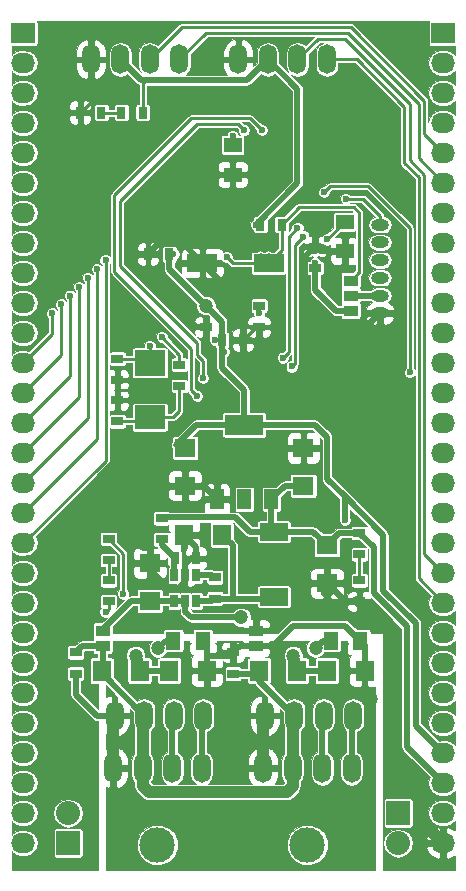
<source format=gbr>
G04 #@! TF.FileFunction,Copper,L1,Top,Signal*
%FSLAX46Y46*%
G04 Gerber Fmt 4.6, Leading zero omitted, Abs format (unit mm)*
G04 Created by KiCad (PCBNEW 4.0.5) date 01/02/17 01:45:52*
%MOMM*%
%LPD*%
G01*
G04 APERTURE LIST*
%ADD10C,0.100000*%
%ADD11R,2.032000X1.727200*%
%ADD12O,2.032000X1.727200*%
%ADD13R,1.000000X0.800000*%
%ADD14R,0.800000X1.000000*%
%ADD15R,1.800000X1.600000*%
%ADD16R,1.600000X1.800000*%
%ADD17O,1.524000X1.000000*%
%ADD18R,2.600000X2.200000*%
%ADD19R,2.600000X2.000000*%
%ADD20O,1.500000X2.500000*%
%ADD21R,1.270000X0.965200*%
%ADD22R,2.400000X1.500000*%
%ADD23R,2.032000X2.032000*%
%ADD24O,2.032000X2.032000*%
%ADD25R,2.600000X1.500000*%
%ADD26R,1.200000X1.700000*%
%ADD27R,3.300000X1.700000*%
%ADD28C,3.000000*%
%ADD29R,1.500000X1.300000*%
%ADD30R,1.300000X1.500000*%
%ADD31R,0.650000X1.060000*%
%ADD32C,0.600000*%
%ADD33C,1.200000*%
%ADD34C,0.500000*%
%ADD35C,0.250000*%
%ADD36C,1.000000*%
%ADD37C,0.026000*%
G04 APERTURE END LIST*
D10*
D11*
X36830000Y-1270000D03*
D12*
X36830000Y-3810000D03*
X36830000Y-6350000D03*
X36830000Y-8890000D03*
X36830000Y-11430000D03*
X36830000Y-13970000D03*
X36830000Y-16510000D03*
X36830000Y-19050000D03*
X36830000Y-21590000D03*
X36830000Y-24130000D03*
X36830000Y-26670000D03*
X36830000Y-29210000D03*
X36830000Y-31750000D03*
X36830000Y-34290000D03*
X36830000Y-36830000D03*
X36830000Y-39370000D03*
X36830000Y-41910000D03*
X36830000Y-44450000D03*
X36830000Y-46990000D03*
X36830000Y-49530000D03*
X36830000Y-52070000D03*
X36830000Y-54610000D03*
X36830000Y-57150000D03*
X36830000Y-59690000D03*
X36830000Y-62230000D03*
X36830000Y-64770000D03*
X36830000Y-67310000D03*
X36830000Y-69850000D03*
D13*
X13000000Y-42350000D03*
X13000000Y-44150000D03*
X9250000Y-30650000D03*
X9250000Y-28850000D03*
X16750000Y-24350000D03*
X16750000Y-26150000D03*
D14*
X13650000Y-20000000D03*
X11850000Y-20000000D03*
X18100000Y-27250000D03*
X19900000Y-27250000D03*
D13*
X26000000Y-21150000D03*
X26000000Y-19350000D03*
D15*
X25000000Y-39600000D03*
X25000000Y-36400000D03*
X15000000Y-36400000D03*
X15000000Y-39600000D03*
D16*
X18100000Y-43750000D03*
X14900000Y-43750000D03*
D17*
X31500000Y-25000000D03*
X31500000Y-23500000D03*
X31500000Y-22000000D03*
X31500000Y-20500000D03*
X31500000Y-19000000D03*
X31500000Y-17500000D03*
D13*
X21250000Y-24350000D03*
X21250000Y-26150000D03*
X14500000Y-29350000D03*
X14500000Y-31150000D03*
D14*
X7900000Y-8000000D03*
X6100000Y-8000000D03*
D13*
X29750000Y-47600000D03*
X29750000Y-49400000D03*
D14*
X14100000Y-45750000D03*
X15900000Y-45750000D03*
D13*
X8500000Y-45900000D03*
X8500000Y-44100000D03*
D18*
X12000000Y-29200000D03*
D19*
X12000000Y-33800000D03*
D20*
X27000000Y-3500000D03*
X24500000Y-3500000D03*
X22000000Y-3500000D03*
X19500000Y-3500000D03*
X14500000Y-3500000D03*
X12000000Y-3500000D03*
X9500000Y-3500000D03*
X7000000Y-3500000D03*
D21*
X29000000Y-22230000D03*
X29000000Y-23500000D03*
X29000000Y-24770000D03*
D13*
X9250000Y-32350000D03*
X9250000Y-34150000D03*
X5715000Y-55510000D03*
X5715000Y-53710000D03*
X19050000Y-53710000D03*
X19050000Y-55510000D03*
D15*
X27000000Y-44650000D03*
X27000000Y-47850000D03*
X12000000Y-46150000D03*
X12000000Y-49350000D03*
D13*
X17500000Y-47350000D03*
X17500000Y-49150000D03*
D14*
X11400000Y-8000000D03*
X9600000Y-8000000D03*
D13*
X29750000Y-43600000D03*
X29750000Y-45400000D03*
X8500000Y-49400000D03*
X8500000Y-47600000D03*
D21*
X21000000Y-51865000D03*
X21000000Y-53135000D03*
X8000000Y-51865000D03*
X8000000Y-53135000D03*
D22*
X22500000Y-43500000D03*
X22500000Y-49000000D03*
D20*
X16510000Y-59055000D03*
X14010000Y-59055000D03*
X11510000Y-59055000D03*
X9010000Y-59055000D03*
D23*
X33020000Y-67310000D03*
D24*
X33020000Y-69850000D03*
D20*
X29210000Y-59055000D03*
X26710000Y-59055000D03*
X24210000Y-59055000D03*
X21710000Y-59055000D03*
D23*
X5080000Y-69850000D03*
D24*
X5080000Y-67310000D03*
D14*
X21350000Y-17500000D03*
X23150000Y-17500000D03*
D25*
X22050000Y-20750000D03*
X16450000Y-20750000D03*
D26*
X17700000Y-40750000D03*
X20000000Y-40750000D03*
X22300000Y-40750000D03*
D27*
X20000000Y-34450000D03*
D11*
X1270000Y-1270000D03*
D12*
X1270000Y-3810000D03*
X1270000Y-6350000D03*
X1270000Y-8890000D03*
X1270000Y-11430000D03*
X1270000Y-13970000D03*
X1270000Y-16510000D03*
X1270000Y-19050000D03*
X1270000Y-21590000D03*
X1270000Y-24130000D03*
X1270000Y-26670000D03*
X1270000Y-29210000D03*
X1270000Y-31750000D03*
X1270000Y-34290000D03*
X1270000Y-36830000D03*
X1270000Y-39370000D03*
X1270000Y-41910000D03*
X1270000Y-44450000D03*
X1270000Y-46990000D03*
X1270000Y-49530000D03*
X1270000Y-52070000D03*
X1270000Y-54610000D03*
X1270000Y-57150000D03*
X1270000Y-59690000D03*
X1270000Y-62230000D03*
X1270000Y-64770000D03*
X1270000Y-67310000D03*
X1270000Y-69850000D03*
D20*
X8890000Y-63500000D03*
X11390000Y-63500000D03*
X13890000Y-63500000D03*
X16390000Y-63500000D03*
D28*
X12640000Y-70000000D03*
D20*
X21590000Y-63500000D03*
X24090000Y-63500000D03*
X26590000Y-63500000D03*
X29090000Y-63500000D03*
D28*
X25340000Y-70000000D03*
D16*
X7925000Y-55245000D03*
X11125000Y-55245000D03*
X21260000Y-55245000D03*
X24460000Y-55245000D03*
D29*
X19000000Y-10750000D03*
X19000000Y-13250000D03*
X28500000Y-17250000D03*
X28500000Y-19750000D03*
D30*
X13990000Y-52705000D03*
X16490000Y-52705000D03*
X27325000Y-52705000D03*
X29825000Y-52705000D03*
D16*
X16840000Y-55245000D03*
X13640000Y-55245000D03*
X30175000Y-55245000D03*
X26975000Y-55245000D03*
D31*
X15950000Y-47150000D03*
X15000000Y-47150000D03*
X14050000Y-47150000D03*
X14050000Y-49350000D03*
X15950000Y-49350000D03*
X15000000Y-49350000D03*
D32*
X11430000Y-18415000D03*
X19050000Y-14605000D03*
X16510000Y-22860000D03*
D33*
X23000000Y-7000000D03*
X27000000Y-48500000D03*
X22500000Y-36500000D03*
X22500000Y-33000000D03*
X11500000Y-44500000D03*
D32*
X11750000Y-31500000D03*
X12250000Y-21750000D03*
X10250000Y-19750000D03*
X20000000Y-28250000D03*
X15750000Y-26000000D03*
X26000000Y-19750000D03*
X12000000Y-27750000D03*
X19000000Y-10000000D03*
X27000000Y-18750000D03*
D33*
X16750000Y-24350000D03*
D32*
X28500000Y-42500000D03*
X21000000Y-17500000D03*
D33*
X20000000Y-34450000D03*
X20000000Y-41000000D03*
D32*
X14000000Y-20000000D03*
X17500000Y-27250000D03*
X18250000Y-28250000D03*
X26000000Y-20750000D03*
X21250000Y-25000000D03*
D33*
X19750000Y-50750000D03*
D32*
X13000000Y-27000000D03*
X28600000Y-15300000D03*
X18500000Y-20250000D03*
D33*
X12700000Y-53340000D03*
D32*
X9750000Y-48750000D03*
D33*
X30734000Y-57658000D03*
X26035000Y-53340000D03*
X10795000Y-53975000D03*
X24130000Y-53975000D03*
D32*
X8250000Y-50250000D03*
X8250000Y-20500000D03*
X7500000Y-21250000D03*
X6750000Y-22000000D03*
X6000000Y-22750000D03*
X5250000Y-23500000D03*
X4500000Y-24250000D03*
X3750000Y-25000000D03*
X26750000Y-14750000D03*
X34000000Y-30000000D03*
X25000000Y-18500000D03*
X24000000Y-29500000D03*
X24500000Y-17750000D03*
X23250000Y-28750000D03*
X20000000Y-9500000D03*
X16500000Y-30500000D03*
X21500000Y-9500000D03*
X16000000Y-32000000D03*
D34*
X31500000Y-25000000D02*
X30250000Y-26250000D01*
X30250000Y-26250000D02*
X28000000Y-26250000D01*
D35*
X11850000Y-20000000D02*
X11850000Y-18835000D01*
X11850000Y-18835000D02*
X11430000Y-18415000D01*
X19000000Y-13250000D02*
X19000000Y-14555000D01*
X19000000Y-14555000D02*
X19050000Y-14605000D01*
X16450000Y-20750000D02*
X16450000Y-22800000D01*
X16450000Y-22800000D02*
X16510000Y-22860000D01*
D34*
X14700000Y-19000000D02*
X14700000Y-15800000D01*
X17250000Y-13250000D02*
X19000000Y-13250000D01*
X14700000Y-15800000D02*
X17250000Y-13250000D01*
X11850000Y-20000000D02*
X12850000Y-19000000D01*
X14700000Y-19000000D02*
X16450000Y-20750000D01*
X12850000Y-19000000D02*
X14700000Y-19000000D01*
X19000000Y-13250000D02*
X20750000Y-13250000D01*
X20750000Y-13250000D02*
X23000000Y-11000000D01*
X23000000Y-11000000D02*
X23000000Y-7000000D01*
X28500000Y-19750000D02*
X26400000Y-19750000D01*
X26400000Y-19750000D02*
X26000000Y-19350000D01*
X22500000Y-33000000D02*
X28000000Y-27500000D01*
X28000000Y-27500000D02*
X28000000Y-26250000D01*
X16450000Y-20750000D02*
X19900000Y-24200000D01*
X19900000Y-24200000D02*
X19900000Y-27250000D01*
D35*
X6100000Y-8000000D02*
X7000000Y-7100000D01*
X7000000Y-7100000D02*
X7000000Y-3500000D01*
D34*
X27000000Y-48500000D02*
X27000000Y-47850000D01*
X27000000Y-47850000D02*
X28550000Y-49400000D01*
X28550000Y-49400000D02*
X29750000Y-49400000D01*
X19900000Y-27250000D02*
X19900000Y-29900000D01*
X22500000Y-36500000D02*
X22500000Y-36400000D01*
X22500000Y-32500000D02*
X22500000Y-33000000D01*
X19900000Y-29900000D02*
X22500000Y-32500000D01*
X25000000Y-36400000D02*
X22500000Y-36400000D01*
X22500000Y-36400000D02*
X19600000Y-36400000D01*
X19600000Y-36400000D02*
X17700000Y-38300000D01*
X17700000Y-38300000D02*
X17700000Y-40750000D01*
X15000000Y-39600000D02*
X16550000Y-39600000D01*
X16550000Y-39600000D02*
X17700000Y-40750000D01*
X12000000Y-46150000D02*
X12000000Y-45000000D01*
X12000000Y-45000000D02*
X11500000Y-44500000D01*
D36*
X29750000Y-49400000D02*
X32750000Y-52400000D01*
X35000000Y-68020000D02*
X35000000Y-65500000D01*
X36830000Y-69850000D02*
X35000000Y-68020000D01*
X32750000Y-52400000D02*
X32750000Y-63250000D01*
X32750000Y-63250000D02*
X35000000Y-65500000D01*
D35*
X9250000Y-31500000D02*
X11750000Y-31500000D01*
X9250000Y-30650000D02*
X9250000Y-31500000D01*
X9250000Y-31500000D02*
X9250000Y-32350000D01*
X19900000Y-27250000D02*
X21000000Y-26150000D01*
X21000000Y-26150000D02*
X21250000Y-26150000D01*
X12250000Y-21750000D02*
X11850000Y-21350000D01*
X11850000Y-21350000D02*
X11850000Y-20000000D01*
X10250000Y-19750000D02*
X10500000Y-20000000D01*
X10500000Y-20000000D02*
X11850000Y-20000000D01*
X19900000Y-27250000D02*
X19900000Y-28150000D01*
X19900000Y-28150000D02*
X20000000Y-28250000D01*
X16600000Y-26000000D02*
X15750000Y-26000000D01*
X16600000Y-26000000D02*
X16750000Y-26150000D01*
D34*
X26000000Y-19350000D02*
X25000000Y-20350000D01*
X25000000Y-20350000D02*
X25000000Y-23250000D01*
X25000000Y-23250000D02*
X28000000Y-26250000D01*
D35*
X26000000Y-19750000D02*
X26000000Y-19350000D01*
D34*
X21000000Y-51865000D02*
X22635000Y-51865000D01*
X22635000Y-51865000D02*
X24000000Y-50500000D01*
X24000000Y-50500000D02*
X25750000Y-50500000D01*
X25750000Y-50500000D02*
X27000000Y-49250000D01*
X27000000Y-49250000D02*
X27000000Y-47850000D01*
X15000000Y-47150000D02*
X15000000Y-46250000D01*
X15000000Y-46250000D02*
X15500000Y-45750000D01*
X15500000Y-45750000D02*
X15900000Y-45750000D01*
X14900000Y-43750000D02*
X15900000Y-44750000D01*
X15900000Y-44750000D02*
X15900000Y-45750000D01*
X15000000Y-47150000D02*
X15000000Y-47750000D01*
X13500000Y-48250000D02*
X12000000Y-46750000D01*
X14500000Y-48250000D02*
X13500000Y-48250000D01*
X15000000Y-47750000D02*
X14500000Y-48250000D01*
X12000000Y-46750000D02*
X12000000Y-46150000D01*
D35*
X12000000Y-33800000D02*
X13950000Y-33800000D01*
X14500000Y-33250000D02*
X14500000Y-31150000D01*
X13950000Y-33800000D02*
X14500000Y-33250000D01*
X9250000Y-34150000D02*
X11650000Y-34150000D01*
X11650000Y-34150000D02*
X12000000Y-33800000D01*
X12000000Y-29200000D02*
X11650000Y-28850000D01*
X11650000Y-28850000D02*
X9250000Y-28850000D01*
X12000000Y-29200000D02*
X12000000Y-27750000D01*
X19000000Y-10000000D02*
X19000000Y-10750000D01*
X28500000Y-17250000D02*
X27000000Y-18750000D01*
D34*
X28500000Y-42500000D02*
X28500000Y-40500000D01*
X22000000Y-3500000D02*
X24500000Y-6000000D01*
X24500000Y-14000000D02*
X21000000Y-17500000D01*
X24500000Y-6000000D02*
X24500000Y-14000000D01*
X21000000Y-17500000D02*
X21350000Y-17500000D01*
D35*
X11400000Y-8000000D02*
X11400000Y-5250000D01*
X11500000Y-5500000D02*
X11500000Y-5250000D01*
X11500000Y-5350000D02*
X11500000Y-5500000D01*
X11400000Y-5250000D02*
X11500000Y-5350000D01*
D34*
X13650000Y-20000000D02*
X13650000Y-21250000D01*
X13650000Y-21250000D02*
X16750000Y-24350000D01*
D35*
X21350000Y-17500000D02*
X21000000Y-17500000D01*
D34*
X20000000Y-34450000D02*
X25950000Y-34450000D01*
X25950000Y-34450000D02*
X27000000Y-35500000D01*
X27000000Y-35500000D02*
X27000000Y-39000000D01*
X28500000Y-40500000D02*
X27000000Y-39000000D01*
X34500000Y-59900000D02*
X34500000Y-51250000D01*
X34500000Y-59900000D02*
X36830000Y-62230000D01*
X31750000Y-43750000D02*
X28500000Y-40500000D01*
X31750000Y-48500000D02*
X31750000Y-43750000D01*
X34500000Y-51250000D02*
X31750000Y-48500000D01*
X20000000Y-40750000D02*
X20000000Y-41000000D01*
D35*
X13650000Y-20000000D02*
X14000000Y-20000000D01*
X17500000Y-27250000D02*
X18100000Y-27250000D01*
X18250000Y-28250000D02*
X18100000Y-28250000D01*
X18100000Y-28250000D02*
X18250000Y-28250000D01*
X18250000Y-28250000D02*
X18100000Y-28250000D01*
D34*
X18100000Y-27250000D02*
X18100000Y-28250000D01*
X18100000Y-28250000D02*
X18100000Y-29600000D01*
X20000000Y-31500000D02*
X20000000Y-34450000D01*
X18100000Y-29600000D02*
X20000000Y-31500000D01*
X18100000Y-27250000D02*
X18100000Y-25700000D01*
X18100000Y-25700000D02*
X16750000Y-24350000D01*
X26000000Y-21150000D02*
X26000000Y-23000000D01*
X26000000Y-23000000D02*
X27770000Y-24770000D01*
X29000000Y-24770000D02*
X27770000Y-24770000D01*
D35*
X26000000Y-20750000D02*
X26000000Y-21150000D01*
D34*
X14250000Y-36150000D02*
X15950000Y-34450000D01*
X15950000Y-34450000D02*
X20000000Y-34450000D01*
X9500000Y-3500000D02*
X11250000Y-5250000D01*
X20250000Y-5250000D02*
X22000000Y-3500000D01*
X11250000Y-5250000D02*
X11500000Y-5250000D01*
X11500000Y-5250000D02*
X20250000Y-5250000D01*
X17500000Y-47350000D02*
X17300000Y-47150000D01*
X17300000Y-47150000D02*
X15950000Y-47150000D01*
D35*
X21250000Y-25000000D02*
X21250000Y-24350000D01*
D34*
X15000000Y-49350000D02*
X15000000Y-50250000D01*
X15500000Y-50750000D02*
X19750000Y-50750000D01*
X15000000Y-50250000D02*
X15500000Y-50750000D01*
X8000000Y-51865000D02*
X8000000Y-51750000D01*
X10400000Y-49350000D02*
X12000000Y-49350000D01*
X8000000Y-51750000D02*
X10400000Y-49350000D01*
X14050000Y-49350000D02*
X12000000Y-49350000D01*
X15000000Y-49350000D02*
X14050000Y-49350000D01*
D35*
X14500000Y-28500000D02*
X14500000Y-29350000D01*
X13000000Y-27000000D02*
X14500000Y-28500000D01*
X31500000Y-16750000D02*
X31500000Y-17500000D01*
X30050000Y-15300000D02*
X31500000Y-16750000D01*
X28600000Y-15300000D02*
X30050000Y-15300000D01*
X36830000Y-49530000D02*
X34750000Y-47450000D01*
X34750000Y-13500000D02*
X33500000Y-12250000D01*
X34750000Y-47450000D02*
X34750000Y-13500000D01*
X27000000Y-3500000D02*
X29500000Y-3500000D01*
X29500000Y-3500000D02*
X33500000Y-7500000D01*
X33500000Y-7500000D02*
X33500000Y-12250000D01*
X34000000Y-12000000D02*
X35250000Y-13250000D01*
X35250000Y-13250000D02*
X35250000Y-45410000D01*
X35250000Y-45410000D02*
X35250000Y-45250000D01*
X35250000Y-45250000D02*
X35250000Y-45410000D01*
X36830000Y-46990000D02*
X35250000Y-45410000D01*
X26250000Y-1750000D02*
X24500000Y-3500000D01*
X28500000Y-1750000D02*
X26250000Y-1750000D01*
X34000000Y-7250000D02*
X28500000Y-1750000D01*
X34000000Y-12000000D02*
X34000000Y-7250000D01*
X28750000Y-1250000D02*
X34750000Y-7250000D01*
X28750000Y-1250000D02*
X16750000Y-1250000D01*
X14500000Y-3500000D02*
X16750000Y-1250000D01*
X34750000Y-11890000D02*
X36830000Y-13970000D01*
X34750000Y-11890000D02*
X34750000Y-7250000D01*
X36830000Y-11430000D02*
X35250000Y-9850000D01*
X14750000Y-750000D02*
X12000000Y-3500000D01*
X29000000Y-750000D02*
X14750000Y-750000D01*
X35250000Y-7000000D02*
X29000000Y-750000D01*
X35250000Y-9850000D02*
X35250000Y-7000000D01*
X22050000Y-20750000D02*
X19000000Y-20750000D01*
X19000000Y-20750000D02*
X18500000Y-20250000D01*
X21800000Y-21000000D02*
X22050000Y-20750000D01*
X22050000Y-20750000D02*
X23150000Y-19650000D01*
X23150000Y-19650000D02*
X23150000Y-17500000D01*
X21300000Y-20000000D02*
X22050000Y-20750000D01*
X22000000Y-20000000D02*
X22050000Y-20050000D01*
X22050000Y-20050000D02*
X22050000Y-20750000D01*
X29000000Y-22230000D02*
X29750000Y-21480000D01*
X29750000Y-21480000D02*
X29750000Y-16500000D01*
X29750000Y-16500000D02*
X29250000Y-16000000D01*
X29250000Y-16000000D02*
X24650000Y-16000000D01*
X24650000Y-16000000D02*
X23150000Y-17500000D01*
D34*
X29000000Y-23500000D02*
X31500000Y-23500000D01*
X13335000Y-52705000D02*
X13990000Y-52705000D01*
X12700000Y-53340000D02*
X13335000Y-52705000D01*
D35*
X8500000Y-44100000D02*
X9750000Y-45350000D01*
X9750000Y-45350000D02*
X9750000Y-48750000D01*
D34*
X30175000Y-55245000D02*
X30175000Y-57099000D01*
X30175000Y-57099000D02*
X30734000Y-57658000D01*
X5715000Y-55510000D02*
X5715000Y-57277000D01*
X7493000Y-59055000D02*
X9010000Y-59055000D01*
X5715000Y-57277000D02*
X7493000Y-59055000D01*
X16840000Y-53975000D02*
X18785000Y-53975000D01*
X18785000Y-53975000D02*
X19050000Y-53710000D01*
X29825000Y-52705000D02*
X30175000Y-53055000D01*
X30175000Y-53055000D02*
X30175000Y-55245000D01*
X21000000Y-53135000D02*
X22430000Y-53135000D01*
X28555000Y-51435000D02*
X29825000Y-52705000D01*
X24130000Y-51435000D02*
X28555000Y-51435000D01*
X22430000Y-53135000D02*
X24130000Y-51435000D01*
X19050000Y-53710000D02*
X19625000Y-53135000D01*
X19625000Y-53135000D02*
X21000000Y-53135000D01*
X16490000Y-52705000D02*
X16840000Y-53055000D01*
X16840000Y-53055000D02*
X16840000Y-53975000D01*
X16840000Y-53975000D02*
X16840000Y-55245000D01*
D36*
X21710000Y-59055000D02*
X21590000Y-59175000D01*
X21590000Y-59175000D02*
X21590000Y-63500000D01*
X9010000Y-59055000D02*
X8890000Y-59175000D01*
X8890000Y-59175000D02*
X8890000Y-63500000D01*
D34*
X27325000Y-52705000D02*
X26670000Y-52705000D01*
X26670000Y-52705000D02*
X26035000Y-53340000D01*
X11125000Y-54305000D02*
X11125000Y-55245000D01*
X10795000Y-53975000D02*
X11125000Y-54305000D01*
X11125000Y-55245000D02*
X13640000Y-55245000D01*
X24460000Y-54305000D02*
X24460000Y-55245000D01*
X24130000Y-53975000D02*
X24460000Y-54305000D01*
X24460000Y-55245000D02*
X26975000Y-55245000D01*
D35*
X8500000Y-49400000D02*
X8500000Y-50000000D01*
X8500000Y-50000000D02*
X8250000Y-50250000D01*
D36*
X11390000Y-63500000D02*
X11390000Y-64984000D01*
X24090000Y-65024000D02*
X24090000Y-63500000D01*
X23582000Y-65532000D02*
X24090000Y-65024000D01*
X11938000Y-65532000D02*
X23582000Y-65532000D01*
X11390000Y-64984000D02*
X11938000Y-65532000D01*
D34*
X21260000Y-55245000D02*
X21260000Y-56105000D01*
X21260000Y-56105000D02*
X24210000Y-59055000D01*
X7925000Y-55245000D02*
X7925000Y-55470000D01*
X7925000Y-55470000D02*
X11510000Y-59055000D01*
X21260000Y-55245000D02*
X21590000Y-55245000D01*
X19050000Y-55510000D02*
X20995000Y-55510000D01*
X20995000Y-55510000D02*
X21260000Y-55245000D01*
X7925000Y-55245000D02*
X8000000Y-55170000D01*
X8000000Y-55170000D02*
X8000000Y-53135000D01*
X5715000Y-53710000D02*
X6290000Y-53135000D01*
X6290000Y-53135000D02*
X8000000Y-53135000D01*
D36*
X24210000Y-59055000D02*
X24090000Y-59175000D01*
X24090000Y-59175000D02*
X24090000Y-63500000D01*
X11510000Y-59055000D02*
X11390000Y-59175000D01*
X11390000Y-59175000D02*
X11390000Y-63500000D01*
D34*
X22300000Y-40750000D02*
X22300000Y-43300000D01*
X22300000Y-43300000D02*
X22500000Y-43500000D01*
X22500000Y-43500000D02*
X20500000Y-43500000D01*
X20500000Y-43500000D02*
X19250000Y-42250000D01*
X27000000Y-44650000D02*
X28050000Y-43600000D01*
X28050000Y-43600000D02*
X29750000Y-43600000D01*
X25000000Y-39600000D02*
X23450000Y-39600000D01*
X23450000Y-39600000D02*
X22300000Y-40750000D01*
X30950000Y-44800000D02*
X30950000Y-48700000D01*
X30950000Y-44800000D02*
X29750000Y-43600000D01*
X33750000Y-61690000D02*
X33750000Y-51500000D01*
X36830000Y-64770000D02*
X33750000Y-61690000D01*
X30950000Y-48700000D02*
X33750000Y-51500000D01*
X22300000Y-40750000D02*
X22300000Y-41200000D01*
X22500000Y-43500000D02*
X25850000Y-43500000D01*
X25850000Y-43500000D02*
X27000000Y-44650000D01*
X13000000Y-42350000D02*
X13100000Y-42250000D01*
X13100000Y-42250000D02*
X19250000Y-42250000D01*
X18100000Y-43750000D02*
X19000000Y-44650000D01*
X19000000Y-44650000D02*
X19000000Y-49150000D01*
X17500000Y-49150000D02*
X19000000Y-49150000D01*
X19000000Y-49150000D02*
X19400000Y-49150000D01*
X19400000Y-49150000D02*
X22350000Y-49150000D01*
X22350000Y-49150000D02*
X22500000Y-49000000D01*
X15950000Y-49350000D02*
X17300000Y-49350000D01*
X17300000Y-49350000D02*
X17500000Y-49150000D01*
D35*
X7900000Y-8000000D02*
X9600000Y-8000000D01*
X29750000Y-45400000D02*
X29750000Y-47600000D01*
X8500000Y-45900000D02*
X8500000Y-47600000D01*
D34*
X16510000Y-59055000D02*
X16390000Y-59175000D01*
X16390000Y-59175000D02*
X16390000Y-63500000D01*
X14010000Y-59055000D02*
X13890000Y-59175000D01*
X13890000Y-59175000D02*
X13890000Y-63500000D01*
D35*
X8250000Y-37470000D02*
X1270000Y-44450000D01*
X8250000Y-20500000D02*
X8250000Y-37470000D01*
X1270000Y-41910000D02*
X7500000Y-35680000D01*
X7500000Y-35680000D02*
X7500000Y-21250000D01*
X6750000Y-33890000D02*
X1270000Y-39370000D01*
X6750000Y-22000000D02*
X6750000Y-33890000D01*
X1270000Y-36830000D02*
X6000000Y-32100000D01*
X6000000Y-32100000D02*
X6000000Y-22750000D01*
X1270000Y-34290000D02*
X5250000Y-30310000D01*
X5250000Y-30310000D02*
X5250000Y-23500000D01*
X1270000Y-31750000D02*
X4500000Y-28520000D01*
X4500000Y-28520000D02*
X4500000Y-24250000D01*
X1270000Y-29210000D02*
X3750000Y-26730000D01*
X3750000Y-26730000D02*
X3750000Y-25000000D01*
X27250000Y-14250000D02*
X26750000Y-14750000D01*
X30500000Y-14250000D02*
X27250000Y-14250000D01*
X34000000Y-17750000D02*
X30500000Y-14250000D01*
X34000000Y-30000000D02*
X34000000Y-17750000D01*
D34*
X26710000Y-59055000D02*
X26590000Y-59175000D01*
X26590000Y-59175000D02*
X26590000Y-63500000D01*
X29210000Y-59055000D02*
X29090000Y-59175000D01*
X29090000Y-59175000D02*
X29090000Y-63500000D01*
X14100000Y-45750000D02*
X14050000Y-45800000D01*
X14050000Y-45800000D02*
X14050000Y-47150000D01*
X13000000Y-44150000D02*
X13000000Y-44650000D01*
X13000000Y-44650000D02*
X14100000Y-45750000D01*
D35*
X25000000Y-18500000D02*
X24250000Y-19250000D01*
X24250000Y-29250000D02*
X24000000Y-29500000D01*
X24250000Y-19250000D02*
X24250000Y-29250000D01*
X25000000Y-18500000D02*
X24250000Y-19250000D01*
X23750000Y-18500000D02*
X23750000Y-19000000D01*
X24500000Y-17750000D02*
X23750000Y-18500000D01*
X23250000Y-28750000D02*
X23750000Y-28250000D01*
X23750000Y-28250000D02*
X23750000Y-19000000D01*
X16000000Y-27500000D02*
X9500000Y-21000000D01*
X9500000Y-21000000D02*
X9500000Y-19500000D01*
X16000000Y-28500000D02*
X16000000Y-27500000D01*
X19500000Y-9000000D02*
X16000000Y-9000000D01*
X16000000Y-9000000D02*
X9500000Y-15500000D01*
X9500000Y-15500000D02*
X9500000Y-19500000D01*
X20000000Y-9500000D02*
X19500000Y-9000000D01*
X16500000Y-29000000D02*
X16500000Y-30500000D01*
X16000000Y-28500000D02*
X16500000Y-29000000D01*
X16000000Y-32000000D02*
X15500000Y-31500000D01*
X20500000Y-8500000D02*
X15500000Y-8500000D01*
X15500000Y-8500000D02*
X9000000Y-15000000D01*
X9000000Y-15000000D02*
X9000000Y-21500000D01*
X9000000Y-21500000D02*
X15000000Y-27500000D01*
X21500000Y-9500000D02*
X20500000Y-8500000D01*
X15500000Y-28000000D02*
X15000000Y-27500000D01*
X15500000Y-31500000D02*
X15500000Y-28000000D01*
D37*
G36*
X20172610Y-43827390D02*
X20322817Y-43927756D01*
X20352214Y-43933603D01*
X20500000Y-43963000D01*
X21082828Y-43963000D01*
X21082828Y-44250000D01*
X21097680Y-44328933D01*
X21144329Y-44401428D01*
X21215508Y-44450062D01*
X21300000Y-44467172D01*
X23700000Y-44467172D01*
X23778933Y-44452320D01*
X23851428Y-44405671D01*
X23900062Y-44334492D01*
X23917172Y-44250000D01*
X23917172Y-43963000D01*
X25658220Y-43963000D01*
X25882828Y-44187608D01*
X25882828Y-45450000D01*
X25897680Y-45528933D01*
X25944329Y-45601428D01*
X26015508Y-45650062D01*
X26100000Y-45667172D01*
X27900000Y-45667172D01*
X27978933Y-45652320D01*
X28051428Y-45605671D01*
X28100062Y-45534492D01*
X28117172Y-45450000D01*
X28117172Y-44187609D01*
X28241781Y-44063000D01*
X29044682Y-44063000D01*
X29047680Y-44078933D01*
X29094329Y-44151428D01*
X29165508Y-44200062D01*
X29250000Y-44217172D01*
X29712392Y-44217172D01*
X30285169Y-44789950D01*
X30250000Y-44782828D01*
X29250000Y-44782828D01*
X29171067Y-44797680D01*
X29098572Y-44844329D01*
X29049938Y-44915508D01*
X29032828Y-45000000D01*
X29032828Y-45800000D01*
X29047680Y-45878933D01*
X29094329Y-45951428D01*
X29165508Y-46000062D01*
X29250000Y-46017172D01*
X29412000Y-46017172D01*
X29412000Y-46982828D01*
X29250000Y-46982828D01*
X29171067Y-46997680D01*
X29098572Y-47044329D01*
X29049938Y-47115508D01*
X29032828Y-47200000D01*
X29032828Y-48000000D01*
X29047680Y-48078933D01*
X29094329Y-48151428D01*
X29165508Y-48200062D01*
X29250000Y-48217172D01*
X30250000Y-48217172D01*
X30328933Y-48202320D01*
X30401428Y-48155671D01*
X30450062Y-48084492D01*
X30467172Y-48000000D01*
X30467172Y-47200000D01*
X30452320Y-47121067D01*
X30405671Y-47048572D01*
X30334492Y-46999938D01*
X30250000Y-46982828D01*
X30088000Y-46982828D01*
X30088000Y-46017172D01*
X30250000Y-46017172D01*
X30328933Y-46002320D01*
X30401428Y-45955671D01*
X30450062Y-45884492D01*
X30467172Y-45800000D01*
X30467172Y-45000000D01*
X30460672Y-44965452D01*
X30487000Y-44991781D01*
X30487000Y-48534242D01*
X30353634Y-48479000D01*
X30121250Y-48479000D01*
X29991000Y-48609250D01*
X29991000Y-49200000D01*
X30640750Y-49200000D01*
X30717985Y-49122765D01*
X33287000Y-51691780D01*
X33287000Y-61690000D01*
X33312462Y-61818003D01*
X33322244Y-61867183D01*
X33422610Y-62017390D01*
X35700670Y-64295450D01*
X35658873Y-64358003D01*
X35576922Y-64770000D01*
X35658873Y-65181997D01*
X35892251Y-65531271D01*
X36241525Y-65764649D01*
X36653522Y-65846600D01*
X37006478Y-65846600D01*
X37418475Y-65764649D01*
X37767749Y-65531271D01*
X37812000Y-65465045D01*
X37812000Y-66614955D01*
X37767749Y-66548729D01*
X37418475Y-66315351D01*
X37006478Y-66233400D01*
X36653522Y-66233400D01*
X36241525Y-66315351D01*
X35892251Y-66548729D01*
X35658873Y-66898003D01*
X35576922Y-67310000D01*
X35658873Y-67721997D01*
X35892251Y-68071271D01*
X36241525Y-68304649D01*
X36653522Y-68386600D01*
X37006478Y-68386600D01*
X37418475Y-68304649D01*
X37767749Y-68071271D01*
X37812000Y-68005045D01*
X37812000Y-68758732D01*
X37777359Y-68722315D01*
X37285300Y-68503937D01*
X37071000Y-68603375D01*
X37071000Y-69609000D01*
X37091000Y-69609000D01*
X37091000Y-70091000D01*
X37071000Y-70091000D01*
X37071000Y-71096625D01*
X37285300Y-71196063D01*
X37777359Y-70977685D01*
X37812000Y-70941268D01*
X37812000Y-72102000D01*
X31763000Y-72102000D01*
X31763000Y-69850000D01*
X31766922Y-69850000D01*
X31860474Y-70320318D01*
X32126888Y-70719034D01*
X32525604Y-70985448D01*
X32995922Y-71079000D01*
X33044078Y-71079000D01*
X33514396Y-70985448D01*
X33913112Y-70719034D01*
X34179526Y-70320318D01*
X34183303Y-70301326D01*
X35368622Y-70301326D01*
X35511607Y-70587627D01*
X35882641Y-70977685D01*
X36374700Y-71196063D01*
X36589000Y-71096625D01*
X36589000Y-70091000D01*
X35446620Y-70091000D01*
X35368622Y-70301326D01*
X34183303Y-70301326D01*
X34273078Y-69850000D01*
X34183304Y-69398674D01*
X35368622Y-69398674D01*
X35446620Y-69609000D01*
X36589000Y-69609000D01*
X36589000Y-68603375D01*
X36374700Y-68503937D01*
X35882641Y-68722315D01*
X35511607Y-69112373D01*
X35368622Y-69398674D01*
X34183304Y-69398674D01*
X34179526Y-69379682D01*
X33913112Y-68980966D01*
X33514396Y-68714552D01*
X33044078Y-68621000D01*
X32995922Y-68621000D01*
X32525604Y-68714552D01*
X32126888Y-68980966D01*
X31860474Y-69379682D01*
X31766922Y-69850000D01*
X31763000Y-69850000D01*
X31763000Y-66294000D01*
X31786828Y-66294000D01*
X31786828Y-68326000D01*
X31801680Y-68404933D01*
X31848329Y-68477428D01*
X31919508Y-68526062D01*
X32004000Y-68543172D01*
X34036000Y-68543172D01*
X34114933Y-68528320D01*
X34187428Y-68481671D01*
X34236062Y-68410492D01*
X34253172Y-68326000D01*
X34253172Y-66294000D01*
X34238320Y-66215067D01*
X34191671Y-66142572D01*
X34120492Y-66093938D01*
X34036000Y-66076828D01*
X32004000Y-66076828D01*
X31925067Y-66091680D01*
X31852572Y-66138329D01*
X31803938Y-66209508D01*
X31786828Y-66294000D01*
X31763000Y-66294000D01*
X31763000Y-52070000D01*
X31761976Y-52064942D01*
X31759065Y-52060681D01*
X31754725Y-52057889D01*
X31750000Y-52057000D01*
X30692172Y-52057000D01*
X30692172Y-51955000D01*
X30677320Y-51876067D01*
X30630671Y-51803572D01*
X30559492Y-51754938D01*
X30475000Y-51737828D01*
X29512608Y-51737828D01*
X28882390Y-51107610D01*
X28732183Y-51007244D01*
X28702786Y-51001397D01*
X28555000Y-50972000D01*
X24130000Y-50972000D01*
X23982214Y-51001397D01*
X23952817Y-51007244D01*
X23802610Y-51107610D01*
X22853220Y-52057000D01*
X17357172Y-52057000D01*
X17357172Y-51955000D01*
X17342320Y-51876067D01*
X17295671Y-51803572D01*
X17224492Y-51754938D01*
X17140000Y-51737828D01*
X15840000Y-51737828D01*
X15761067Y-51752680D01*
X15688572Y-51799329D01*
X15639938Y-51870508D01*
X15622828Y-51955000D01*
X15622828Y-52057000D01*
X14857172Y-52057000D01*
X14857172Y-51955000D01*
X14842320Y-51876067D01*
X14795671Y-51803572D01*
X14724492Y-51754938D01*
X14640000Y-51737828D01*
X13340000Y-51737828D01*
X13261067Y-51752680D01*
X13188572Y-51799329D01*
X13139938Y-51870508D01*
X13122828Y-51955000D01*
X13122828Y-52057000D01*
X8852172Y-52057000D01*
X8852172Y-51552608D01*
X10591781Y-49813000D01*
X10882828Y-49813000D01*
X10882828Y-50150000D01*
X10897680Y-50228933D01*
X10944329Y-50301428D01*
X11015508Y-50350062D01*
X11100000Y-50367172D01*
X12900000Y-50367172D01*
X12978933Y-50352320D01*
X13051428Y-50305671D01*
X13100062Y-50234492D01*
X13117172Y-50150000D01*
X13117172Y-49813000D01*
X13507828Y-49813000D01*
X13507828Y-49880000D01*
X13522680Y-49958933D01*
X13569329Y-50031428D01*
X13640508Y-50080062D01*
X13725000Y-50097172D01*
X14375000Y-50097172D01*
X14453933Y-50082320D01*
X14525970Y-50035966D01*
X14537000Y-50043502D01*
X14537000Y-50250000D01*
X14557353Y-50352320D01*
X14572244Y-50427183D01*
X14672610Y-50577390D01*
X15172610Y-51077391D01*
X15315116Y-51172610D01*
X15322818Y-51177756D01*
X15500000Y-51213000D01*
X19063439Y-51213000D01*
X19288871Y-51438826D01*
X19587575Y-51562859D01*
X19911006Y-51563141D01*
X19912694Y-51562444D01*
X19974250Y-51624000D01*
X20759000Y-51624000D01*
X20759000Y-50991650D01*
X21241000Y-50991650D01*
X21241000Y-51624000D01*
X22025750Y-51624000D01*
X22156000Y-51493750D01*
X22156000Y-51278766D01*
X22076682Y-51087277D01*
X21930122Y-50940717D01*
X21738633Y-50861400D01*
X21371250Y-50861400D01*
X21241000Y-50991650D01*
X20759000Y-50991650D01*
X20628750Y-50861400D01*
X20562903Y-50861400D01*
X20563141Y-50588994D01*
X20439630Y-50290074D01*
X20211129Y-50061174D01*
X19912425Y-49937141D01*
X19588994Y-49936859D01*
X19290074Y-50060370D01*
X19063048Y-50287000D01*
X15691781Y-50287000D01*
X15463000Y-50058220D01*
X15463000Y-50044312D01*
X15475970Y-50035966D01*
X15540508Y-50080062D01*
X15625000Y-50097172D01*
X16275000Y-50097172D01*
X16353933Y-50082320D01*
X16426428Y-50035671D01*
X16475062Y-49964492D01*
X16492172Y-49880000D01*
X16492172Y-49813000D01*
X17300000Y-49813000D01*
X17447786Y-49783603D01*
X17477183Y-49777756D01*
X17493023Y-49767172D01*
X18000000Y-49767172D01*
X18078933Y-49752320D01*
X18151428Y-49705671D01*
X18200062Y-49634492D01*
X18204414Y-49613000D01*
X21082828Y-49613000D01*
X21082828Y-49750000D01*
X21097680Y-49828933D01*
X21144329Y-49901428D01*
X21215508Y-49950062D01*
X21300000Y-49967172D01*
X23700000Y-49967172D01*
X23778933Y-49952320D01*
X23851428Y-49905671D01*
X23900062Y-49834492D01*
X23917172Y-49750000D01*
X23917172Y-49730250D01*
X28729000Y-49730250D01*
X28729000Y-49903633D01*
X28808317Y-50095122D01*
X28954877Y-50241682D01*
X29146366Y-50321000D01*
X29378750Y-50321000D01*
X29509000Y-50190750D01*
X29509000Y-49600000D01*
X29991000Y-49600000D01*
X29991000Y-50190750D01*
X30121250Y-50321000D01*
X30353634Y-50321000D01*
X30545123Y-50241682D01*
X30691683Y-50095122D01*
X30771000Y-49903633D01*
X30771000Y-49730250D01*
X30640750Y-49600000D01*
X29991000Y-49600000D01*
X29509000Y-49600000D01*
X28859250Y-49600000D01*
X28729000Y-49730250D01*
X23917172Y-49730250D01*
X23917172Y-48250000D01*
X23911763Y-48221250D01*
X25579000Y-48221250D01*
X25579000Y-48753633D01*
X25658317Y-48945122D01*
X25804877Y-49091682D01*
X25996366Y-49171000D01*
X26628750Y-49171000D01*
X26759000Y-49040750D01*
X26759000Y-48091000D01*
X27241000Y-48091000D01*
X27241000Y-49040750D01*
X27371250Y-49171000D01*
X28003634Y-49171000D01*
X28195123Y-49091682D01*
X28341683Y-48945122D01*
X28361877Y-48896367D01*
X28729000Y-48896367D01*
X28729000Y-49069750D01*
X28859250Y-49200000D01*
X29509000Y-49200000D01*
X29509000Y-48609250D01*
X29378750Y-48479000D01*
X29146366Y-48479000D01*
X28954877Y-48558318D01*
X28808317Y-48704878D01*
X28729000Y-48896367D01*
X28361877Y-48896367D01*
X28421000Y-48753633D01*
X28421000Y-48221250D01*
X28290750Y-48091000D01*
X27241000Y-48091000D01*
X26759000Y-48091000D01*
X25709250Y-48091000D01*
X25579000Y-48221250D01*
X23911763Y-48221250D01*
X23902320Y-48171067D01*
X23855671Y-48098572D01*
X23784492Y-48049938D01*
X23700000Y-48032828D01*
X21300000Y-48032828D01*
X21221067Y-48047680D01*
X21148572Y-48094329D01*
X21099938Y-48165508D01*
X21082828Y-48250000D01*
X21082828Y-48687000D01*
X19463000Y-48687000D01*
X19463000Y-46946367D01*
X25579000Y-46946367D01*
X25579000Y-47478750D01*
X25709250Y-47609000D01*
X26759000Y-47609000D01*
X26759000Y-46659250D01*
X27241000Y-46659250D01*
X27241000Y-47609000D01*
X28290750Y-47609000D01*
X28421000Y-47478750D01*
X28421000Y-46946367D01*
X28341683Y-46754878D01*
X28195123Y-46608318D01*
X28003634Y-46529000D01*
X27371250Y-46529000D01*
X27241000Y-46659250D01*
X26759000Y-46659250D01*
X26628750Y-46529000D01*
X25996366Y-46529000D01*
X25804877Y-46608318D01*
X25658317Y-46754878D01*
X25579000Y-46946367D01*
X19463000Y-46946367D01*
X19463000Y-44650000D01*
X19427756Y-44472818D01*
X19427756Y-44472817D01*
X19327390Y-44322609D01*
X19117172Y-44112391D01*
X19117172Y-42850000D01*
X19102320Y-42771067D01*
X19077111Y-42731891D01*
X20172610Y-43827390D01*
X20172610Y-43827390D01*
G37*
X20172610Y-43827390D02*
X20322817Y-43927756D01*
X20352214Y-43933603D01*
X20500000Y-43963000D01*
X21082828Y-43963000D01*
X21082828Y-44250000D01*
X21097680Y-44328933D01*
X21144329Y-44401428D01*
X21215508Y-44450062D01*
X21300000Y-44467172D01*
X23700000Y-44467172D01*
X23778933Y-44452320D01*
X23851428Y-44405671D01*
X23900062Y-44334492D01*
X23917172Y-44250000D01*
X23917172Y-43963000D01*
X25658220Y-43963000D01*
X25882828Y-44187608D01*
X25882828Y-45450000D01*
X25897680Y-45528933D01*
X25944329Y-45601428D01*
X26015508Y-45650062D01*
X26100000Y-45667172D01*
X27900000Y-45667172D01*
X27978933Y-45652320D01*
X28051428Y-45605671D01*
X28100062Y-45534492D01*
X28117172Y-45450000D01*
X28117172Y-44187609D01*
X28241781Y-44063000D01*
X29044682Y-44063000D01*
X29047680Y-44078933D01*
X29094329Y-44151428D01*
X29165508Y-44200062D01*
X29250000Y-44217172D01*
X29712392Y-44217172D01*
X30285169Y-44789950D01*
X30250000Y-44782828D01*
X29250000Y-44782828D01*
X29171067Y-44797680D01*
X29098572Y-44844329D01*
X29049938Y-44915508D01*
X29032828Y-45000000D01*
X29032828Y-45800000D01*
X29047680Y-45878933D01*
X29094329Y-45951428D01*
X29165508Y-46000062D01*
X29250000Y-46017172D01*
X29412000Y-46017172D01*
X29412000Y-46982828D01*
X29250000Y-46982828D01*
X29171067Y-46997680D01*
X29098572Y-47044329D01*
X29049938Y-47115508D01*
X29032828Y-47200000D01*
X29032828Y-48000000D01*
X29047680Y-48078933D01*
X29094329Y-48151428D01*
X29165508Y-48200062D01*
X29250000Y-48217172D01*
X30250000Y-48217172D01*
X30328933Y-48202320D01*
X30401428Y-48155671D01*
X30450062Y-48084492D01*
X30467172Y-48000000D01*
X30467172Y-47200000D01*
X30452320Y-47121067D01*
X30405671Y-47048572D01*
X30334492Y-46999938D01*
X30250000Y-46982828D01*
X30088000Y-46982828D01*
X30088000Y-46017172D01*
X30250000Y-46017172D01*
X30328933Y-46002320D01*
X30401428Y-45955671D01*
X30450062Y-45884492D01*
X30467172Y-45800000D01*
X30467172Y-45000000D01*
X30460672Y-44965452D01*
X30487000Y-44991781D01*
X30487000Y-48534242D01*
X30353634Y-48479000D01*
X30121250Y-48479000D01*
X29991000Y-48609250D01*
X29991000Y-49200000D01*
X30640750Y-49200000D01*
X30717985Y-49122765D01*
X33287000Y-51691780D01*
X33287000Y-61690000D01*
X33312462Y-61818003D01*
X33322244Y-61867183D01*
X33422610Y-62017390D01*
X35700670Y-64295450D01*
X35658873Y-64358003D01*
X35576922Y-64770000D01*
X35658873Y-65181997D01*
X35892251Y-65531271D01*
X36241525Y-65764649D01*
X36653522Y-65846600D01*
X37006478Y-65846600D01*
X37418475Y-65764649D01*
X37767749Y-65531271D01*
X37812000Y-65465045D01*
X37812000Y-66614955D01*
X37767749Y-66548729D01*
X37418475Y-66315351D01*
X37006478Y-66233400D01*
X36653522Y-66233400D01*
X36241525Y-66315351D01*
X35892251Y-66548729D01*
X35658873Y-66898003D01*
X35576922Y-67310000D01*
X35658873Y-67721997D01*
X35892251Y-68071271D01*
X36241525Y-68304649D01*
X36653522Y-68386600D01*
X37006478Y-68386600D01*
X37418475Y-68304649D01*
X37767749Y-68071271D01*
X37812000Y-68005045D01*
X37812000Y-68758732D01*
X37777359Y-68722315D01*
X37285300Y-68503937D01*
X37071000Y-68603375D01*
X37071000Y-69609000D01*
X37091000Y-69609000D01*
X37091000Y-70091000D01*
X37071000Y-70091000D01*
X37071000Y-71096625D01*
X37285300Y-71196063D01*
X37777359Y-70977685D01*
X37812000Y-70941268D01*
X37812000Y-72102000D01*
X31763000Y-72102000D01*
X31763000Y-69850000D01*
X31766922Y-69850000D01*
X31860474Y-70320318D01*
X32126888Y-70719034D01*
X32525604Y-70985448D01*
X32995922Y-71079000D01*
X33044078Y-71079000D01*
X33514396Y-70985448D01*
X33913112Y-70719034D01*
X34179526Y-70320318D01*
X34183303Y-70301326D01*
X35368622Y-70301326D01*
X35511607Y-70587627D01*
X35882641Y-70977685D01*
X36374700Y-71196063D01*
X36589000Y-71096625D01*
X36589000Y-70091000D01*
X35446620Y-70091000D01*
X35368622Y-70301326D01*
X34183303Y-70301326D01*
X34273078Y-69850000D01*
X34183304Y-69398674D01*
X35368622Y-69398674D01*
X35446620Y-69609000D01*
X36589000Y-69609000D01*
X36589000Y-68603375D01*
X36374700Y-68503937D01*
X35882641Y-68722315D01*
X35511607Y-69112373D01*
X35368622Y-69398674D01*
X34183304Y-69398674D01*
X34179526Y-69379682D01*
X33913112Y-68980966D01*
X33514396Y-68714552D01*
X33044078Y-68621000D01*
X32995922Y-68621000D01*
X32525604Y-68714552D01*
X32126888Y-68980966D01*
X31860474Y-69379682D01*
X31766922Y-69850000D01*
X31763000Y-69850000D01*
X31763000Y-66294000D01*
X31786828Y-66294000D01*
X31786828Y-68326000D01*
X31801680Y-68404933D01*
X31848329Y-68477428D01*
X31919508Y-68526062D01*
X32004000Y-68543172D01*
X34036000Y-68543172D01*
X34114933Y-68528320D01*
X34187428Y-68481671D01*
X34236062Y-68410492D01*
X34253172Y-68326000D01*
X34253172Y-66294000D01*
X34238320Y-66215067D01*
X34191671Y-66142572D01*
X34120492Y-66093938D01*
X34036000Y-66076828D01*
X32004000Y-66076828D01*
X31925067Y-66091680D01*
X31852572Y-66138329D01*
X31803938Y-66209508D01*
X31786828Y-66294000D01*
X31763000Y-66294000D01*
X31763000Y-52070000D01*
X31761976Y-52064942D01*
X31759065Y-52060681D01*
X31754725Y-52057889D01*
X31750000Y-52057000D01*
X30692172Y-52057000D01*
X30692172Y-51955000D01*
X30677320Y-51876067D01*
X30630671Y-51803572D01*
X30559492Y-51754938D01*
X30475000Y-51737828D01*
X29512608Y-51737828D01*
X28882390Y-51107610D01*
X28732183Y-51007244D01*
X28702786Y-51001397D01*
X28555000Y-50972000D01*
X24130000Y-50972000D01*
X23982214Y-51001397D01*
X23952817Y-51007244D01*
X23802610Y-51107610D01*
X22853220Y-52057000D01*
X17357172Y-52057000D01*
X17357172Y-51955000D01*
X17342320Y-51876067D01*
X17295671Y-51803572D01*
X17224492Y-51754938D01*
X17140000Y-51737828D01*
X15840000Y-51737828D01*
X15761067Y-51752680D01*
X15688572Y-51799329D01*
X15639938Y-51870508D01*
X15622828Y-51955000D01*
X15622828Y-52057000D01*
X14857172Y-52057000D01*
X14857172Y-51955000D01*
X14842320Y-51876067D01*
X14795671Y-51803572D01*
X14724492Y-51754938D01*
X14640000Y-51737828D01*
X13340000Y-51737828D01*
X13261067Y-51752680D01*
X13188572Y-51799329D01*
X13139938Y-51870508D01*
X13122828Y-51955000D01*
X13122828Y-52057000D01*
X8852172Y-52057000D01*
X8852172Y-51552608D01*
X10591781Y-49813000D01*
X10882828Y-49813000D01*
X10882828Y-50150000D01*
X10897680Y-50228933D01*
X10944329Y-50301428D01*
X11015508Y-50350062D01*
X11100000Y-50367172D01*
X12900000Y-50367172D01*
X12978933Y-50352320D01*
X13051428Y-50305671D01*
X13100062Y-50234492D01*
X13117172Y-50150000D01*
X13117172Y-49813000D01*
X13507828Y-49813000D01*
X13507828Y-49880000D01*
X13522680Y-49958933D01*
X13569329Y-50031428D01*
X13640508Y-50080062D01*
X13725000Y-50097172D01*
X14375000Y-50097172D01*
X14453933Y-50082320D01*
X14525970Y-50035966D01*
X14537000Y-50043502D01*
X14537000Y-50250000D01*
X14557353Y-50352320D01*
X14572244Y-50427183D01*
X14672610Y-50577390D01*
X15172610Y-51077391D01*
X15315116Y-51172610D01*
X15322818Y-51177756D01*
X15500000Y-51213000D01*
X19063439Y-51213000D01*
X19288871Y-51438826D01*
X19587575Y-51562859D01*
X19911006Y-51563141D01*
X19912694Y-51562444D01*
X19974250Y-51624000D01*
X20759000Y-51624000D01*
X20759000Y-50991650D01*
X21241000Y-50991650D01*
X21241000Y-51624000D01*
X22025750Y-51624000D01*
X22156000Y-51493750D01*
X22156000Y-51278766D01*
X22076682Y-51087277D01*
X21930122Y-50940717D01*
X21738633Y-50861400D01*
X21371250Y-50861400D01*
X21241000Y-50991650D01*
X20759000Y-50991650D01*
X20628750Y-50861400D01*
X20562903Y-50861400D01*
X20563141Y-50588994D01*
X20439630Y-50290074D01*
X20211129Y-50061174D01*
X19912425Y-49937141D01*
X19588994Y-49936859D01*
X19290074Y-50060370D01*
X19063048Y-50287000D01*
X15691781Y-50287000D01*
X15463000Y-50058220D01*
X15463000Y-50044312D01*
X15475970Y-50035966D01*
X15540508Y-50080062D01*
X15625000Y-50097172D01*
X16275000Y-50097172D01*
X16353933Y-50082320D01*
X16426428Y-50035671D01*
X16475062Y-49964492D01*
X16492172Y-49880000D01*
X16492172Y-49813000D01*
X17300000Y-49813000D01*
X17447786Y-49783603D01*
X17477183Y-49777756D01*
X17493023Y-49767172D01*
X18000000Y-49767172D01*
X18078933Y-49752320D01*
X18151428Y-49705671D01*
X18200062Y-49634492D01*
X18204414Y-49613000D01*
X21082828Y-49613000D01*
X21082828Y-49750000D01*
X21097680Y-49828933D01*
X21144329Y-49901428D01*
X21215508Y-49950062D01*
X21300000Y-49967172D01*
X23700000Y-49967172D01*
X23778933Y-49952320D01*
X23851428Y-49905671D01*
X23900062Y-49834492D01*
X23917172Y-49750000D01*
X23917172Y-49730250D01*
X28729000Y-49730250D01*
X28729000Y-49903633D01*
X28808317Y-50095122D01*
X28954877Y-50241682D01*
X29146366Y-50321000D01*
X29378750Y-50321000D01*
X29509000Y-50190750D01*
X29509000Y-49600000D01*
X29991000Y-49600000D01*
X29991000Y-50190750D01*
X30121250Y-50321000D01*
X30353634Y-50321000D01*
X30545123Y-50241682D01*
X30691683Y-50095122D01*
X30771000Y-49903633D01*
X30771000Y-49730250D01*
X30640750Y-49600000D01*
X29991000Y-49600000D01*
X29509000Y-49600000D01*
X28859250Y-49600000D01*
X28729000Y-49730250D01*
X23917172Y-49730250D01*
X23917172Y-48250000D01*
X23911763Y-48221250D01*
X25579000Y-48221250D01*
X25579000Y-48753633D01*
X25658317Y-48945122D01*
X25804877Y-49091682D01*
X25996366Y-49171000D01*
X26628750Y-49171000D01*
X26759000Y-49040750D01*
X26759000Y-48091000D01*
X27241000Y-48091000D01*
X27241000Y-49040750D01*
X27371250Y-49171000D01*
X28003634Y-49171000D01*
X28195123Y-49091682D01*
X28341683Y-48945122D01*
X28361877Y-48896367D01*
X28729000Y-48896367D01*
X28729000Y-49069750D01*
X28859250Y-49200000D01*
X29509000Y-49200000D01*
X29509000Y-48609250D01*
X29378750Y-48479000D01*
X29146366Y-48479000D01*
X28954877Y-48558318D01*
X28808317Y-48704878D01*
X28729000Y-48896367D01*
X28361877Y-48896367D01*
X28421000Y-48753633D01*
X28421000Y-48221250D01*
X28290750Y-48091000D01*
X27241000Y-48091000D01*
X26759000Y-48091000D01*
X25709250Y-48091000D01*
X25579000Y-48221250D01*
X23911763Y-48221250D01*
X23902320Y-48171067D01*
X23855671Y-48098572D01*
X23784492Y-48049938D01*
X23700000Y-48032828D01*
X21300000Y-48032828D01*
X21221067Y-48047680D01*
X21148572Y-48094329D01*
X21099938Y-48165508D01*
X21082828Y-48250000D01*
X21082828Y-48687000D01*
X19463000Y-48687000D01*
X19463000Y-46946367D01*
X25579000Y-46946367D01*
X25579000Y-47478750D01*
X25709250Y-47609000D01*
X26759000Y-47609000D01*
X26759000Y-46659250D01*
X27241000Y-46659250D01*
X27241000Y-47609000D01*
X28290750Y-47609000D01*
X28421000Y-47478750D01*
X28421000Y-46946367D01*
X28341683Y-46754878D01*
X28195123Y-46608318D01*
X28003634Y-46529000D01*
X27371250Y-46529000D01*
X27241000Y-46659250D01*
X26759000Y-46659250D01*
X26628750Y-46529000D01*
X25996366Y-46529000D01*
X25804877Y-46608318D01*
X25658317Y-46754878D01*
X25579000Y-46946367D01*
X19463000Y-46946367D01*
X19463000Y-44650000D01*
X19427756Y-44472818D01*
X19427756Y-44472817D01*
X19327390Y-44322609D01*
X19117172Y-44112391D01*
X19117172Y-42850000D01*
X19102320Y-42771067D01*
X19077111Y-42731891D01*
X20172610Y-43827390D01*
G36*
X35613938Y-321908D02*
X35596828Y-406400D01*
X35596828Y-2133600D01*
X35611680Y-2212533D01*
X35658329Y-2285028D01*
X35729508Y-2333662D01*
X35814000Y-2350772D01*
X37812000Y-2350772D01*
X37812000Y-3114955D01*
X37767749Y-3048729D01*
X37418475Y-2815351D01*
X37006478Y-2733400D01*
X36653522Y-2733400D01*
X36241525Y-2815351D01*
X35892251Y-3048729D01*
X35658873Y-3398003D01*
X35576922Y-3810000D01*
X35658873Y-4221997D01*
X35892251Y-4571271D01*
X36241525Y-4804649D01*
X36653522Y-4886600D01*
X37006478Y-4886600D01*
X37418475Y-4804649D01*
X37767749Y-4571271D01*
X37812000Y-4505045D01*
X37812000Y-5654955D01*
X37767749Y-5588729D01*
X37418475Y-5355351D01*
X37006478Y-5273400D01*
X36653522Y-5273400D01*
X36241525Y-5355351D01*
X35892251Y-5588729D01*
X35658873Y-5938003D01*
X35576922Y-6350000D01*
X35658873Y-6761997D01*
X35892251Y-7111271D01*
X36241525Y-7344649D01*
X36653522Y-7426600D01*
X37006478Y-7426600D01*
X37418475Y-7344649D01*
X37767749Y-7111271D01*
X37812000Y-7045045D01*
X37812000Y-8194955D01*
X37767749Y-8128729D01*
X37418475Y-7895351D01*
X37006478Y-7813400D01*
X36653522Y-7813400D01*
X36241525Y-7895351D01*
X35892251Y-8128729D01*
X35658873Y-8478003D01*
X35588000Y-8834307D01*
X35588000Y-7000000D01*
X35562271Y-6870653D01*
X35489002Y-6760998D01*
X29239002Y-510998D01*
X29129347Y-437729D01*
X29000000Y-412000D01*
X14750000Y-412000D01*
X14620653Y-437729D01*
X14510998Y-510998D01*
X12701235Y-2320761D01*
X12680944Y-2290394D01*
X12368524Y-2081642D01*
X12000000Y-2008338D01*
X11631476Y-2081642D01*
X11319056Y-2290394D01*
X11110304Y-2602814D01*
X11037000Y-2971338D01*
X11037000Y-4028662D01*
X11110304Y-4397186D01*
X11227775Y-4572994D01*
X10463000Y-3808220D01*
X10463000Y-2971338D01*
X10389696Y-2602814D01*
X10180944Y-2290394D01*
X9868524Y-2081642D01*
X9500000Y-2008338D01*
X9131476Y-2081642D01*
X8819056Y-2290394D01*
X8610304Y-2602814D01*
X8537000Y-2971338D01*
X8537000Y-4028662D01*
X8610304Y-4397186D01*
X8819056Y-4709606D01*
X9131476Y-4918358D01*
X9500000Y-4991662D01*
X9868524Y-4918358D01*
X10105341Y-4760122D01*
X10922610Y-5577391D01*
X11062000Y-5670528D01*
X11062000Y-7282828D01*
X11000000Y-7282828D01*
X10921067Y-7297680D01*
X10848572Y-7344329D01*
X10799938Y-7415508D01*
X10782828Y-7500000D01*
X10782828Y-8500000D01*
X10797680Y-8578933D01*
X10844329Y-8651428D01*
X10915508Y-8700062D01*
X11000000Y-8717172D01*
X11800000Y-8717172D01*
X11878933Y-8702320D01*
X11951428Y-8655671D01*
X12000062Y-8584492D01*
X12017172Y-8500000D01*
X12017172Y-7500000D01*
X12002320Y-7421067D01*
X11955671Y-7348572D01*
X11884492Y-7299938D01*
X11800000Y-7282828D01*
X11738000Y-7282828D01*
X11738000Y-5739672D01*
X11739002Y-5739002D01*
X11756376Y-5713000D01*
X20250000Y-5713000D01*
X20397786Y-5683603D01*
X20427183Y-5677756D01*
X20577390Y-5577390D01*
X21394659Y-4760122D01*
X21631476Y-4918358D01*
X22000000Y-4991662D01*
X22368524Y-4918358D01*
X22605342Y-4760122D01*
X24037000Y-6191781D01*
X24037000Y-13808219D01*
X21062392Y-16782828D01*
X20950000Y-16782828D01*
X20871067Y-16797680D01*
X20798572Y-16844329D01*
X20749938Y-16915508D01*
X20732828Y-17000000D01*
X20732828Y-17055326D01*
X20709789Y-17064846D01*
X20565354Y-17209030D01*
X20487090Y-17397510D01*
X20486911Y-17601594D01*
X20564846Y-17790211D01*
X20709030Y-17934646D01*
X20732828Y-17944528D01*
X20732828Y-18000000D01*
X20747680Y-18078933D01*
X20794329Y-18151428D01*
X20865508Y-18200062D01*
X20950000Y-18217172D01*
X21750000Y-18217172D01*
X21828933Y-18202320D01*
X21901428Y-18155671D01*
X21950062Y-18084492D01*
X21967172Y-18000000D01*
X21967172Y-17187608D01*
X24827390Y-14327391D01*
X24894452Y-14227025D01*
X24927756Y-14177182D01*
X24963000Y-14000000D01*
X24963000Y-6000000D01*
X24927756Y-5822818D01*
X24927756Y-5822817D01*
X24827391Y-5672610D01*
X23955667Y-4800886D01*
X24131476Y-4918358D01*
X24500000Y-4991662D01*
X24868524Y-4918358D01*
X25180944Y-4709606D01*
X25389696Y-4397186D01*
X25463000Y-4028662D01*
X25463000Y-3015004D01*
X26390004Y-2088000D01*
X26621961Y-2088000D01*
X26319056Y-2290394D01*
X26110304Y-2602814D01*
X26037000Y-2971338D01*
X26037000Y-4028662D01*
X26110304Y-4397186D01*
X26319056Y-4709606D01*
X26631476Y-4918358D01*
X27000000Y-4991662D01*
X27368524Y-4918358D01*
X27680944Y-4709606D01*
X27889696Y-4397186D01*
X27963000Y-4028662D01*
X27963000Y-3838000D01*
X29359996Y-3838000D01*
X33162000Y-7640004D01*
X33162000Y-12250000D01*
X33187729Y-12379347D01*
X33260998Y-12489002D01*
X34412000Y-13640004D01*
X34412000Y-29686595D01*
X34338000Y-29612466D01*
X34338000Y-17750000D01*
X34312271Y-17620653D01*
X34239002Y-17510998D01*
X30739002Y-14010998D01*
X30629347Y-13937729D01*
X30500000Y-13912000D01*
X27250000Y-13912000D01*
X27120653Y-13937729D01*
X27010998Y-14010998D01*
X26784965Y-14237031D01*
X26648406Y-14236911D01*
X26459789Y-14314846D01*
X26315354Y-14459030D01*
X26237090Y-14647510D01*
X26236911Y-14851594D01*
X26314846Y-15040211D01*
X26459030Y-15184646D01*
X26647510Y-15262910D01*
X26851594Y-15263089D01*
X27040211Y-15185154D01*
X27184646Y-15040970D01*
X27262910Y-14852490D01*
X27263031Y-14714973D01*
X27390004Y-14588000D01*
X30359996Y-14588000D01*
X33662000Y-17890004D01*
X33662000Y-29612552D01*
X33565354Y-29709030D01*
X33487090Y-29897510D01*
X33486911Y-30101594D01*
X33564846Y-30290211D01*
X33709030Y-30434646D01*
X33897510Y-30512910D01*
X34101594Y-30513089D01*
X34290211Y-30435154D01*
X34412000Y-30313577D01*
X34412000Y-47450000D01*
X34437729Y-47579347D01*
X34510998Y-47689002D01*
X35771476Y-48949480D01*
X35658873Y-49118003D01*
X35576922Y-49530000D01*
X35658873Y-49941997D01*
X35892251Y-50291271D01*
X36241525Y-50524649D01*
X36653522Y-50606600D01*
X37006478Y-50606600D01*
X37418475Y-50524649D01*
X37767749Y-50291271D01*
X37812000Y-50225045D01*
X37812000Y-51374955D01*
X37767749Y-51308729D01*
X37418475Y-51075351D01*
X37006478Y-50993400D01*
X36653522Y-50993400D01*
X36241525Y-51075351D01*
X35892251Y-51308729D01*
X35658873Y-51658003D01*
X35576922Y-52070000D01*
X35658873Y-52481997D01*
X35892251Y-52831271D01*
X36241525Y-53064649D01*
X36653522Y-53146600D01*
X37006478Y-53146600D01*
X37418475Y-53064649D01*
X37767749Y-52831271D01*
X37812000Y-52765045D01*
X37812000Y-53914955D01*
X37767749Y-53848729D01*
X37418475Y-53615351D01*
X37006478Y-53533400D01*
X36653522Y-53533400D01*
X36241525Y-53615351D01*
X35892251Y-53848729D01*
X35658873Y-54198003D01*
X35576922Y-54610000D01*
X35658873Y-55021997D01*
X35892251Y-55371271D01*
X36241525Y-55604649D01*
X36653522Y-55686600D01*
X37006478Y-55686600D01*
X37418475Y-55604649D01*
X37767749Y-55371271D01*
X37812000Y-55305045D01*
X37812000Y-56454955D01*
X37767749Y-56388729D01*
X37418475Y-56155351D01*
X37006478Y-56073400D01*
X36653522Y-56073400D01*
X36241525Y-56155351D01*
X35892251Y-56388729D01*
X35658873Y-56738003D01*
X35576922Y-57150000D01*
X35658873Y-57561997D01*
X35892251Y-57911271D01*
X36241525Y-58144649D01*
X36653522Y-58226600D01*
X37006478Y-58226600D01*
X37418475Y-58144649D01*
X37767749Y-57911271D01*
X37812000Y-57845045D01*
X37812000Y-58994955D01*
X37767749Y-58928729D01*
X37418475Y-58695351D01*
X37006478Y-58613400D01*
X36653522Y-58613400D01*
X36241525Y-58695351D01*
X35892251Y-58928729D01*
X35658873Y-59278003D01*
X35576922Y-59690000D01*
X35658873Y-60101997D01*
X35892251Y-60451271D01*
X36241525Y-60684649D01*
X36653522Y-60766600D01*
X37006478Y-60766600D01*
X37418475Y-60684649D01*
X37767749Y-60451271D01*
X37812000Y-60385045D01*
X37812000Y-61534955D01*
X37767749Y-61468729D01*
X37418475Y-61235351D01*
X37006478Y-61153400D01*
X36653522Y-61153400D01*
X36448885Y-61194105D01*
X34963000Y-59708220D01*
X34963000Y-51250000D01*
X34928666Y-51077391D01*
X34927756Y-51072817D01*
X34827390Y-50922609D01*
X32213000Y-48308220D01*
X32213000Y-43750000D01*
X32177756Y-43572818D01*
X32177756Y-43572817D01*
X32077390Y-43422610D01*
X28827392Y-40172612D01*
X28827390Y-40172609D01*
X27463000Y-38808220D01*
X27463000Y-35500000D01*
X27427756Y-35322818D01*
X27427756Y-35322817D01*
X27327390Y-35172609D01*
X26277390Y-34122610D01*
X26127183Y-34022244D01*
X26097786Y-34016397D01*
X25950000Y-33987000D01*
X21867172Y-33987000D01*
X21867172Y-33600000D01*
X21852320Y-33521067D01*
X21805671Y-33448572D01*
X21734492Y-33399938D01*
X21650000Y-33382828D01*
X20463000Y-33382828D01*
X20463000Y-31500000D01*
X20427756Y-31322818D01*
X20327391Y-31172610D01*
X18563000Y-29408220D01*
X18563000Y-28662405D01*
X18684646Y-28540970D01*
X18762910Y-28352490D01*
X18763089Y-28148406D01*
X18685154Y-27959789D01*
X18639069Y-27913624D01*
X18651428Y-27905671D01*
X18700062Y-27834492D01*
X18717172Y-27750000D01*
X18717172Y-27621250D01*
X18979000Y-27621250D01*
X18979000Y-27853634D01*
X19058318Y-28045123D01*
X19204878Y-28191683D01*
X19396367Y-28271000D01*
X19569750Y-28271000D01*
X19700000Y-28140750D01*
X19700000Y-27491000D01*
X20100000Y-27491000D01*
X20100000Y-28140750D01*
X20230250Y-28271000D01*
X20403633Y-28271000D01*
X20595122Y-28191683D01*
X20741682Y-28045123D01*
X20821000Y-27853634D01*
X20821000Y-27621250D01*
X20690750Y-27491000D01*
X20100000Y-27491000D01*
X19700000Y-27491000D01*
X19109250Y-27491000D01*
X18979000Y-27621250D01*
X18717172Y-27621250D01*
X18717172Y-26750000D01*
X18702320Y-26671067D01*
X18686426Y-26646366D01*
X18979000Y-26646366D01*
X18979000Y-26878750D01*
X19109250Y-27009000D01*
X19700000Y-27009000D01*
X19700000Y-26359250D01*
X20100000Y-26359250D01*
X20100000Y-27009000D01*
X20496686Y-27009000D01*
X20646366Y-27071000D01*
X20878750Y-27071000D01*
X21009000Y-26940750D01*
X21009000Y-26350000D01*
X21491000Y-26350000D01*
X21491000Y-26940750D01*
X21621250Y-27071000D01*
X21853634Y-27071000D01*
X22045123Y-26991682D01*
X22191683Y-26845122D01*
X22271000Y-26653633D01*
X22271000Y-26480250D01*
X22140750Y-26350000D01*
X21491000Y-26350000D01*
X21009000Y-26350000D01*
X20636805Y-26350000D01*
X20595122Y-26308317D01*
X20403633Y-26229000D01*
X20230250Y-26229000D01*
X20100000Y-26359250D01*
X19700000Y-26359250D01*
X19569750Y-26229000D01*
X19396367Y-26229000D01*
X19204878Y-26308317D01*
X19058318Y-26454877D01*
X18979000Y-26646366D01*
X18686426Y-26646366D01*
X18655671Y-26598572D01*
X18584492Y-26549938D01*
X18563000Y-26545586D01*
X18563000Y-25700000D01*
X18552332Y-25646367D01*
X20229000Y-25646367D01*
X20229000Y-25819750D01*
X20359250Y-25950000D01*
X21009000Y-25950000D01*
X21009000Y-25889000D01*
X21491000Y-25889000D01*
X21491000Y-25950000D01*
X22140750Y-25950000D01*
X22271000Y-25819750D01*
X22271000Y-25646367D01*
X22191683Y-25454878D01*
X22045123Y-25308318D01*
X21853634Y-25229000D01*
X21710378Y-25229000D01*
X21762910Y-25102490D01*
X21763031Y-24964720D01*
X21828933Y-24952320D01*
X21901428Y-24905671D01*
X21950062Y-24834492D01*
X21967172Y-24750000D01*
X21967172Y-23950000D01*
X21952320Y-23871067D01*
X21905671Y-23798572D01*
X21834492Y-23749938D01*
X21750000Y-23732828D01*
X20750000Y-23732828D01*
X20671067Y-23747680D01*
X20598572Y-23794329D01*
X20549938Y-23865508D01*
X20532828Y-23950000D01*
X20532828Y-24750000D01*
X20547680Y-24828933D01*
X20594329Y-24901428D01*
X20665508Y-24950062D01*
X20737031Y-24964546D01*
X20736911Y-25101594D01*
X20789554Y-25229000D01*
X20646366Y-25229000D01*
X20454877Y-25308318D01*
X20308317Y-25454878D01*
X20229000Y-25646367D01*
X18552332Y-25646367D01*
X18527756Y-25522818D01*
X18527756Y-25522817D01*
X18427390Y-25372609D01*
X17562863Y-24508082D01*
X17563141Y-24188994D01*
X17467172Y-23956731D01*
X17467172Y-23950000D01*
X17452320Y-23871067D01*
X17405671Y-23798572D01*
X17334492Y-23749938D01*
X17290933Y-23741117D01*
X17211129Y-23661174D01*
X16912425Y-23537141D01*
X16591641Y-23536861D01*
X15075780Y-22021000D01*
X16078750Y-22021000D01*
X16209000Y-21890750D01*
X16209000Y-20991000D01*
X16691000Y-20991000D01*
X16691000Y-21890750D01*
X16821250Y-22021000D01*
X17853633Y-22021000D01*
X18045122Y-21941683D01*
X18191682Y-21795123D01*
X18271000Y-21603634D01*
X18271000Y-21121250D01*
X18140750Y-20991000D01*
X16691000Y-20991000D01*
X16209000Y-20991000D01*
X14759250Y-20991000D01*
X14629000Y-21121250D01*
X14629000Y-21574220D01*
X14113000Y-21058220D01*
X14113000Y-20705318D01*
X14128933Y-20702320D01*
X14201428Y-20655671D01*
X14250062Y-20584492D01*
X14267172Y-20500000D01*
X14267172Y-20444674D01*
X14290211Y-20435154D01*
X14434646Y-20290970D01*
X14512910Y-20102490D01*
X14513089Y-19898406D01*
X14512247Y-19896366D01*
X14629000Y-19896366D01*
X14629000Y-20378750D01*
X14759250Y-20509000D01*
X16209000Y-20509000D01*
X16209000Y-19609250D01*
X16691000Y-19609250D01*
X16691000Y-20509000D01*
X18051950Y-20509000D01*
X18064846Y-20540211D01*
X18209030Y-20684646D01*
X18397510Y-20762910D01*
X18535027Y-20763031D01*
X18760998Y-20989002D01*
X18870653Y-21062271D01*
X19000000Y-21088000D01*
X20532828Y-21088000D01*
X20532828Y-21500000D01*
X20547680Y-21578933D01*
X20594329Y-21651428D01*
X20665508Y-21700062D01*
X20750000Y-21717172D01*
X23350000Y-21717172D01*
X23412000Y-21705506D01*
X23412000Y-28109996D01*
X23284965Y-28237031D01*
X23148406Y-28236911D01*
X22959789Y-28314846D01*
X22815354Y-28459030D01*
X22737090Y-28647510D01*
X22736911Y-28851594D01*
X22814846Y-29040211D01*
X22959030Y-29184646D01*
X23147510Y-29262910D01*
X23351594Y-29263089D01*
X23540211Y-29185154D01*
X23684646Y-29040970D01*
X23762910Y-28852490D01*
X23763031Y-28714973D01*
X23912000Y-28566004D01*
X23912000Y-28986923D01*
X23898406Y-28986911D01*
X23709789Y-29064846D01*
X23565354Y-29209030D01*
X23487090Y-29397510D01*
X23486911Y-29601594D01*
X23564846Y-29790211D01*
X23709030Y-29934646D01*
X23897510Y-30012910D01*
X24101594Y-30013089D01*
X24290211Y-29935154D01*
X24434646Y-29790970D01*
X24512910Y-29602490D01*
X24513041Y-29453025D01*
X24562271Y-29379347D01*
X24588000Y-29250000D01*
X24588000Y-19390004D01*
X24965035Y-19012969D01*
X24979000Y-19012981D01*
X24979000Y-19019750D01*
X25109250Y-19150000D01*
X25759000Y-19150000D01*
X25759000Y-18559250D01*
X25628750Y-18429000D01*
X25513062Y-18429000D01*
X25513089Y-18398406D01*
X25435154Y-18209789D01*
X25290970Y-18065354D01*
X25102490Y-17987090D01*
X24957072Y-17986962D01*
X25012910Y-17852490D01*
X25013089Y-17648406D01*
X24935154Y-17459789D01*
X24790970Y-17315354D01*
X24602490Y-17237090D01*
X24398406Y-17236911D01*
X24209789Y-17314846D01*
X24065354Y-17459030D01*
X23987090Y-17647510D01*
X23986969Y-17785027D01*
X23765947Y-18006049D01*
X23767172Y-18000000D01*
X23767172Y-17360832D01*
X24790004Y-16338000D01*
X29109996Y-16338000D01*
X29154824Y-16382828D01*
X27750000Y-16382828D01*
X27671067Y-16397680D01*
X27598572Y-16444329D01*
X27549938Y-16515508D01*
X27532828Y-16600000D01*
X27532828Y-17739168D01*
X27034965Y-18237031D01*
X26898406Y-18236911D01*
X26709789Y-18314846D01*
X26595436Y-18429000D01*
X26371250Y-18429000D01*
X26241000Y-18559250D01*
X26241000Y-19150000D01*
X26674444Y-19150000D01*
X26709030Y-19184646D01*
X26897510Y-19262910D01*
X27101594Y-19263089D01*
X27229000Y-19210446D01*
X27229000Y-19378750D01*
X27359250Y-19509000D01*
X28259000Y-19509000D01*
X28259000Y-18709250D01*
X28128750Y-18579000D01*
X27649004Y-18579000D01*
X28110832Y-18117172D01*
X29250000Y-18117172D01*
X29328933Y-18102320D01*
X29401428Y-18055671D01*
X29412000Y-18040198D01*
X29412000Y-18603176D01*
X29353634Y-18579000D01*
X28871250Y-18579000D01*
X28741000Y-18709250D01*
X28741000Y-19509000D01*
X28761000Y-19509000D01*
X28761000Y-19991000D01*
X28741000Y-19991000D01*
X28741000Y-20790750D01*
X28871250Y-20921000D01*
X29353634Y-20921000D01*
X29412000Y-20896824D01*
X29412000Y-21339996D01*
X29221768Y-21530228D01*
X28365000Y-21530228D01*
X28286067Y-21545080D01*
X28213572Y-21591729D01*
X28164938Y-21662908D01*
X28147828Y-21747400D01*
X28147828Y-22712600D01*
X28162680Y-22791533D01*
X28209329Y-22864028D01*
X28211151Y-22865273D01*
X28164938Y-22932908D01*
X28147828Y-23017400D01*
X28147828Y-23982600D01*
X28162680Y-24061533D01*
X28209329Y-24134028D01*
X28211151Y-24135273D01*
X28164938Y-24202908D01*
X28147828Y-24287400D01*
X28147828Y-24307000D01*
X27961780Y-24307000D01*
X26463000Y-22808220D01*
X26463000Y-21767172D01*
X26500000Y-21767172D01*
X26578933Y-21752320D01*
X26651428Y-21705671D01*
X26700062Y-21634492D01*
X26717172Y-21550000D01*
X26717172Y-20750000D01*
X26702320Y-20671067D01*
X26655671Y-20598572D01*
X26584492Y-20549938D01*
X26500000Y-20532828D01*
X26465333Y-20532828D01*
X26435154Y-20459789D01*
X26290970Y-20315354D01*
X26184154Y-20271000D01*
X26241002Y-20271000D01*
X26241002Y-20140752D01*
X26371250Y-20271000D01*
X26603634Y-20271000D01*
X26795123Y-20191682D01*
X26865555Y-20121250D01*
X27229000Y-20121250D01*
X27229000Y-20503633D01*
X27308317Y-20695122D01*
X27454877Y-20841682D01*
X27646366Y-20921000D01*
X28128750Y-20921000D01*
X28259000Y-20790750D01*
X28259000Y-19991000D01*
X27359250Y-19991000D01*
X27229000Y-20121250D01*
X26865555Y-20121250D01*
X26941683Y-20045122D01*
X27021000Y-19853633D01*
X27021000Y-19680250D01*
X26890750Y-19550000D01*
X26241000Y-19550000D01*
X26241000Y-19611000D01*
X25759000Y-19611000D01*
X25759000Y-19550000D01*
X25109250Y-19550000D01*
X24979000Y-19680250D01*
X24979000Y-19853633D01*
X25058317Y-20045122D01*
X25204877Y-20191682D01*
X25396366Y-20271000D01*
X25628750Y-20271000D01*
X25758998Y-20140752D01*
X25758998Y-20271000D01*
X25815904Y-20271000D01*
X25709789Y-20314846D01*
X25565354Y-20459030D01*
X25534710Y-20532828D01*
X25500000Y-20532828D01*
X25421067Y-20547680D01*
X25348572Y-20594329D01*
X25299938Y-20665508D01*
X25282828Y-20750000D01*
X25282828Y-21550000D01*
X25297680Y-21628933D01*
X25344329Y-21701428D01*
X25415508Y-21750062D01*
X25500000Y-21767172D01*
X25537000Y-21767172D01*
X25537000Y-23000000D01*
X25563923Y-23135351D01*
X25572244Y-23177183D01*
X25672610Y-23327390D01*
X27442610Y-25097390D01*
X27592817Y-25197756D01*
X27622214Y-25203603D01*
X27770000Y-25233000D01*
X28147828Y-25233000D01*
X28147828Y-25252600D01*
X28162680Y-25331533D01*
X28209329Y-25404028D01*
X28280508Y-25452662D01*
X28365000Y-25469772D01*
X29635000Y-25469772D01*
X29713933Y-25454920D01*
X29786428Y-25408271D01*
X29796698Y-25393239D01*
X30295767Y-25393239D01*
X30422336Y-25618571D01*
X30721142Y-25883626D01*
X31098635Y-26014157D01*
X31259000Y-25893223D01*
X31259000Y-25241000D01*
X31741000Y-25241000D01*
X31741000Y-25893223D01*
X31901365Y-26014157D01*
X32278858Y-25883626D01*
X32577664Y-25618571D01*
X32704233Y-25393239D01*
X32619528Y-25241000D01*
X31741000Y-25241000D01*
X31259000Y-25241000D01*
X30380472Y-25241000D01*
X30295767Y-25393239D01*
X29796698Y-25393239D01*
X29835062Y-25337092D01*
X29852172Y-25252600D01*
X29852172Y-24287400D01*
X29837320Y-24208467D01*
X29790671Y-24135972D01*
X29788849Y-24134727D01*
X29835062Y-24067092D01*
X29852172Y-23982600D01*
X29852172Y-23963000D01*
X30687225Y-23963000D01*
X30714732Y-24004167D01*
X30827580Y-24079569D01*
X30721142Y-24116374D01*
X30422336Y-24381429D01*
X30295767Y-24606761D01*
X30380472Y-24759000D01*
X31259000Y-24759000D01*
X31259000Y-24739000D01*
X31741000Y-24739000D01*
X31741000Y-24759000D01*
X32619528Y-24759000D01*
X32704233Y-24606761D01*
X32577664Y-24381429D01*
X32278858Y-24116374D01*
X32172420Y-24079569D01*
X32285268Y-24004167D01*
X32439827Y-23772853D01*
X32494101Y-23500000D01*
X32439827Y-23227147D01*
X32285268Y-22995833D01*
X32053954Y-22841274D01*
X31781101Y-22787000D01*
X31218899Y-22787000D01*
X30946046Y-22841274D01*
X30714732Y-22995833D01*
X30687225Y-23037000D01*
X29852172Y-23037000D01*
X29852172Y-23017400D01*
X29837320Y-22938467D01*
X29790671Y-22865972D01*
X29788849Y-22864727D01*
X29835062Y-22797092D01*
X29852172Y-22712600D01*
X29852172Y-22000000D01*
X30505899Y-22000000D01*
X30560173Y-22272853D01*
X30714732Y-22504167D01*
X30946046Y-22658726D01*
X31218899Y-22713000D01*
X31781101Y-22713000D01*
X32053954Y-22658726D01*
X32285268Y-22504167D01*
X32439827Y-22272853D01*
X32494101Y-22000000D01*
X32439827Y-21727147D01*
X32285268Y-21495833D01*
X32053954Y-21341274D01*
X31781101Y-21287000D01*
X31218899Y-21287000D01*
X30946046Y-21341274D01*
X30714732Y-21495833D01*
X30560173Y-21727147D01*
X30505899Y-22000000D01*
X29852172Y-22000000D01*
X29852172Y-21855832D01*
X29989002Y-21719002D01*
X30062271Y-21609347D01*
X30088000Y-21480000D01*
X30088000Y-20500000D01*
X30505899Y-20500000D01*
X30560173Y-20772853D01*
X30714732Y-21004167D01*
X30946046Y-21158726D01*
X31218899Y-21213000D01*
X31781101Y-21213000D01*
X32053954Y-21158726D01*
X32285268Y-21004167D01*
X32439827Y-20772853D01*
X32494101Y-20500000D01*
X32439827Y-20227147D01*
X32285268Y-19995833D01*
X32053954Y-19841274D01*
X31781101Y-19787000D01*
X31218899Y-19787000D01*
X30946046Y-19841274D01*
X30714732Y-19995833D01*
X30560173Y-20227147D01*
X30505899Y-20500000D01*
X30088000Y-20500000D01*
X30088000Y-19000000D01*
X30505899Y-19000000D01*
X30560173Y-19272853D01*
X30714732Y-19504167D01*
X30946046Y-19658726D01*
X31218899Y-19713000D01*
X31781101Y-19713000D01*
X32053954Y-19658726D01*
X32285268Y-19504167D01*
X32439827Y-19272853D01*
X32494101Y-19000000D01*
X32439827Y-18727147D01*
X32285268Y-18495833D01*
X32053954Y-18341274D01*
X31781101Y-18287000D01*
X31218899Y-18287000D01*
X30946046Y-18341274D01*
X30714732Y-18495833D01*
X30560173Y-18727147D01*
X30505899Y-19000000D01*
X30088000Y-19000000D01*
X30088000Y-16500000D01*
X30062271Y-16370653D01*
X29989002Y-16260998D01*
X29489002Y-15760998D01*
X29379347Y-15687729D01*
X29250000Y-15662000D01*
X28963492Y-15662000D01*
X28987534Y-15638000D01*
X29909996Y-15638000D01*
X31085526Y-16813530D01*
X30946046Y-16841274D01*
X30714732Y-16995833D01*
X30560173Y-17227147D01*
X30505899Y-17500000D01*
X30560173Y-17772853D01*
X30714732Y-18004167D01*
X30946046Y-18158726D01*
X31218899Y-18213000D01*
X31781101Y-18213000D01*
X32053954Y-18158726D01*
X32285268Y-18004167D01*
X32439827Y-17772853D01*
X32494101Y-17500000D01*
X32439827Y-17227147D01*
X32285268Y-16995833D01*
X32053954Y-16841274D01*
X31838000Y-16798318D01*
X31838000Y-16750000D01*
X31812271Y-16620653D01*
X31739002Y-16510998D01*
X30289002Y-15060998D01*
X30179347Y-14987729D01*
X30050000Y-14962000D01*
X28987448Y-14962000D01*
X28890970Y-14865354D01*
X28702490Y-14787090D01*
X28498406Y-14786911D01*
X28309789Y-14864846D01*
X28165354Y-15009030D01*
X28087090Y-15197510D01*
X28086911Y-15401594D01*
X28164846Y-15590211D01*
X28236510Y-15662000D01*
X24650000Y-15662000D01*
X24520653Y-15687729D01*
X24410998Y-15760998D01*
X23389168Y-16782828D01*
X22750000Y-16782828D01*
X22671067Y-16797680D01*
X22598572Y-16844329D01*
X22549938Y-16915508D01*
X22532828Y-17000000D01*
X22532828Y-18000000D01*
X22547680Y-18078933D01*
X22594329Y-18151428D01*
X22665508Y-18200062D01*
X22750000Y-18217172D01*
X22812000Y-18217172D01*
X22812000Y-19509996D01*
X22539168Y-19782828D01*
X22260832Y-19782828D01*
X22239002Y-19760998D01*
X22129347Y-19687729D01*
X22000000Y-19662000D01*
X21870653Y-19687729D01*
X21760998Y-19760998D01*
X21746412Y-19782828D01*
X21560832Y-19782828D01*
X21539002Y-19760998D01*
X21429347Y-19687729D01*
X21300000Y-19662000D01*
X21170653Y-19687729D01*
X21060998Y-19760998D01*
X21046412Y-19782828D01*
X20750000Y-19782828D01*
X20671067Y-19797680D01*
X20598572Y-19844329D01*
X20549938Y-19915508D01*
X20532828Y-20000000D01*
X20532828Y-20412000D01*
X19140004Y-20412000D01*
X19012969Y-20284965D01*
X19013089Y-20148406D01*
X18935154Y-19959789D01*
X18790970Y-19815354D01*
X18602490Y-19737090D01*
X18398406Y-19736911D01*
X18233222Y-19805164D01*
X18191682Y-19704877D01*
X18045122Y-19558317D01*
X17853633Y-19479000D01*
X16821250Y-19479000D01*
X16691000Y-19609250D01*
X16209000Y-19609250D01*
X16078750Y-19479000D01*
X15046367Y-19479000D01*
X14854878Y-19558317D01*
X14708318Y-19704877D01*
X14629000Y-19896366D01*
X14512247Y-19896366D01*
X14435154Y-19709789D01*
X14290970Y-19565354D01*
X14267172Y-19555472D01*
X14267172Y-19500000D01*
X14252320Y-19421067D01*
X14205671Y-19348572D01*
X14134492Y-19299938D01*
X14050000Y-19282828D01*
X13250000Y-19282828D01*
X13171067Y-19297680D01*
X13098572Y-19344329D01*
X13049938Y-19415508D01*
X13032828Y-19500000D01*
X13032828Y-20500000D01*
X13047680Y-20578933D01*
X13094329Y-20651428D01*
X13165508Y-20700062D01*
X13187000Y-20704414D01*
X13187000Y-21250000D01*
X13216397Y-21397786D01*
X13222244Y-21427183D01*
X13322610Y-21577390D01*
X15937137Y-24191917D01*
X15936859Y-24511006D01*
X16032828Y-24743269D01*
X16032828Y-24750000D01*
X16047680Y-24828933D01*
X16094329Y-24901428D01*
X16165508Y-24950062D01*
X16209067Y-24958883D01*
X16288871Y-25038826D01*
X16587575Y-25162859D01*
X16908358Y-25163139D01*
X17047735Y-25302515D01*
X16991000Y-25359250D01*
X16991000Y-25950000D01*
X17011000Y-25950000D01*
X17011000Y-26350000D01*
X16991000Y-26350000D01*
X16991000Y-26940750D01*
X17048902Y-26998652D01*
X16987090Y-27147510D01*
X16986911Y-27351594D01*
X17064846Y-27540211D01*
X17209030Y-27684646D01*
X17397510Y-27762910D01*
X17485272Y-27762987D01*
X17497680Y-27828933D01*
X17544329Y-27901428D01*
X17615508Y-27950062D01*
X17637000Y-27954414D01*
X17637000Y-29600000D01*
X17666397Y-29747786D01*
X17672244Y-29777183D01*
X17772610Y-29927390D01*
X19537000Y-31691781D01*
X19537000Y-33382828D01*
X18350000Y-33382828D01*
X18271067Y-33397680D01*
X18198572Y-33444329D01*
X18149938Y-33515508D01*
X18132828Y-33600000D01*
X18132828Y-33987000D01*
X15950000Y-33987000D01*
X15802214Y-34016397D01*
X15772817Y-34022244D01*
X15622610Y-34122610D01*
X14362392Y-35382828D01*
X14100000Y-35382828D01*
X14021067Y-35397680D01*
X13948572Y-35444329D01*
X13899938Y-35515508D01*
X13882828Y-35600000D01*
X13882828Y-35882147D01*
X13822244Y-35972817D01*
X13787001Y-36150000D01*
X13822244Y-36327183D01*
X13882828Y-36417853D01*
X13882828Y-37200000D01*
X13897680Y-37278933D01*
X13944329Y-37351428D01*
X14015508Y-37400062D01*
X14100000Y-37417172D01*
X15900000Y-37417172D01*
X15978933Y-37402320D01*
X16051428Y-37355671D01*
X16100062Y-37284492D01*
X16117172Y-37200000D01*
X16117172Y-36771250D01*
X23579000Y-36771250D01*
X23579000Y-37303633D01*
X23658317Y-37495122D01*
X23804877Y-37641682D01*
X23996366Y-37721000D01*
X24628750Y-37721000D01*
X24759000Y-37590750D01*
X24759000Y-36641000D01*
X25241000Y-36641000D01*
X25241000Y-37590750D01*
X25371250Y-37721000D01*
X26003634Y-37721000D01*
X26195123Y-37641682D01*
X26341683Y-37495122D01*
X26421000Y-37303633D01*
X26421000Y-36771250D01*
X26290750Y-36641000D01*
X25241000Y-36641000D01*
X24759000Y-36641000D01*
X23709250Y-36641000D01*
X23579000Y-36771250D01*
X16117172Y-36771250D01*
X16117172Y-35600000D01*
X16102320Y-35521067D01*
X16055671Y-35448572D01*
X15984492Y-35399938D01*
X15900000Y-35382828D01*
X15671952Y-35382828D01*
X16141780Y-34913000D01*
X18132828Y-34913000D01*
X18132828Y-35300000D01*
X18147680Y-35378933D01*
X18194329Y-35451428D01*
X18265508Y-35500062D01*
X18350000Y-35517172D01*
X21650000Y-35517172D01*
X21728933Y-35502320D01*
X21738184Y-35496367D01*
X23579000Y-35496367D01*
X23579000Y-36028750D01*
X23709250Y-36159000D01*
X24759000Y-36159000D01*
X24759000Y-35209250D01*
X24628750Y-35079000D01*
X23996366Y-35079000D01*
X23804877Y-35158318D01*
X23658317Y-35304878D01*
X23579000Y-35496367D01*
X21738184Y-35496367D01*
X21801428Y-35455671D01*
X21850062Y-35384492D01*
X21867172Y-35300000D01*
X21867172Y-34913000D01*
X25758220Y-34913000D01*
X25924220Y-35079000D01*
X25371250Y-35079000D01*
X25241000Y-35209250D01*
X25241000Y-36159000D01*
X26290750Y-36159000D01*
X26421000Y-36028750D01*
X26421000Y-35575781D01*
X26537000Y-35691781D01*
X26537000Y-39000000D01*
X26563057Y-39130998D01*
X26572244Y-39177183D01*
X26672610Y-39327390D01*
X28037000Y-40691781D01*
X28037000Y-42277314D01*
X27987090Y-42397510D01*
X27986911Y-42601594D01*
X28064846Y-42790211D01*
X28209030Y-42934646D01*
X28397510Y-43012910D01*
X28601594Y-43013089D01*
X28790211Y-42935154D01*
X28934646Y-42790970D01*
X29012910Y-42602490D01*
X29013089Y-42398406D01*
X28963000Y-42277181D01*
X28963000Y-41617780D01*
X30368167Y-43022947D01*
X30334492Y-42999938D01*
X30250000Y-42982828D01*
X29250000Y-42982828D01*
X29171067Y-42997680D01*
X29098572Y-43044329D01*
X29049938Y-43115508D01*
X29045586Y-43137000D01*
X28050000Y-43137000D01*
X27902214Y-43166397D01*
X27872817Y-43172244D01*
X27722609Y-43272610D01*
X27362391Y-43632828D01*
X26637608Y-43632828D01*
X26177390Y-43172610D01*
X26027183Y-43072244D01*
X25997786Y-43066397D01*
X25850000Y-43037000D01*
X23917172Y-43037000D01*
X23917172Y-42750000D01*
X23902320Y-42671067D01*
X23855671Y-42598572D01*
X23784492Y-42549938D01*
X23700000Y-42532828D01*
X22763000Y-42532828D01*
X22763000Y-41817172D01*
X22900000Y-41817172D01*
X22978933Y-41802320D01*
X23051428Y-41755671D01*
X23100062Y-41684492D01*
X23117172Y-41600000D01*
X23117172Y-40587608D01*
X23641781Y-40063000D01*
X23882828Y-40063000D01*
X23882828Y-40400000D01*
X23897680Y-40478933D01*
X23944329Y-40551428D01*
X24015508Y-40600062D01*
X24100000Y-40617172D01*
X25900000Y-40617172D01*
X25978933Y-40602320D01*
X26051428Y-40555671D01*
X26100062Y-40484492D01*
X26117172Y-40400000D01*
X26117172Y-38800000D01*
X26102320Y-38721067D01*
X26055671Y-38648572D01*
X25984492Y-38599938D01*
X25900000Y-38582828D01*
X24100000Y-38582828D01*
X24021067Y-38597680D01*
X23948572Y-38644329D01*
X23899938Y-38715508D01*
X23882828Y-38800000D01*
X23882828Y-39137000D01*
X23450000Y-39137000D01*
X23272818Y-39172244D01*
X23122610Y-39272609D01*
X22712391Y-39682828D01*
X21700000Y-39682828D01*
X21621067Y-39697680D01*
X21548572Y-39744329D01*
X21499938Y-39815508D01*
X21482828Y-39900000D01*
X21482828Y-41600000D01*
X21497680Y-41678933D01*
X21544329Y-41751428D01*
X21615508Y-41800062D01*
X21700000Y-41817172D01*
X21837000Y-41817172D01*
X21837000Y-42532828D01*
X21300000Y-42532828D01*
X21221067Y-42547680D01*
X21148572Y-42594329D01*
X21099938Y-42665508D01*
X21082828Y-42750000D01*
X21082828Y-43037000D01*
X20691780Y-43037000D01*
X19577390Y-41922610D01*
X19427183Y-41822244D01*
X19401684Y-41817172D01*
X20600000Y-41817172D01*
X20678933Y-41802320D01*
X20751428Y-41755671D01*
X20800062Y-41684492D01*
X20817172Y-41600000D01*
X20817172Y-39900000D01*
X20802320Y-39821067D01*
X20755671Y-39748572D01*
X20684492Y-39699938D01*
X20600000Y-39682828D01*
X19400000Y-39682828D01*
X19321067Y-39697680D01*
X19248572Y-39744329D01*
X19199938Y-39815508D01*
X19182828Y-39900000D01*
X19182828Y-41600000D01*
X19197680Y-41678933D01*
X19244329Y-41751428D01*
X19315443Y-41800018D01*
X19250000Y-41787000D01*
X18786468Y-41787000D01*
X18821000Y-41703634D01*
X18821000Y-41121250D01*
X18690750Y-40991000D01*
X17941000Y-40991000D01*
X17941000Y-41011000D01*
X17459000Y-41011000D01*
X17459000Y-40991000D01*
X16709250Y-40991000D01*
X16579000Y-41121250D01*
X16579000Y-41703634D01*
X16613532Y-41787000D01*
X13638735Y-41787000D01*
X13584492Y-41749938D01*
X13500000Y-41732828D01*
X12500000Y-41732828D01*
X12421067Y-41747680D01*
X12348572Y-41794329D01*
X12299938Y-41865508D01*
X12282828Y-41950000D01*
X12282828Y-42750000D01*
X12297680Y-42828933D01*
X12344329Y-42901428D01*
X12415508Y-42950062D01*
X12500000Y-42967172D01*
X13500000Y-42967172D01*
X13578933Y-42952320D01*
X13579000Y-42952277D01*
X13579000Y-43378750D01*
X13709248Y-43508998D01*
X13579000Y-43508998D01*
X13579000Y-43548826D01*
X13500000Y-43532828D01*
X12500000Y-43532828D01*
X12421067Y-43547680D01*
X12348572Y-43594329D01*
X12299938Y-43665508D01*
X12282828Y-43750000D01*
X12282828Y-44550000D01*
X12297680Y-44628933D01*
X12344329Y-44701428D01*
X12415508Y-44750062D01*
X12500000Y-44767172D01*
X12560307Y-44767172D01*
X12572244Y-44827183D01*
X12573458Y-44829000D01*
X12371250Y-44829000D01*
X12241000Y-44959250D01*
X12241000Y-45909000D01*
X13290750Y-45909000D01*
X13421000Y-45778750D01*
X13421000Y-45725780D01*
X13482828Y-45787608D01*
X13482828Y-46250000D01*
X13497680Y-46328933D01*
X13544329Y-46401428D01*
X13587000Y-46430584D01*
X13587000Y-46455688D01*
X13573572Y-46464329D01*
X13524938Y-46535508D01*
X13507828Y-46620000D01*
X13507828Y-47680000D01*
X13522680Y-47758933D01*
X13569329Y-47831428D01*
X13640508Y-47880062D01*
X13725000Y-47897172D01*
X14201029Y-47897172D01*
X14233317Y-47975122D01*
X14379877Y-48121682D01*
X14571366Y-48201000D01*
X14707250Y-48201000D01*
X14837500Y-48070750D01*
X14837500Y-47391000D01*
X14739000Y-47391000D01*
X14739000Y-46909000D01*
X14837500Y-46909000D01*
X14837500Y-46229250D01*
X14729500Y-46121250D01*
X14979000Y-46121250D01*
X14979000Y-46353634D01*
X15058318Y-46545123D01*
X15162500Y-46649305D01*
X15162500Y-46909000D01*
X15261000Y-46909000D01*
X15261000Y-47391000D01*
X15162500Y-47391000D01*
X15162500Y-48070750D01*
X15292750Y-48201000D01*
X15428634Y-48201000D01*
X15620123Y-48121682D01*
X15766683Y-47975122D01*
X15798971Y-47897172D01*
X16275000Y-47897172D01*
X16353933Y-47882320D01*
X16426428Y-47835671D01*
X16475062Y-47764492D01*
X16492172Y-47680000D01*
X16492172Y-47613000D01*
X16782828Y-47613000D01*
X16782828Y-47750000D01*
X16797680Y-47828933D01*
X16844329Y-47901428D01*
X16915508Y-47950062D01*
X17000000Y-47967172D01*
X18000000Y-47967172D01*
X18078933Y-47952320D01*
X18151428Y-47905671D01*
X18200062Y-47834492D01*
X18217172Y-47750000D01*
X18217172Y-46950000D01*
X18202320Y-46871067D01*
X18155671Y-46798572D01*
X18084492Y-46749938D01*
X18000000Y-46732828D01*
X17493023Y-46732828D01*
X17477183Y-46722244D01*
X17447786Y-46716397D01*
X17300000Y-46687000D01*
X16599805Y-46687000D01*
X16741682Y-46545123D01*
X16821000Y-46353634D01*
X16821000Y-46121250D01*
X16690750Y-45991000D01*
X16100000Y-45991000D01*
X16100000Y-46011000D01*
X15700000Y-46011000D01*
X15700000Y-45991000D01*
X15109250Y-45991000D01*
X14979000Y-46121250D01*
X14729500Y-46121250D01*
X14717172Y-46108922D01*
X14717172Y-45250000D01*
X14702320Y-45171067D01*
X14686426Y-45146366D01*
X14979000Y-45146366D01*
X14979000Y-45378750D01*
X15109250Y-45509000D01*
X15700000Y-45509000D01*
X15700000Y-45489000D01*
X16100000Y-45489000D01*
X16100000Y-45509000D01*
X16690750Y-45509000D01*
X16821000Y-45378750D01*
X16821000Y-45146366D01*
X16741682Y-44954877D01*
X16595122Y-44808317D01*
X16403633Y-44729000D01*
X16230250Y-44729000D01*
X16221000Y-44738250D01*
X16221000Y-44121250D01*
X16090750Y-43991000D01*
X15141000Y-43991000D01*
X15141000Y-44872195D01*
X15058318Y-44954877D01*
X14979000Y-45146366D01*
X14686426Y-45146366D01*
X14655671Y-45098572D01*
X14623298Y-45076452D01*
X14659000Y-45040750D01*
X14659000Y-43991000D01*
X14639000Y-43991000D01*
X14639000Y-43509000D01*
X14659000Y-43509000D01*
X14659000Y-43489000D01*
X15141000Y-43489000D01*
X15141000Y-43509000D01*
X16090750Y-43509000D01*
X16221000Y-43378750D01*
X16221000Y-42746366D01*
X16207179Y-42713000D01*
X17135815Y-42713000D01*
X17099938Y-42765508D01*
X17082828Y-42850000D01*
X17082828Y-44650000D01*
X17097680Y-44728933D01*
X17144329Y-44801428D01*
X17215508Y-44850062D01*
X17300000Y-44867172D01*
X18537000Y-44867172D01*
X18537000Y-48687000D01*
X18205318Y-48687000D01*
X18202320Y-48671067D01*
X18155671Y-48598572D01*
X18084492Y-48549938D01*
X18000000Y-48532828D01*
X17000000Y-48532828D01*
X16921067Y-48547680D01*
X16848572Y-48594329D01*
X16799938Y-48665508D01*
X16782828Y-48750000D01*
X16782828Y-48887000D01*
X16492172Y-48887000D01*
X16492172Y-48820000D01*
X16477320Y-48741067D01*
X16430671Y-48668572D01*
X16359492Y-48619938D01*
X16275000Y-48602828D01*
X15625000Y-48602828D01*
X15546067Y-48617680D01*
X15474030Y-48664034D01*
X15409492Y-48619938D01*
X15325000Y-48602828D01*
X14675000Y-48602828D01*
X14596067Y-48617680D01*
X14524030Y-48664034D01*
X14459492Y-48619938D01*
X14375000Y-48602828D01*
X13725000Y-48602828D01*
X13646067Y-48617680D01*
X13573572Y-48664329D01*
X13524938Y-48735508D01*
X13507828Y-48820000D01*
X13507828Y-48887000D01*
X13117172Y-48887000D01*
X13117172Y-48550000D01*
X13102320Y-48471067D01*
X13055671Y-48398572D01*
X12984492Y-48349938D01*
X12900000Y-48332828D01*
X11100000Y-48332828D01*
X11021067Y-48347680D01*
X10948572Y-48394329D01*
X10899938Y-48465508D01*
X10882828Y-48550000D01*
X10882828Y-48887000D01*
X10400000Y-48887000D01*
X10234947Y-48919831D01*
X10262910Y-48852490D01*
X10263089Y-48648406D01*
X10185154Y-48459789D01*
X10088000Y-48362466D01*
X10088000Y-46521250D01*
X10579000Y-46521250D01*
X10579000Y-47053633D01*
X10658317Y-47245122D01*
X10804877Y-47391682D01*
X10996366Y-47471000D01*
X11628750Y-47471000D01*
X11759000Y-47340750D01*
X11759000Y-46391000D01*
X12241000Y-46391000D01*
X12241000Y-47340750D01*
X12371250Y-47471000D01*
X13003634Y-47471000D01*
X13195123Y-47391682D01*
X13341683Y-47245122D01*
X13421000Y-47053633D01*
X13421000Y-46521250D01*
X13290750Y-46391000D01*
X12241000Y-46391000D01*
X11759000Y-46391000D01*
X10709250Y-46391000D01*
X10579000Y-46521250D01*
X10088000Y-46521250D01*
X10088000Y-45350000D01*
X10067386Y-45246367D01*
X10579000Y-45246367D01*
X10579000Y-45778750D01*
X10709250Y-45909000D01*
X11759000Y-45909000D01*
X11759000Y-44959250D01*
X11628750Y-44829000D01*
X10996366Y-44829000D01*
X10804877Y-44908318D01*
X10658317Y-45054878D01*
X10579000Y-45246367D01*
X10067386Y-45246367D01*
X10062271Y-45220653D01*
X9989002Y-45110998D01*
X9217172Y-44339168D01*
X9217172Y-43700000D01*
X9202320Y-43621067D01*
X9155671Y-43548572D01*
X9084492Y-43499938D01*
X9000000Y-43482828D01*
X8000000Y-43482828D01*
X7921067Y-43497680D01*
X7848572Y-43544329D01*
X7799938Y-43615508D01*
X7782828Y-43700000D01*
X7782828Y-44500000D01*
X7797680Y-44578933D01*
X7844329Y-44651428D01*
X7915508Y-44700062D01*
X8000000Y-44717172D01*
X8639168Y-44717172D01*
X9412000Y-45490004D01*
X9412000Y-48362552D01*
X9315354Y-48459030D01*
X9237090Y-48647510D01*
X9236911Y-48851594D01*
X9314846Y-49040211D01*
X9459030Y-49184646D01*
X9647510Y-49262910D01*
X9832147Y-49263072D01*
X9177055Y-49918165D01*
X9200062Y-49884492D01*
X9217172Y-49800000D01*
X9217172Y-49000000D01*
X9202320Y-48921067D01*
X9155671Y-48848572D01*
X9084492Y-48799938D01*
X9000000Y-48782828D01*
X8000000Y-48782828D01*
X7921067Y-48797680D01*
X7848572Y-48844329D01*
X7799938Y-48915508D01*
X7782828Y-49000000D01*
X7782828Y-49800000D01*
X7797680Y-49878933D01*
X7835975Y-49938445D01*
X7815354Y-49959030D01*
X7737090Y-50147510D01*
X7736911Y-50351594D01*
X7814846Y-50540211D01*
X7959030Y-50684646D01*
X8147510Y-50762910D01*
X8332148Y-50763072D01*
X7929992Y-51165228D01*
X7365000Y-51165228D01*
X7286067Y-51180080D01*
X7213572Y-51226729D01*
X7164938Y-51297908D01*
X7147828Y-51382400D01*
X7147828Y-52347600D01*
X7162680Y-52426533D01*
X7209329Y-52499028D01*
X7211151Y-52500273D01*
X7164938Y-52567908D01*
X7147828Y-52652400D01*
X7147828Y-52672000D01*
X6290000Y-52672000D01*
X6112818Y-52707244D01*
X5962610Y-52807609D01*
X5677391Y-53092828D01*
X5215000Y-53092828D01*
X5136067Y-53107680D01*
X5063572Y-53154329D01*
X5014938Y-53225508D01*
X4997828Y-53310000D01*
X4997828Y-54110000D01*
X5012680Y-54188933D01*
X5059329Y-54261428D01*
X5130508Y-54310062D01*
X5215000Y-54327172D01*
X6215000Y-54327172D01*
X6293933Y-54312320D01*
X6366428Y-54265671D01*
X6415062Y-54194492D01*
X6432172Y-54110000D01*
X6432172Y-53647609D01*
X6481781Y-53598000D01*
X7147828Y-53598000D01*
X7147828Y-53617600D01*
X7162680Y-53696533D01*
X7209329Y-53769028D01*
X7280508Y-53817662D01*
X7365000Y-53834772D01*
X7537000Y-53834772D01*
X7537000Y-54127828D01*
X7125000Y-54127828D01*
X7046067Y-54142680D01*
X6973572Y-54189329D01*
X6924938Y-54260508D01*
X6907828Y-54345000D01*
X6907828Y-56145000D01*
X6922680Y-56223933D01*
X6969329Y-56296428D01*
X7040508Y-56345062D01*
X7125000Y-56362172D01*
X7607000Y-56362172D01*
X7607000Y-58514219D01*
X6178000Y-57085220D01*
X6178000Y-56127172D01*
X6215000Y-56127172D01*
X6293933Y-56112320D01*
X6366428Y-56065671D01*
X6415062Y-55994492D01*
X6432172Y-55910000D01*
X6432172Y-55110000D01*
X6417320Y-55031067D01*
X6370671Y-54958572D01*
X6299492Y-54909938D01*
X6215000Y-54892828D01*
X5215000Y-54892828D01*
X5136067Y-54907680D01*
X5063572Y-54954329D01*
X5014938Y-55025508D01*
X4997828Y-55110000D01*
X4997828Y-55910000D01*
X5012680Y-55988933D01*
X5059329Y-56061428D01*
X5130508Y-56110062D01*
X5215000Y-56127172D01*
X5252000Y-56127172D01*
X5252000Y-57277000D01*
X5262664Y-57330609D01*
X5287244Y-57454183D01*
X5387610Y-57604390D01*
X7165610Y-59382391D01*
X7263582Y-59447853D01*
X7315818Y-59482756D01*
X7493000Y-59518000D01*
X7607000Y-59518000D01*
X7607000Y-72102000D01*
X288000Y-72102000D01*
X288000Y-70545045D01*
X332251Y-70611271D01*
X681525Y-70844649D01*
X1093522Y-70926600D01*
X1446478Y-70926600D01*
X1858475Y-70844649D01*
X2207749Y-70611271D01*
X2441127Y-70261997D01*
X2523078Y-69850000D01*
X2441127Y-69438003D01*
X2207749Y-69088729D01*
X1858475Y-68855351D01*
X1751136Y-68834000D01*
X3846828Y-68834000D01*
X3846828Y-70866000D01*
X3861680Y-70944933D01*
X3908329Y-71017428D01*
X3979508Y-71066062D01*
X4064000Y-71083172D01*
X6096000Y-71083172D01*
X6174933Y-71068320D01*
X6247428Y-71021671D01*
X6296062Y-70950492D01*
X6313172Y-70866000D01*
X6313172Y-68834000D01*
X6298320Y-68755067D01*
X6251671Y-68682572D01*
X6180492Y-68633938D01*
X6096000Y-68616828D01*
X4064000Y-68616828D01*
X3985067Y-68631680D01*
X3912572Y-68678329D01*
X3863938Y-68749508D01*
X3846828Y-68834000D01*
X1751136Y-68834000D01*
X1446478Y-68773400D01*
X1093522Y-68773400D01*
X681525Y-68855351D01*
X332251Y-69088729D01*
X288000Y-69154955D01*
X288000Y-68005045D01*
X332251Y-68071271D01*
X681525Y-68304649D01*
X1093522Y-68386600D01*
X1446478Y-68386600D01*
X1858475Y-68304649D01*
X2207749Y-68071271D01*
X2441127Y-67721997D01*
X2523078Y-67310000D01*
X3826922Y-67310000D01*
X3920474Y-67780318D01*
X4186888Y-68179034D01*
X4585604Y-68445448D01*
X5055922Y-68539000D01*
X5104078Y-68539000D01*
X5574396Y-68445448D01*
X5973112Y-68179034D01*
X6239526Y-67780318D01*
X6333078Y-67310000D01*
X6239526Y-66839682D01*
X5973112Y-66440966D01*
X5574396Y-66174552D01*
X5104078Y-66081000D01*
X5055922Y-66081000D01*
X4585604Y-66174552D01*
X4186888Y-66440966D01*
X3920474Y-66839682D01*
X3826922Y-67310000D01*
X2523078Y-67310000D01*
X2441127Y-66898003D01*
X2207749Y-66548729D01*
X1858475Y-66315351D01*
X1446478Y-66233400D01*
X1093522Y-66233400D01*
X681525Y-66315351D01*
X332251Y-66548729D01*
X288000Y-66614955D01*
X288000Y-65465045D01*
X332251Y-65531271D01*
X681525Y-65764649D01*
X1093522Y-65846600D01*
X1446478Y-65846600D01*
X1858475Y-65764649D01*
X2207749Y-65531271D01*
X2441127Y-65181997D01*
X2523078Y-64770000D01*
X2441127Y-64358003D01*
X2207749Y-64008729D01*
X1858475Y-63775351D01*
X1446478Y-63693400D01*
X1093522Y-63693400D01*
X681525Y-63775351D01*
X332251Y-64008729D01*
X288000Y-64074955D01*
X288000Y-62925045D01*
X332251Y-62991271D01*
X681525Y-63224649D01*
X1093522Y-63306600D01*
X1446478Y-63306600D01*
X1858475Y-63224649D01*
X2207749Y-62991271D01*
X2441127Y-62641997D01*
X2523078Y-62230000D01*
X2441127Y-61818003D01*
X2207749Y-61468729D01*
X1858475Y-61235351D01*
X1446478Y-61153400D01*
X1093522Y-61153400D01*
X681525Y-61235351D01*
X332251Y-61468729D01*
X288000Y-61534955D01*
X288000Y-60385045D01*
X332251Y-60451271D01*
X681525Y-60684649D01*
X1093522Y-60766600D01*
X1446478Y-60766600D01*
X1858475Y-60684649D01*
X2207749Y-60451271D01*
X2441127Y-60101997D01*
X2523078Y-59690000D01*
X2441127Y-59278003D01*
X2207749Y-58928729D01*
X1858475Y-58695351D01*
X1446478Y-58613400D01*
X1093522Y-58613400D01*
X681525Y-58695351D01*
X332251Y-58928729D01*
X288000Y-58994955D01*
X288000Y-57845045D01*
X332251Y-57911271D01*
X681525Y-58144649D01*
X1093522Y-58226600D01*
X1446478Y-58226600D01*
X1858475Y-58144649D01*
X2207749Y-57911271D01*
X2441127Y-57561997D01*
X2523078Y-57150000D01*
X2441127Y-56738003D01*
X2207749Y-56388729D01*
X1858475Y-56155351D01*
X1446478Y-56073400D01*
X1093522Y-56073400D01*
X681525Y-56155351D01*
X332251Y-56388729D01*
X288000Y-56454955D01*
X288000Y-55305045D01*
X332251Y-55371271D01*
X681525Y-55604649D01*
X1093522Y-55686600D01*
X1446478Y-55686600D01*
X1858475Y-55604649D01*
X2207749Y-55371271D01*
X2441127Y-55021997D01*
X2523078Y-54610000D01*
X2441127Y-54198003D01*
X2207749Y-53848729D01*
X1858475Y-53615351D01*
X1446478Y-53533400D01*
X1093522Y-53533400D01*
X681525Y-53615351D01*
X332251Y-53848729D01*
X288000Y-53914955D01*
X288000Y-52765045D01*
X332251Y-52831271D01*
X681525Y-53064649D01*
X1093522Y-53146600D01*
X1446478Y-53146600D01*
X1858475Y-53064649D01*
X2207749Y-52831271D01*
X2441127Y-52481997D01*
X2523078Y-52070000D01*
X2441127Y-51658003D01*
X2207749Y-51308729D01*
X1858475Y-51075351D01*
X1446478Y-50993400D01*
X1093522Y-50993400D01*
X681525Y-51075351D01*
X332251Y-51308729D01*
X288000Y-51374955D01*
X288000Y-50225045D01*
X332251Y-50291271D01*
X681525Y-50524649D01*
X1093522Y-50606600D01*
X1446478Y-50606600D01*
X1858475Y-50524649D01*
X2207749Y-50291271D01*
X2441127Y-49941997D01*
X2523078Y-49530000D01*
X2441127Y-49118003D01*
X2207749Y-48768729D01*
X1858475Y-48535351D01*
X1446478Y-48453400D01*
X1093522Y-48453400D01*
X681525Y-48535351D01*
X332251Y-48768729D01*
X288000Y-48834955D01*
X288000Y-47685045D01*
X332251Y-47751271D01*
X681525Y-47984649D01*
X1093522Y-48066600D01*
X1446478Y-48066600D01*
X1858475Y-47984649D01*
X2207749Y-47751271D01*
X2441127Y-47401997D01*
X2523078Y-46990000D01*
X2441127Y-46578003D01*
X2207749Y-46228729D01*
X1858475Y-45995351D01*
X1446478Y-45913400D01*
X1093522Y-45913400D01*
X681525Y-45995351D01*
X332251Y-46228729D01*
X288000Y-46294955D01*
X288000Y-45145045D01*
X332251Y-45211271D01*
X681525Y-45444649D01*
X1093522Y-45526600D01*
X1446478Y-45526600D01*
X1580205Y-45500000D01*
X7782828Y-45500000D01*
X7782828Y-46300000D01*
X7797680Y-46378933D01*
X7844329Y-46451428D01*
X7915508Y-46500062D01*
X8000000Y-46517172D01*
X8162000Y-46517172D01*
X8162000Y-46982828D01*
X8000000Y-46982828D01*
X7921067Y-46997680D01*
X7848572Y-47044329D01*
X7799938Y-47115508D01*
X7782828Y-47200000D01*
X7782828Y-48000000D01*
X7797680Y-48078933D01*
X7844329Y-48151428D01*
X7915508Y-48200062D01*
X8000000Y-48217172D01*
X9000000Y-48217172D01*
X9078933Y-48202320D01*
X9151428Y-48155671D01*
X9200062Y-48084492D01*
X9217172Y-48000000D01*
X9217172Y-47200000D01*
X9202320Y-47121067D01*
X9155671Y-47048572D01*
X9084492Y-46999938D01*
X9000000Y-46982828D01*
X8838000Y-46982828D01*
X8838000Y-46517172D01*
X9000000Y-46517172D01*
X9078933Y-46502320D01*
X9151428Y-46455671D01*
X9200062Y-46384492D01*
X9217172Y-46300000D01*
X9217172Y-45500000D01*
X9202320Y-45421067D01*
X9155671Y-45348572D01*
X9084492Y-45299938D01*
X9000000Y-45282828D01*
X8000000Y-45282828D01*
X7921067Y-45297680D01*
X7848572Y-45344329D01*
X7799938Y-45415508D01*
X7782828Y-45500000D01*
X1580205Y-45500000D01*
X1858475Y-45444649D01*
X2207749Y-45211271D01*
X2441127Y-44861997D01*
X2523078Y-44450000D01*
X2441127Y-44038003D01*
X2328524Y-43869480D01*
X6226754Y-39971250D01*
X13579000Y-39971250D01*
X13579000Y-40503633D01*
X13658317Y-40695122D01*
X13804877Y-40841682D01*
X13996366Y-40921000D01*
X14628750Y-40921000D01*
X14759000Y-40790750D01*
X14759000Y-39841000D01*
X15241000Y-39841000D01*
X15241000Y-40790750D01*
X15371250Y-40921000D01*
X16003634Y-40921000D01*
X16195123Y-40841682D01*
X16341683Y-40695122D01*
X16421000Y-40503633D01*
X16421000Y-39971250D01*
X16290750Y-39841000D01*
X15241000Y-39841000D01*
X14759000Y-39841000D01*
X13709250Y-39841000D01*
X13579000Y-39971250D01*
X6226754Y-39971250D01*
X6401638Y-39796366D01*
X16579000Y-39796366D01*
X16579000Y-40378750D01*
X16709250Y-40509000D01*
X17459000Y-40509000D01*
X17459000Y-39509250D01*
X17941000Y-39509250D01*
X17941000Y-40509000D01*
X18690750Y-40509000D01*
X18821000Y-40378750D01*
X18821000Y-39796366D01*
X18741682Y-39604877D01*
X18595122Y-39458317D01*
X18403633Y-39379000D01*
X18071250Y-39379000D01*
X17941000Y-39509250D01*
X17459000Y-39509250D01*
X17328750Y-39379000D01*
X16996367Y-39379000D01*
X16804878Y-39458317D01*
X16658318Y-39604877D01*
X16579000Y-39796366D01*
X6401638Y-39796366D01*
X7501637Y-38696367D01*
X13579000Y-38696367D01*
X13579000Y-39228750D01*
X13709250Y-39359000D01*
X14759000Y-39359000D01*
X14759000Y-38409250D01*
X15241000Y-38409250D01*
X15241000Y-39359000D01*
X16290750Y-39359000D01*
X16421000Y-39228750D01*
X16421000Y-38696367D01*
X16341683Y-38504878D01*
X16195123Y-38358318D01*
X16003634Y-38279000D01*
X15371250Y-38279000D01*
X15241000Y-38409250D01*
X14759000Y-38409250D01*
X14628750Y-38279000D01*
X13996366Y-38279000D01*
X13804877Y-38358318D01*
X13658317Y-38504878D01*
X13579000Y-38696367D01*
X7501637Y-38696367D01*
X8489002Y-37709002D01*
X8562271Y-37599347D01*
X8588000Y-37470000D01*
X8588000Y-34691592D01*
X8594329Y-34701428D01*
X8665508Y-34750062D01*
X8750000Y-34767172D01*
X9750000Y-34767172D01*
X9828933Y-34752320D01*
X9901428Y-34705671D01*
X9950062Y-34634492D01*
X9967172Y-34550000D01*
X9967172Y-34488000D01*
X10482828Y-34488000D01*
X10482828Y-34800000D01*
X10497680Y-34878933D01*
X10544329Y-34951428D01*
X10615508Y-35000062D01*
X10700000Y-35017172D01*
X13300000Y-35017172D01*
X13378933Y-35002320D01*
X13451428Y-34955671D01*
X13500062Y-34884492D01*
X13517172Y-34800000D01*
X13517172Y-34138000D01*
X13950000Y-34138000D01*
X14079347Y-34112271D01*
X14189002Y-34039002D01*
X14739002Y-33489002D01*
X14812271Y-33379347D01*
X14838000Y-33250000D01*
X14838000Y-31767172D01*
X15000000Y-31767172D01*
X15078933Y-31752320D01*
X15151428Y-31705671D01*
X15195565Y-31641074D01*
X15260998Y-31739002D01*
X15487031Y-31965035D01*
X15486911Y-32101594D01*
X15564846Y-32290211D01*
X15709030Y-32434646D01*
X15897510Y-32512910D01*
X16101594Y-32513089D01*
X16290211Y-32435154D01*
X16434646Y-32290970D01*
X16512910Y-32102490D01*
X16513089Y-31898406D01*
X16435154Y-31709789D01*
X16290970Y-31565354D01*
X16102490Y-31487090D01*
X15964973Y-31486969D01*
X15838000Y-31359996D01*
X15838000Y-28816004D01*
X16162000Y-29140004D01*
X16162000Y-30112552D01*
X16065354Y-30209030D01*
X15987090Y-30397510D01*
X15986911Y-30601594D01*
X16064846Y-30790211D01*
X16209030Y-30934646D01*
X16397510Y-31012910D01*
X16601594Y-31013089D01*
X16790211Y-30935154D01*
X16934646Y-30790970D01*
X17012910Y-30602490D01*
X17013089Y-30398406D01*
X16935154Y-30209789D01*
X16838000Y-30112466D01*
X16838000Y-29000000D01*
X16812271Y-28870653D01*
X16739002Y-28760998D01*
X16338000Y-28359996D01*
X16338000Y-27500000D01*
X16312271Y-27370653D01*
X16239002Y-27260998D01*
X15980158Y-27002154D01*
X16146366Y-27071000D01*
X16378750Y-27071000D01*
X16509000Y-26940750D01*
X16509000Y-26350000D01*
X15859250Y-26350000D01*
X15729000Y-26480250D01*
X15729000Y-26653633D01*
X15797846Y-26819842D01*
X14624371Y-25646367D01*
X15729000Y-25646367D01*
X15729000Y-25819750D01*
X15859250Y-25950000D01*
X16509000Y-25950000D01*
X16509000Y-25359250D01*
X16378750Y-25229000D01*
X16146366Y-25229000D01*
X15954877Y-25308318D01*
X15808317Y-25454878D01*
X15729000Y-25646367D01*
X14624371Y-25646367D01*
X9838000Y-20859996D01*
X9838000Y-20371250D01*
X10929000Y-20371250D01*
X10929000Y-20603634D01*
X11008318Y-20795123D01*
X11154878Y-20941683D01*
X11346367Y-21021000D01*
X11519750Y-21021000D01*
X11650000Y-20890750D01*
X11650000Y-20241000D01*
X12050000Y-20241000D01*
X12050000Y-20890750D01*
X12180250Y-21021000D01*
X12353633Y-21021000D01*
X12545122Y-20941683D01*
X12691682Y-20795123D01*
X12771000Y-20603634D01*
X12771000Y-20371250D01*
X12640750Y-20241000D01*
X12050000Y-20241000D01*
X11650000Y-20241000D01*
X11059250Y-20241000D01*
X10929000Y-20371250D01*
X9838000Y-20371250D01*
X9838000Y-19396366D01*
X10929000Y-19396366D01*
X10929000Y-19628750D01*
X11059250Y-19759000D01*
X11650000Y-19759000D01*
X11650000Y-19109250D01*
X12050000Y-19109250D01*
X12050000Y-19759000D01*
X12640750Y-19759000D01*
X12771000Y-19628750D01*
X12771000Y-19396366D01*
X12691682Y-19204877D01*
X12545122Y-19058317D01*
X12353633Y-18979000D01*
X12180250Y-18979000D01*
X12050000Y-19109250D01*
X11650000Y-19109250D01*
X11519750Y-18979000D01*
X11346367Y-18979000D01*
X11154878Y-19058317D01*
X11008318Y-19204877D01*
X10929000Y-19396366D01*
X9838000Y-19396366D01*
X9838000Y-15640004D01*
X11856754Y-13621250D01*
X17729000Y-13621250D01*
X17729000Y-14003633D01*
X17808317Y-14195122D01*
X17954877Y-14341682D01*
X18146366Y-14421000D01*
X18628750Y-14421000D01*
X18759000Y-14290750D01*
X18759000Y-13491000D01*
X19241000Y-13491000D01*
X19241000Y-14290750D01*
X19371250Y-14421000D01*
X19853634Y-14421000D01*
X20045123Y-14341682D01*
X20191683Y-14195122D01*
X20271000Y-14003633D01*
X20271000Y-13621250D01*
X20140750Y-13491000D01*
X19241000Y-13491000D01*
X18759000Y-13491000D01*
X17859250Y-13491000D01*
X17729000Y-13621250D01*
X11856754Y-13621250D01*
X12981637Y-12496367D01*
X17729000Y-12496367D01*
X17729000Y-12878750D01*
X17859250Y-13009000D01*
X18759000Y-13009000D01*
X18759000Y-12209250D01*
X19241000Y-12209250D01*
X19241000Y-13009000D01*
X20140750Y-13009000D01*
X20271000Y-12878750D01*
X20271000Y-12496367D01*
X20191683Y-12304878D01*
X20045123Y-12158318D01*
X19853634Y-12079000D01*
X19371250Y-12079000D01*
X19241000Y-12209250D01*
X18759000Y-12209250D01*
X18628750Y-12079000D01*
X18146366Y-12079000D01*
X17954877Y-12158318D01*
X17808317Y-12304878D01*
X17729000Y-12496367D01*
X12981637Y-12496367D01*
X16140004Y-9338000D01*
X19359996Y-9338000D01*
X19487031Y-9465035D01*
X19486911Y-9601594D01*
X19564846Y-9790211D01*
X19657302Y-9882828D01*
X19506652Y-9882828D01*
X19435154Y-9709789D01*
X19290970Y-9565354D01*
X19102490Y-9487090D01*
X18898406Y-9486911D01*
X18709789Y-9564846D01*
X18565354Y-9709030D01*
X18493187Y-9882828D01*
X18250000Y-9882828D01*
X18171067Y-9897680D01*
X18098572Y-9944329D01*
X18049938Y-10015508D01*
X18032828Y-10100000D01*
X18032828Y-11400000D01*
X18047680Y-11478933D01*
X18094329Y-11551428D01*
X18165508Y-11600062D01*
X18250000Y-11617172D01*
X19750000Y-11617172D01*
X19828933Y-11602320D01*
X19901428Y-11555671D01*
X19950062Y-11484492D01*
X19967172Y-11400000D01*
X19967172Y-10100000D01*
X19952320Y-10021067D01*
X19947099Y-10012953D01*
X20101594Y-10013089D01*
X20290211Y-9935154D01*
X20434646Y-9790970D01*
X20512910Y-9602490D01*
X20513089Y-9398406D01*
X20435154Y-9209789D01*
X20290970Y-9065354D01*
X20102490Y-8987090D01*
X19964973Y-8986969D01*
X19816004Y-8838000D01*
X20359996Y-8838000D01*
X20987031Y-9465035D01*
X20986911Y-9601594D01*
X21064846Y-9790211D01*
X21209030Y-9934646D01*
X21397510Y-10012910D01*
X21601594Y-10013089D01*
X21790211Y-9935154D01*
X21934646Y-9790970D01*
X22012910Y-9602490D01*
X22013089Y-9398406D01*
X21935154Y-9209789D01*
X21790970Y-9065354D01*
X21602490Y-8987090D01*
X21464973Y-8986969D01*
X20739002Y-8260998D01*
X20629347Y-8187729D01*
X20500000Y-8162000D01*
X15500000Y-8162000D01*
X15370653Y-8187729D01*
X15260998Y-8260998D01*
X8760998Y-14760998D01*
X8687729Y-14870653D01*
X8662000Y-15000000D01*
X8662000Y-20186595D01*
X8540970Y-20065354D01*
X8352490Y-19987090D01*
X8148406Y-19986911D01*
X7959789Y-20064846D01*
X7815354Y-20209030D01*
X7737090Y-20397510D01*
X7736911Y-20601594D01*
X7814846Y-20790211D01*
X7912000Y-20887534D01*
X7912000Y-20936595D01*
X7790970Y-20815354D01*
X7602490Y-20737090D01*
X7398406Y-20736911D01*
X7209789Y-20814846D01*
X7065354Y-20959030D01*
X6987090Y-21147510D01*
X6986911Y-21351594D01*
X7064846Y-21540211D01*
X7162000Y-21637534D01*
X7162000Y-21686595D01*
X7040970Y-21565354D01*
X6852490Y-21487090D01*
X6648406Y-21486911D01*
X6459789Y-21564846D01*
X6315354Y-21709030D01*
X6237090Y-21897510D01*
X6236911Y-22101594D01*
X6314846Y-22290211D01*
X6412000Y-22387534D01*
X6412000Y-22436595D01*
X6290970Y-22315354D01*
X6102490Y-22237090D01*
X5898406Y-22236911D01*
X5709789Y-22314846D01*
X5565354Y-22459030D01*
X5487090Y-22647510D01*
X5486911Y-22851594D01*
X5564846Y-23040211D01*
X5662000Y-23137534D01*
X5662000Y-23186595D01*
X5540970Y-23065354D01*
X5352490Y-22987090D01*
X5148406Y-22986911D01*
X4959789Y-23064846D01*
X4815354Y-23209030D01*
X4737090Y-23397510D01*
X4736911Y-23601594D01*
X4814846Y-23790211D01*
X4912000Y-23887534D01*
X4912000Y-23936595D01*
X4790970Y-23815354D01*
X4602490Y-23737090D01*
X4398406Y-23736911D01*
X4209789Y-23814846D01*
X4065354Y-23959030D01*
X3987090Y-24147510D01*
X3986911Y-24351594D01*
X4064846Y-24540211D01*
X4162000Y-24637534D01*
X4162000Y-24686595D01*
X4040970Y-24565354D01*
X3852490Y-24487090D01*
X3648406Y-24486911D01*
X3459789Y-24564846D01*
X3315354Y-24709030D01*
X3237090Y-24897510D01*
X3236911Y-25101594D01*
X3314846Y-25290211D01*
X3412000Y-25387534D01*
X3412000Y-26589996D01*
X1798562Y-28203434D01*
X1446478Y-28133400D01*
X1093522Y-28133400D01*
X681525Y-28215351D01*
X332251Y-28448729D01*
X288000Y-28514955D01*
X288000Y-27365045D01*
X332251Y-27431271D01*
X681525Y-27664649D01*
X1093522Y-27746600D01*
X1446478Y-27746600D01*
X1858475Y-27664649D01*
X2207749Y-27431271D01*
X2441127Y-27081997D01*
X2523078Y-26670000D01*
X2441127Y-26258003D01*
X2207749Y-25908729D01*
X1858475Y-25675351D01*
X1446478Y-25593400D01*
X1093522Y-25593400D01*
X681525Y-25675351D01*
X332251Y-25908729D01*
X288000Y-25974955D01*
X288000Y-24825045D01*
X332251Y-24891271D01*
X681525Y-25124649D01*
X1093522Y-25206600D01*
X1446478Y-25206600D01*
X1858475Y-25124649D01*
X2207749Y-24891271D01*
X2441127Y-24541997D01*
X2523078Y-24130000D01*
X2441127Y-23718003D01*
X2207749Y-23368729D01*
X1858475Y-23135351D01*
X1446478Y-23053400D01*
X1093522Y-23053400D01*
X681525Y-23135351D01*
X332251Y-23368729D01*
X288000Y-23434955D01*
X288000Y-22285045D01*
X332251Y-22351271D01*
X681525Y-22584649D01*
X1093522Y-22666600D01*
X1446478Y-22666600D01*
X1858475Y-22584649D01*
X2207749Y-22351271D01*
X2441127Y-22001997D01*
X2523078Y-21590000D01*
X2441127Y-21178003D01*
X2207749Y-20828729D01*
X1858475Y-20595351D01*
X1446478Y-20513400D01*
X1093522Y-20513400D01*
X681525Y-20595351D01*
X332251Y-20828729D01*
X288000Y-20894955D01*
X288000Y-19745045D01*
X332251Y-19811271D01*
X681525Y-20044649D01*
X1093522Y-20126600D01*
X1446478Y-20126600D01*
X1858475Y-20044649D01*
X2207749Y-19811271D01*
X2441127Y-19461997D01*
X2523078Y-19050000D01*
X2441127Y-18638003D01*
X2207749Y-18288729D01*
X1858475Y-18055351D01*
X1446478Y-17973400D01*
X1093522Y-17973400D01*
X681525Y-18055351D01*
X332251Y-18288729D01*
X288000Y-18354955D01*
X288000Y-17205045D01*
X332251Y-17271271D01*
X681525Y-17504649D01*
X1093522Y-17586600D01*
X1446478Y-17586600D01*
X1858475Y-17504649D01*
X2207749Y-17271271D01*
X2441127Y-16921997D01*
X2523078Y-16510000D01*
X2441127Y-16098003D01*
X2207749Y-15748729D01*
X1858475Y-15515351D01*
X1446478Y-15433400D01*
X1093522Y-15433400D01*
X681525Y-15515351D01*
X332251Y-15748729D01*
X288000Y-15814955D01*
X288000Y-14665045D01*
X332251Y-14731271D01*
X681525Y-14964649D01*
X1093522Y-15046600D01*
X1446478Y-15046600D01*
X1858475Y-14964649D01*
X2207749Y-14731271D01*
X2441127Y-14381997D01*
X2523078Y-13970000D01*
X2441127Y-13558003D01*
X2207749Y-13208729D01*
X1858475Y-12975351D01*
X1446478Y-12893400D01*
X1093522Y-12893400D01*
X681525Y-12975351D01*
X332251Y-13208729D01*
X288000Y-13274955D01*
X288000Y-12125045D01*
X332251Y-12191271D01*
X681525Y-12424649D01*
X1093522Y-12506600D01*
X1446478Y-12506600D01*
X1858475Y-12424649D01*
X2207749Y-12191271D01*
X2441127Y-11841997D01*
X2523078Y-11430000D01*
X2441127Y-11018003D01*
X2207749Y-10668729D01*
X1858475Y-10435351D01*
X1446478Y-10353400D01*
X1093522Y-10353400D01*
X681525Y-10435351D01*
X332251Y-10668729D01*
X288000Y-10734955D01*
X288000Y-9585045D01*
X332251Y-9651271D01*
X681525Y-9884649D01*
X1093522Y-9966600D01*
X1446478Y-9966600D01*
X1858475Y-9884649D01*
X2207749Y-9651271D01*
X2441127Y-9301997D01*
X2523078Y-8890000D01*
X2441127Y-8478003D01*
X2369797Y-8371250D01*
X5179000Y-8371250D01*
X5179000Y-8603634D01*
X5258318Y-8795123D01*
X5404878Y-8941683D01*
X5596367Y-9021000D01*
X5769750Y-9021000D01*
X5900000Y-8890750D01*
X5900000Y-8241000D01*
X6300000Y-8241000D01*
X6300000Y-8890750D01*
X6430250Y-9021000D01*
X6603633Y-9021000D01*
X6795122Y-8941683D01*
X6941682Y-8795123D01*
X7021000Y-8603634D01*
X7021000Y-8371250D01*
X6890750Y-8241000D01*
X6300000Y-8241000D01*
X5900000Y-8241000D01*
X5309250Y-8241000D01*
X5179000Y-8371250D01*
X2369797Y-8371250D01*
X2207749Y-8128729D01*
X1858475Y-7895351D01*
X1446478Y-7813400D01*
X1093522Y-7813400D01*
X681525Y-7895351D01*
X332251Y-8128729D01*
X288000Y-8194955D01*
X288000Y-7045045D01*
X332251Y-7111271D01*
X681525Y-7344649D01*
X1093522Y-7426600D01*
X1446478Y-7426600D01*
X1598475Y-7396366D01*
X5179000Y-7396366D01*
X5179000Y-7628750D01*
X5309250Y-7759000D01*
X5900000Y-7759000D01*
X5900000Y-7109250D01*
X6300000Y-7109250D01*
X6300000Y-7759000D01*
X6890750Y-7759000D01*
X7021000Y-7628750D01*
X7021000Y-7500000D01*
X7282828Y-7500000D01*
X7282828Y-8500000D01*
X7297680Y-8578933D01*
X7344329Y-8651428D01*
X7415508Y-8700062D01*
X7500000Y-8717172D01*
X8300000Y-8717172D01*
X8378933Y-8702320D01*
X8451428Y-8655671D01*
X8500062Y-8584492D01*
X8517172Y-8500000D01*
X8517172Y-8338000D01*
X8982828Y-8338000D01*
X8982828Y-8500000D01*
X8997680Y-8578933D01*
X9044329Y-8651428D01*
X9115508Y-8700062D01*
X9200000Y-8717172D01*
X10000000Y-8717172D01*
X10078933Y-8702320D01*
X10151428Y-8655671D01*
X10200062Y-8584492D01*
X10217172Y-8500000D01*
X10217172Y-7500000D01*
X10202320Y-7421067D01*
X10155671Y-7348572D01*
X10084492Y-7299938D01*
X10000000Y-7282828D01*
X9200000Y-7282828D01*
X9121067Y-7297680D01*
X9048572Y-7344329D01*
X8999938Y-7415508D01*
X8982828Y-7500000D01*
X8982828Y-7662000D01*
X8517172Y-7662000D01*
X8517172Y-7500000D01*
X8502320Y-7421067D01*
X8455671Y-7348572D01*
X8384492Y-7299938D01*
X8300000Y-7282828D01*
X7500000Y-7282828D01*
X7421067Y-7297680D01*
X7348572Y-7344329D01*
X7299938Y-7415508D01*
X7282828Y-7500000D01*
X7021000Y-7500000D01*
X7021000Y-7396366D01*
X6941682Y-7204877D01*
X6795122Y-7058317D01*
X6603633Y-6979000D01*
X6430250Y-6979000D01*
X6300000Y-7109250D01*
X5900000Y-7109250D01*
X5769750Y-6979000D01*
X5596367Y-6979000D01*
X5404878Y-7058317D01*
X5258318Y-7204877D01*
X5179000Y-7396366D01*
X1598475Y-7396366D01*
X1858475Y-7344649D01*
X2207749Y-7111271D01*
X2441127Y-6761997D01*
X2523078Y-6350000D01*
X2441127Y-5938003D01*
X2207749Y-5588729D01*
X1858475Y-5355351D01*
X1446478Y-5273400D01*
X1093522Y-5273400D01*
X681525Y-5355351D01*
X332251Y-5588729D01*
X288000Y-5654955D01*
X288000Y-4505045D01*
X332251Y-4571271D01*
X681525Y-4804649D01*
X1093522Y-4886600D01*
X1446478Y-4886600D01*
X1858475Y-4804649D01*
X2207749Y-4571271D01*
X2441127Y-4221997D01*
X2523078Y-3810000D01*
X2509354Y-3741000D01*
X5729000Y-3741000D01*
X5729000Y-4241000D01*
X5917976Y-4709046D01*
X6271680Y-5069146D01*
X6566746Y-5194877D01*
X6759000Y-5115002D01*
X6759000Y-3741000D01*
X7241000Y-3741000D01*
X7241000Y-5115002D01*
X7433254Y-5194877D01*
X7728320Y-5069146D01*
X8082024Y-4709046D01*
X8271000Y-4241000D01*
X8271000Y-3741000D01*
X7241000Y-3741000D01*
X6759000Y-3741000D01*
X5729000Y-3741000D01*
X2509354Y-3741000D01*
X2441127Y-3398003D01*
X2207749Y-3048729D01*
X1858475Y-2815351D01*
X1575179Y-2759000D01*
X5729000Y-2759000D01*
X5729000Y-3259000D01*
X6759000Y-3259000D01*
X6759000Y-1884998D01*
X7241000Y-1884998D01*
X7241000Y-3259000D01*
X8271000Y-3259000D01*
X8271000Y-2759000D01*
X8082024Y-2290954D01*
X7728320Y-1930854D01*
X7433254Y-1805123D01*
X7241000Y-1884998D01*
X6759000Y-1884998D01*
X6566746Y-1805123D01*
X6271680Y-1930854D01*
X5917976Y-2290954D01*
X5729000Y-2759000D01*
X1575179Y-2759000D01*
X1446478Y-2733400D01*
X1093522Y-2733400D01*
X681525Y-2815351D01*
X332251Y-3048729D01*
X288000Y-3114955D01*
X288000Y-2350772D01*
X2286000Y-2350772D01*
X2364933Y-2335920D01*
X2437428Y-2289271D01*
X2486062Y-2218092D01*
X2503172Y-2133600D01*
X2503172Y-406400D01*
X2488320Y-327467D01*
X2462924Y-288000D01*
X35637106Y-288000D01*
X35613938Y-321908D01*
X35613938Y-321908D01*
G37*
X35613938Y-321908D02*
X35596828Y-406400D01*
X35596828Y-2133600D01*
X35611680Y-2212533D01*
X35658329Y-2285028D01*
X35729508Y-2333662D01*
X35814000Y-2350772D01*
X37812000Y-2350772D01*
X37812000Y-3114955D01*
X37767749Y-3048729D01*
X37418475Y-2815351D01*
X37006478Y-2733400D01*
X36653522Y-2733400D01*
X36241525Y-2815351D01*
X35892251Y-3048729D01*
X35658873Y-3398003D01*
X35576922Y-3810000D01*
X35658873Y-4221997D01*
X35892251Y-4571271D01*
X36241525Y-4804649D01*
X36653522Y-4886600D01*
X37006478Y-4886600D01*
X37418475Y-4804649D01*
X37767749Y-4571271D01*
X37812000Y-4505045D01*
X37812000Y-5654955D01*
X37767749Y-5588729D01*
X37418475Y-5355351D01*
X37006478Y-5273400D01*
X36653522Y-5273400D01*
X36241525Y-5355351D01*
X35892251Y-5588729D01*
X35658873Y-5938003D01*
X35576922Y-6350000D01*
X35658873Y-6761997D01*
X35892251Y-7111271D01*
X36241525Y-7344649D01*
X36653522Y-7426600D01*
X37006478Y-7426600D01*
X37418475Y-7344649D01*
X37767749Y-7111271D01*
X37812000Y-7045045D01*
X37812000Y-8194955D01*
X37767749Y-8128729D01*
X37418475Y-7895351D01*
X37006478Y-7813400D01*
X36653522Y-7813400D01*
X36241525Y-7895351D01*
X35892251Y-8128729D01*
X35658873Y-8478003D01*
X35588000Y-8834307D01*
X35588000Y-7000000D01*
X35562271Y-6870653D01*
X35489002Y-6760998D01*
X29239002Y-510998D01*
X29129347Y-437729D01*
X29000000Y-412000D01*
X14750000Y-412000D01*
X14620653Y-437729D01*
X14510998Y-510998D01*
X12701235Y-2320761D01*
X12680944Y-2290394D01*
X12368524Y-2081642D01*
X12000000Y-2008338D01*
X11631476Y-2081642D01*
X11319056Y-2290394D01*
X11110304Y-2602814D01*
X11037000Y-2971338D01*
X11037000Y-4028662D01*
X11110304Y-4397186D01*
X11227775Y-4572994D01*
X10463000Y-3808220D01*
X10463000Y-2971338D01*
X10389696Y-2602814D01*
X10180944Y-2290394D01*
X9868524Y-2081642D01*
X9500000Y-2008338D01*
X9131476Y-2081642D01*
X8819056Y-2290394D01*
X8610304Y-2602814D01*
X8537000Y-2971338D01*
X8537000Y-4028662D01*
X8610304Y-4397186D01*
X8819056Y-4709606D01*
X9131476Y-4918358D01*
X9500000Y-4991662D01*
X9868524Y-4918358D01*
X10105341Y-4760122D01*
X10922610Y-5577391D01*
X11062000Y-5670528D01*
X11062000Y-7282828D01*
X11000000Y-7282828D01*
X10921067Y-7297680D01*
X10848572Y-7344329D01*
X10799938Y-7415508D01*
X10782828Y-7500000D01*
X10782828Y-8500000D01*
X10797680Y-8578933D01*
X10844329Y-8651428D01*
X10915508Y-8700062D01*
X11000000Y-8717172D01*
X11800000Y-8717172D01*
X11878933Y-8702320D01*
X11951428Y-8655671D01*
X12000062Y-8584492D01*
X12017172Y-8500000D01*
X12017172Y-7500000D01*
X12002320Y-7421067D01*
X11955671Y-7348572D01*
X11884492Y-7299938D01*
X11800000Y-7282828D01*
X11738000Y-7282828D01*
X11738000Y-5739672D01*
X11739002Y-5739002D01*
X11756376Y-5713000D01*
X20250000Y-5713000D01*
X20397786Y-5683603D01*
X20427183Y-5677756D01*
X20577390Y-5577390D01*
X21394659Y-4760122D01*
X21631476Y-4918358D01*
X22000000Y-4991662D01*
X22368524Y-4918358D01*
X22605342Y-4760122D01*
X24037000Y-6191781D01*
X24037000Y-13808219D01*
X21062392Y-16782828D01*
X20950000Y-16782828D01*
X20871067Y-16797680D01*
X20798572Y-16844329D01*
X20749938Y-16915508D01*
X20732828Y-17000000D01*
X20732828Y-17055326D01*
X20709789Y-17064846D01*
X20565354Y-17209030D01*
X20487090Y-17397510D01*
X20486911Y-17601594D01*
X20564846Y-17790211D01*
X20709030Y-17934646D01*
X20732828Y-17944528D01*
X20732828Y-18000000D01*
X20747680Y-18078933D01*
X20794329Y-18151428D01*
X20865508Y-18200062D01*
X20950000Y-18217172D01*
X21750000Y-18217172D01*
X21828933Y-18202320D01*
X21901428Y-18155671D01*
X21950062Y-18084492D01*
X21967172Y-18000000D01*
X21967172Y-17187608D01*
X24827390Y-14327391D01*
X24894452Y-14227025D01*
X24927756Y-14177182D01*
X24963000Y-14000000D01*
X24963000Y-6000000D01*
X24927756Y-5822818D01*
X24927756Y-5822817D01*
X24827391Y-5672610D01*
X23955667Y-4800886D01*
X24131476Y-4918358D01*
X24500000Y-4991662D01*
X24868524Y-4918358D01*
X25180944Y-4709606D01*
X25389696Y-4397186D01*
X25463000Y-4028662D01*
X25463000Y-3015004D01*
X26390004Y-2088000D01*
X26621961Y-2088000D01*
X26319056Y-2290394D01*
X26110304Y-2602814D01*
X26037000Y-2971338D01*
X26037000Y-4028662D01*
X26110304Y-4397186D01*
X26319056Y-4709606D01*
X26631476Y-4918358D01*
X27000000Y-4991662D01*
X27368524Y-4918358D01*
X27680944Y-4709606D01*
X27889696Y-4397186D01*
X27963000Y-4028662D01*
X27963000Y-3838000D01*
X29359996Y-3838000D01*
X33162000Y-7640004D01*
X33162000Y-12250000D01*
X33187729Y-12379347D01*
X33260998Y-12489002D01*
X34412000Y-13640004D01*
X34412000Y-29686595D01*
X34338000Y-29612466D01*
X34338000Y-17750000D01*
X34312271Y-17620653D01*
X34239002Y-17510998D01*
X30739002Y-14010998D01*
X30629347Y-13937729D01*
X30500000Y-13912000D01*
X27250000Y-13912000D01*
X27120653Y-13937729D01*
X27010998Y-14010998D01*
X26784965Y-14237031D01*
X26648406Y-14236911D01*
X26459789Y-14314846D01*
X26315354Y-14459030D01*
X26237090Y-14647510D01*
X26236911Y-14851594D01*
X26314846Y-15040211D01*
X26459030Y-15184646D01*
X26647510Y-15262910D01*
X26851594Y-15263089D01*
X27040211Y-15185154D01*
X27184646Y-15040970D01*
X27262910Y-14852490D01*
X27263031Y-14714973D01*
X27390004Y-14588000D01*
X30359996Y-14588000D01*
X33662000Y-17890004D01*
X33662000Y-29612552D01*
X33565354Y-29709030D01*
X33487090Y-29897510D01*
X33486911Y-30101594D01*
X33564846Y-30290211D01*
X33709030Y-30434646D01*
X33897510Y-30512910D01*
X34101594Y-30513089D01*
X34290211Y-30435154D01*
X34412000Y-30313577D01*
X34412000Y-47450000D01*
X34437729Y-47579347D01*
X34510998Y-47689002D01*
X35771476Y-48949480D01*
X35658873Y-49118003D01*
X35576922Y-49530000D01*
X35658873Y-49941997D01*
X35892251Y-50291271D01*
X36241525Y-50524649D01*
X36653522Y-50606600D01*
X37006478Y-50606600D01*
X37418475Y-50524649D01*
X37767749Y-50291271D01*
X37812000Y-50225045D01*
X37812000Y-51374955D01*
X37767749Y-51308729D01*
X37418475Y-51075351D01*
X37006478Y-50993400D01*
X36653522Y-50993400D01*
X36241525Y-51075351D01*
X35892251Y-51308729D01*
X35658873Y-51658003D01*
X35576922Y-52070000D01*
X35658873Y-52481997D01*
X35892251Y-52831271D01*
X36241525Y-53064649D01*
X36653522Y-53146600D01*
X37006478Y-53146600D01*
X37418475Y-53064649D01*
X37767749Y-52831271D01*
X37812000Y-52765045D01*
X37812000Y-53914955D01*
X37767749Y-53848729D01*
X37418475Y-53615351D01*
X37006478Y-53533400D01*
X36653522Y-53533400D01*
X36241525Y-53615351D01*
X35892251Y-53848729D01*
X35658873Y-54198003D01*
X35576922Y-54610000D01*
X35658873Y-55021997D01*
X35892251Y-55371271D01*
X36241525Y-55604649D01*
X36653522Y-55686600D01*
X37006478Y-55686600D01*
X37418475Y-55604649D01*
X37767749Y-55371271D01*
X37812000Y-55305045D01*
X37812000Y-56454955D01*
X37767749Y-56388729D01*
X37418475Y-56155351D01*
X37006478Y-56073400D01*
X36653522Y-56073400D01*
X36241525Y-56155351D01*
X35892251Y-56388729D01*
X35658873Y-56738003D01*
X35576922Y-57150000D01*
X35658873Y-57561997D01*
X35892251Y-57911271D01*
X36241525Y-58144649D01*
X36653522Y-58226600D01*
X37006478Y-58226600D01*
X37418475Y-58144649D01*
X37767749Y-57911271D01*
X37812000Y-57845045D01*
X37812000Y-58994955D01*
X37767749Y-58928729D01*
X37418475Y-58695351D01*
X37006478Y-58613400D01*
X36653522Y-58613400D01*
X36241525Y-58695351D01*
X35892251Y-58928729D01*
X35658873Y-59278003D01*
X35576922Y-59690000D01*
X35658873Y-60101997D01*
X35892251Y-60451271D01*
X36241525Y-60684649D01*
X36653522Y-60766600D01*
X37006478Y-60766600D01*
X37418475Y-60684649D01*
X37767749Y-60451271D01*
X37812000Y-60385045D01*
X37812000Y-61534955D01*
X37767749Y-61468729D01*
X37418475Y-61235351D01*
X37006478Y-61153400D01*
X36653522Y-61153400D01*
X36448885Y-61194105D01*
X34963000Y-59708220D01*
X34963000Y-51250000D01*
X34928666Y-51077391D01*
X34927756Y-51072817D01*
X34827390Y-50922609D01*
X32213000Y-48308220D01*
X32213000Y-43750000D01*
X32177756Y-43572818D01*
X32177756Y-43572817D01*
X32077390Y-43422610D01*
X28827392Y-40172612D01*
X28827390Y-40172609D01*
X27463000Y-38808220D01*
X27463000Y-35500000D01*
X27427756Y-35322818D01*
X27427756Y-35322817D01*
X27327390Y-35172609D01*
X26277390Y-34122610D01*
X26127183Y-34022244D01*
X26097786Y-34016397D01*
X25950000Y-33987000D01*
X21867172Y-33987000D01*
X21867172Y-33600000D01*
X21852320Y-33521067D01*
X21805671Y-33448572D01*
X21734492Y-33399938D01*
X21650000Y-33382828D01*
X20463000Y-33382828D01*
X20463000Y-31500000D01*
X20427756Y-31322818D01*
X20327391Y-31172610D01*
X18563000Y-29408220D01*
X18563000Y-28662405D01*
X18684646Y-28540970D01*
X18762910Y-28352490D01*
X18763089Y-28148406D01*
X18685154Y-27959789D01*
X18639069Y-27913624D01*
X18651428Y-27905671D01*
X18700062Y-27834492D01*
X18717172Y-27750000D01*
X18717172Y-27621250D01*
X18979000Y-27621250D01*
X18979000Y-27853634D01*
X19058318Y-28045123D01*
X19204878Y-28191683D01*
X19396367Y-28271000D01*
X19569750Y-28271000D01*
X19700000Y-28140750D01*
X19700000Y-27491000D01*
X20100000Y-27491000D01*
X20100000Y-28140750D01*
X20230250Y-28271000D01*
X20403633Y-28271000D01*
X20595122Y-28191683D01*
X20741682Y-28045123D01*
X20821000Y-27853634D01*
X20821000Y-27621250D01*
X20690750Y-27491000D01*
X20100000Y-27491000D01*
X19700000Y-27491000D01*
X19109250Y-27491000D01*
X18979000Y-27621250D01*
X18717172Y-27621250D01*
X18717172Y-26750000D01*
X18702320Y-26671067D01*
X18686426Y-26646366D01*
X18979000Y-26646366D01*
X18979000Y-26878750D01*
X19109250Y-27009000D01*
X19700000Y-27009000D01*
X19700000Y-26359250D01*
X20100000Y-26359250D01*
X20100000Y-27009000D01*
X20496686Y-27009000D01*
X20646366Y-27071000D01*
X20878750Y-27071000D01*
X21009000Y-26940750D01*
X21009000Y-26350000D01*
X21491000Y-26350000D01*
X21491000Y-26940750D01*
X21621250Y-27071000D01*
X21853634Y-27071000D01*
X22045123Y-26991682D01*
X22191683Y-26845122D01*
X22271000Y-26653633D01*
X22271000Y-26480250D01*
X22140750Y-26350000D01*
X21491000Y-26350000D01*
X21009000Y-26350000D01*
X20636805Y-26350000D01*
X20595122Y-26308317D01*
X20403633Y-26229000D01*
X20230250Y-26229000D01*
X20100000Y-26359250D01*
X19700000Y-26359250D01*
X19569750Y-26229000D01*
X19396367Y-26229000D01*
X19204878Y-26308317D01*
X19058318Y-26454877D01*
X18979000Y-26646366D01*
X18686426Y-26646366D01*
X18655671Y-26598572D01*
X18584492Y-26549938D01*
X18563000Y-26545586D01*
X18563000Y-25700000D01*
X18552332Y-25646367D01*
X20229000Y-25646367D01*
X20229000Y-25819750D01*
X20359250Y-25950000D01*
X21009000Y-25950000D01*
X21009000Y-25889000D01*
X21491000Y-25889000D01*
X21491000Y-25950000D01*
X22140750Y-25950000D01*
X22271000Y-25819750D01*
X22271000Y-25646367D01*
X22191683Y-25454878D01*
X22045123Y-25308318D01*
X21853634Y-25229000D01*
X21710378Y-25229000D01*
X21762910Y-25102490D01*
X21763031Y-24964720D01*
X21828933Y-24952320D01*
X21901428Y-24905671D01*
X21950062Y-24834492D01*
X21967172Y-24750000D01*
X21967172Y-23950000D01*
X21952320Y-23871067D01*
X21905671Y-23798572D01*
X21834492Y-23749938D01*
X21750000Y-23732828D01*
X20750000Y-23732828D01*
X20671067Y-23747680D01*
X20598572Y-23794329D01*
X20549938Y-23865508D01*
X20532828Y-23950000D01*
X20532828Y-24750000D01*
X20547680Y-24828933D01*
X20594329Y-24901428D01*
X20665508Y-24950062D01*
X20737031Y-24964546D01*
X20736911Y-25101594D01*
X20789554Y-25229000D01*
X20646366Y-25229000D01*
X20454877Y-25308318D01*
X20308317Y-25454878D01*
X20229000Y-25646367D01*
X18552332Y-25646367D01*
X18527756Y-25522818D01*
X18527756Y-25522817D01*
X18427390Y-25372609D01*
X17562863Y-24508082D01*
X17563141Y-24188994D01*
X17467172Y-23956731D01*
X17467172Y-23950000D01*
X17452320Y-23871067D01*
X17405671Y-23798572D01*
X17334492Y-23749938D01*
X17290933Y-23741117D01*
X17211129Y-23661174D01*
X16912425Y-23537141D01*
X16591641Y-23536861D01*
X15075780Y-22021000D01*
X16078750Y-22021000D01*
X16209000Y-21890750D01*
X16209000Y-20991000D01*
X16691000Y-20991000D01*
X16691000Y-21890750D01*
X16821250Y-22021000D01*
X17853633Y-22021000D01*
X18045122Y-21941683D01*
X18191682Y-21795123D01*
X18271000Y-21603634D01*
X18271000Y-21121250D01*
X18140750Y-20991000D01*
X16691000Y-20991000D01*
X16209000Y-20991000D01*
X14759250Y-20991000D01*
X14629000Y-21121250D01*
X14629000Y-21574220D01*
X14113000Y-21058220D01*
X14113000Y-20705318D01*
X14128933Y-20702320D01*
X14201428Y-20655671D01*
X14250062Y-20584492D01*
X14267172Y-20500000D01*
X14267172Y-20444674D01*
X14290211Y-20435154D01*
X14434646Y-20290970D01*
X14512910Y-20102490D01*
X14513089Y-19898406D01*
X14512247Y-19896366D01*
X14629000Y-19896366D01*
X14629000Y-20378750D01*
X14759250Y-20509000D01*
X16209000Y-20509000D01*
X16209000Y-19609250D01*
X16691000Y-19609250D01*
X16691000Y-20509000D01*
X18051950Y-20509000D01*
X18064846Y-20540211D01*
X18209030Y-20684646D01*
X18397510Y-20762910D01*
X18535027Y-20763031D01*
X18760998Y-20989002D01*
X18870653Y-21062271D01*
X19000000Y-21088000D01*
X20532828Y-21088000D01*
X20532828Y-21500000D01*
X20547680Y-21578933D01*
X20594329Y-21651428D01*
X20665508Y-21700062D01*
X20750000Y-21717172D01*
X23350000Y-21717172D01*
X23412000Y-21705506D01*
X23412000Y-28109996D01*
X23284965Y-28237031D01*
X23148406Y-28236911D01*
X22959789Y-28314846D01*
X22815354Y-28459030D01*
X22737090Y-28647510D01*
X22736911Y-28851594D01*
X22814846Y-29040211D01*
X22959030Y-29184646D01*
X23147510Y-29262910D01*
X23351594Y-29263089D01*
X23540211Y-29185154D01*
X23684646Y-29040970D01*
X23762910Y-28852490D01*
X23763031Y-28714973D01*
X23912000Y-28566004D01*
X23912000Y-28986923D01*
X23898406Y-28986911D01*
X23709789Y-29064846D01*
X23565354Y-29209030D01*
X23487090Y-29397510D01*
X23486911Y-29601594D01*
X23564846Y-29790211D01*
X23709030Y-29934646D01*
X23897510Y-30012910D01*
X24101594Y-30013089D01*
X24290211Y-29935154D01*
X24434646Y-29790970D01*
X24512910Y-29602490D01*
X24513041Y-29453025D01*
X24562271Y-29379347D01*
X24588000Y-29250000D01*
X24588000Y-19390004D01*
X24965035Y-19012969D01*
X24979000Y-19012981D01*
X24979000Y-19019750D01*
X25109250Y-19150000D01*
X25759000Y-19150000D01*
X25759000Y-18559250D01*
X25628750Y-18429000D01*
X25513062Y-18429000D01*
X25513089Y-18398406D01*
X25435154Y-18209789D01*
X25290970Y-18065354D01*
X25102490Y-17987090D01*
X24957072Y-17986962D01*
X25012910Y-17852490D01*
X25013089Y-17648406D01*
X24935154Y-17459789D01*
X24790970Y-17315354D01*
X24602490Y-17237090D01*
X24398406Y-17236911D01*
X24209789Y-17314846D01*
X24065354Y-17459030D01*
X23987090Y-17647510D01*
X23986969Y-17785027D01*
X23765947Y-18006049D01*
X23767172Y-18000000D01*
X23767172Y-17360832D01*
X24790004Y-16338000D01*
X29109996Y-16338000D01*
X29154824Y-16382828D01*
X27750000Y-16382828D01*
X27671067Y-16397680D01*
X27598572Y-16444329D01*
X27549938Y-16515508D01*
X27532828Y-16600000D01*
X27532828Y-17739168D01*
X27034965Y-18237031D01*
X26898406Y-18236911D01*
X26709789Y-18314846D01*
X26595436Y-18429000D01*
X26371250Y-18429000D01*
X26241000Y-18559250D01*
X26241000Y-19150000D01*
X26674444Y-19150000D01*
X26709030Y-19184646D01*
X26897510Y-19262910D01*
X27101594Y-19263089D01*
X27229000Y-19210446D01*
X27229000Y-19378750D01*
X27359250Y-19509000D01*
X28259000Y-19509000D01*
X28259000Y-18709250D01*
X28128750Y-18579000D01*
X27649004Y-18579000D01*
X28110832Y-18117172D01*
X29250000Y-18117172D01*
X29328933Y-18102320D01*
X29401428Y-18055671D01*
X29412000Y-18040198D01*
X29412000Y-18603176D01*
X29353634Y-18579000D01*
X28871250Y-18579000D01*
X28741000Y-18709250D01*
X28741000Y-19509000D01*
X28761000Y-19509000D01*
X28761000Y-19991000D01*
X28741000Y-19991000D01*
X28741000Y-20790750D01*
X28871250Y-20921000D01*
X29353634Y-20921000D01*
X29412000Y-20896824D01*
X29412000Y-21339996D01*
X29221768Y-21530228D01*
X28365000Y-21530228D01*
X28286067Y-21545080D01*
X28213572Y-21591729D01*
X28164938Y-21662908D01*
X28147828Y-21747400D01*
X28147828Y-22712600D01*
X28162680Y-22791533D01*
X28209329Y-22864028D01*
X28211151Y-22865273D01*
X28164938Y-22932908D01*
X28147828Y-23017400D01*
X28147828Y-23982600D01*
X28162680Y-24061533D01*
X28209329Y-24134028D01*
X28211151Y-24135273D01*
X28164938Y-24202908D01*
X28147828Y-24287400D01*
X28147828Y-24307000D01*
X27961780Y-24307000D01*
X26463000Y-22808220D01*
X26463000Y-21767172D01*
X26500000Y-21767172D01*
X26578933Y-21752320D01*
X26651428Y-21705671D01*
X26700062Y-21634492D01*
X26717172Y-21550000D01*
X26717172Y-20750000D01*
X26702320Y-20671067D01*
X26655671Y-20598572D01*
X26584492Y-20549938D01*
X26500000Y-20532828D01*
X26465333Y-20532828D01*
X26435154Y-20459789D01*
X26290970Y-20315354D01*
X26184154Y-20271000D01*
X26241002Y-20271000D01*
X26241002Y-20140752D01*
X26371250Y-20271000D01*
X26603634Y-20271000D01*
X26795123Y-20191682D01*
X26865555Y-20121250D01*
X27229000Y-20121250D01*
X27229000Y-20503633D01*
X27308317Y-20695122D01*
X27454877Y-20841682D01*
X27646366Y-20921000D01*
X28128750Y-20921000D01*
X28259000Y-20790750D01*
X28259000Y-19991000D01*
X27359250Y-19991000D01*
X27229000Y-20121250D01*
X26865555Y-20121250D01*
X26941683Y-20045122D01*
X27021000Y-19853633D01*
X27021000Y-19680250D01*
X26890750Y-19550000D01*
X26241000Y-19550000D01*
X26241000Y-19611000D01*
X25759000Y-19611000D01*
X25759000Y-19550000D01*
X25109250Y-19550000D01*
X24979000Y-19680250D01*
X24979000Y-19853633D01*
X25058317Y-20045122D01*
X25204877Y-20191682D01*
X25396366Y-20271000D01*
X25628750Y-20271000D01*
X25758998Y-20140752D01*
X25758998Y-20271000D01*
X25815904Y-20271000D01*
X25709789Y-20314846D01*
X25565354Y-20459030D01*
X25534710Y-20532828D01*
X25500000Y-20532828D01*
X25421067Y-20547680D01*
X25348572Y-20594329D01*
X25299938Y-20665508D01*
X25282828Y-20750000D01*
X25282828Y-21550000D01*
X25297680Y-21628933D01*
X25344329Y-21701428D01*
X25415508Y-21750062D01*
X25500000Y-21767172D01*
X25537000Y-21767172D01*
X25537000Y-23000000D01*
X25563923Y-23135351D01*
X25572244Y-23177183D01*
X25672610Y-23327390D01*
X27442610Y-25097390D01*
X27592817Y-25197756D01*
X27622214Y-25203603D01*
X27770000Y-25233000D01*
X28147828Y-25233000D01*
X28147828Y-25252600D01*
X28162680Y-25331533D01*
X28209329Y-25404028D01*
X28280508Y-25452662D01*
X28365000Y-25469772D01*
X29635000Y-25469772D01*
X29713933Y-25454920D01*
X29786428Y-25408271D01*
X29796698Y-25393239D01*
X30295767Y-25393239D01*
X30422336Y-25618571D01*
X30721142Y-25883626D01*
X31098635Y-26014157D01*
X31259000Y-25893223D01*
X31259000Y-25241000D01*
X31741000Y-25241000D01*
X31741000Y-25893223D01*
X31901365Y-26014157D01*
X32278858Y-25883626D01*
X32577664Y-25618571D01*
X32704233Y-25393239D01*
X32619528Y-25241000D01*
X31741000Y-25241000D01*
X31259000Y-25241000D01*
X30380472Y-25241000D01*
X30295767Y-25393239D01*
X29796698Y-25393239D01*
X29835062Y-25337092D01*
X29852172Y-25252600D01*
X29852172Y-24287400D01*
X29837320Y-24208467D01*
X29790671Y-24135972D01*
X29788849Y-24134727D01*
X29835062Y-24067092D01*
X29852172Y-23982600D01*
X29852172Y-23963000D01*
X30687225Y-23963000D01*
X30714732Y-24004167D01*
X30827580Y-24079569D01*
X30721142Y-24116374D01*
X30422336Y-24381429D01*
X30295767Y-24606761D01*
X30380472Y-24759000D01*
X31259000Y-24759000D01*
X31259000Y-24739000D01*
X31741000Y-24739000D01*
X31741000Y-24759000D01*
X32619528Y-24759000D01*
X32704233Y-24606761D01*
X32577664Y-24381429D01*
X32278858Y-24116374D01*
X32172420Y-24079569D01*
X32285268Y-24004167D01*
X32439827Y-23772853D01*
X32494101Y-23500000D01*
X32439827Y-23227147D01*
X32285268Y-22995833D01*
X32053954Y-22841274D01*
X31781101Y-22787000D01*
X31218899Y-22787000D01*
X30946046Y-22841274D01*
X30714732Y-22995833D01*
X30687225Y-23037000D01*
X29852172Y-23037000D01*
X29852172Y-23017400D01*
X29837320Y-22938467D01*
X29790671Y-22865972D01*
X29788849Y-22864727D01*
X29835062Y-22797092D01*
X29852172Y-22712600D01*
X29852172Y-22000000D01*
X30505899Y-22000000D01*
X30560173Y-22272853D01*
X30714732Y-22504167D01*
X30946046Y-22658726D01*
X31218899Y-22713000D01*
X31781101Y-22713000D01*
X32053954Y-22658726D01*
X32285268Y-22504167D01*
X32439827Y-22272853D01*
X32494101Y-22000000D01*
X32439827Y-21727147D01*
X32285268Y-21495833D01*
X32053954Y-21341274D01*
X31781101Y-21287000D01*
X31218899Y-21287000D01*
X30946046Y-21341274D01*
X30714732Y-21495833D01*
X30560173Y-21727147D01*
X30505899Y-22000000D01*
X29852172Y-22000000D01*
X29852172Y-21855832D01*
X29989002Y-21719002D01*
X30062271Y-21609347D01*
X30088000Y-21480000D01*
X30088000Y-20500000D01*
X30505899Y-20500000D01*
X30560173Y-20772853D01*
X30714732Y-21004167D01*
X30946046Y-21158726D01*
X31218899Y-21213000D01*
X31781101Y-21213000D01*
X32053954Y-21158726D01*
X32285268Y-21004167D01*
X32439827Y-20772853D01*
X32494101Y-20500000D01*
X32439827Y-20227147D01*
X32285268Y-19995833D01*
X32053954Y-19841274D01*
X31781101Y-19787000D01*
X31218899Y-19787000D01*
X30946046Y-19841274D01*
X30714732Y-19995833D01*
X30560173Y-20227147D01*
X30505899Y-20500000D01*
X30088000Y-20500000D01*
X30088000Y-19000000D01*
X30505899Y-19000000D01*
X30560173Y-19272853D01*
X30714732Y-19504167D01*
X30946046Y-19658726D01*
X31218899Y-19713000D01*
X31781101Y-19713000D01*
X32053954Y-19658726D01*
X32285268Y-19504167D01*
X32439827Y-19272853D01*
X32494101Y-19000000D01*
X32439827Y-18727147D01*
X32285268Y-18495833D01*
X32053954Y-18341274D01*
X31781101Y-18287000D01*
X31218899Y-18287000D01*
X30946046Y-18341274D01*
X30714732Y-18495833D01*
X30560173Y-18727147D01*
X30505899Y-19000000D01*
X30088000Y-19000000D01*
X30088000Y-16500000D01*
X30062271Y-16370653D01*
X29989002Y-16260998D01*
X29489002Y-15760998D01*
X29379347Y-15687729D01*
X29250000Y-15662000D01*
X28963492Y-15662000D01*
X28987534Y-15638000D01*
X29909996Y-15638000D01*
X31085526Y-16813530D01*
X30946046Y-16841274D01*
X30714732Y-16995833D01*
X30560173Y-17227147D01*
X30505899Y-17500000D01*
X30560173Y-17772853D01*
X30714732Y-18004167D01*
X30946046Y-18158726D01*
X31218899Y-18213000D01*
X31781101Y-18213000D01*
X32053954Y-18158726D01*
X32285268Y-18004167D01*
X32439827Y-17772853D01*
X32494101Y-17500000D01*
X32439827Y-17227147D01*
X32285268Y-16995833D01*
X32053954Y-16841274D01*
X31838000Y-16798318D01*
X31838000Y-16750000D01*
X31812271Y-16620653D01*
X31739002Y-16510998D01*
X30289002Y-15060998D01*
X30179347Y-14987729D01*
X30050000Y-14962000D01*
X28987448Y-14962000D01*
X28890970Y-14865354D01*
X28702490Y-14787090D01*
X28498406Y-14786911D01*
X28309789Y-14864846D01*
X28165354Y-15009030D01*
X28087090Y-15197510D01*
X28086911Y-15401594D01*
X28164846Y-15590211D01*
X28236510Y-15662000D01*
X24650000Y-15662000D01*
X24520653Y-15687729D01*
X24410998Y-15760998D01*
X23389168Y-16782828D01*
X22750000Y-16782828D01*
X22671067Y-16797680D01*
X22598572Y-16844329D01*
X22549938Y-16915508D01*
X22532828Y-17000000D01*
X22532828Y-18000000D01*
X22547680Y-18078933D01*
X22594329Y-18151428D01*
X22665508Y-18200062D01*
X22750000Y-18217172D01*
X22812000Y-18217172D01*
X22812000Y-19509996D01*
X22539168Y-19782828D01*
X22260832Y-19782828D01*
X22239002Y-19760998D01*
X22129347Y-19687729D01*
X22000000Y-19662000D01*
X21870653Y-19687729D01*
X21760998Y-19760998D01*
X21746412Y-19782828D01*
X21560832Y-19782828D01*
X21539002Y-19760998D01*
X21429347Y-19687729D01*
X21300000Y-19662000D01*
X21170653Y-19687729D01*
X21060998Y-19760998D01*
X21046412Y-19782828D01*
X20750000Y-19782828D01*
X20671067Y-19797680D01*
X20598572Y-19844329D01*
X20549938Y-19915508D01*
X20532828Y-20000000D01*
X20532828Y-20412000D01*
X19140004Y-20412000D01*
X19012969Y-20284965D01*
X19013089Y-20148406D01*
X18935154Y-19959789D01*
X18790970Y-19815354D01*
X18602490Y-19737090D01*
X18398406Y-19736911D01*
X18233222Y-19805164D01*
X18191682Y-19704877D01*
X18045122Y-19558317D01*
X17853633Y-19479000D01*
X16821250Y-19479000D01*
X16691000Y-19609250D01*
X16209000Y-19609250D01*
X16078750Y-19479000D01*
X15046367Y-19479000D01*
X14854878Y-19558317D01*
X14708318Y-19704877D01*
X14629000Y-19896366D01*
X14512247Y-19896366D01*
X14435154Y-19709789D01*
X14290970Y-19565354D01*
X14267172Y-19555472D01*
X14267172Y-19500000D01*
X14252320Y-19421067D01*
X14205671Y-19348572D01*
X14134492Y-19299938D01*
X14050000Y-19282828D01*
X13250000Y-19282828D01*
X13171067Y-19297680D01*
X13098572Y-19344329D01*
X13049938Y-19415508D01*
X13032828Y-19500000D01*
X13032828Y-20500000D01*
X13047680Y-20578933D01*
X13094329Y-20651428D01*
X13165508Y-20700062D01*
X13187000Y-20704414D01*
X13187000Y-21250000D01*
X13216397Y-21397786D01*
X13222244Y-21427183D01*
X13322610Y-21577390D01*
X15937137Y-24191917D01*
X15936859Y-24511006D01*
X16032828Y-24743269D01*
X16032828Y-24750000D01*
X16047680Y-24828933D01*
X16094329Y-24901428D01*
X16165508Y-24950062D01*
X16209067Y-24958883D01*
X16288871Y-25038826D01*
X16587575Y-25162859D01*
X16908358Y-25163139D01*
X17047735Y-25302515D01*
X16991000Y-25359250D01*
X16991000Y-25950000D01*
X17011000Y-25950000D01*
X17011000Y-26350000D01*
X16991000Y-26350000D01*
X16991000Y-26940750D01*
X17048902Y-26998652D01*
X16987090Y-27147510D01*
X16986911Y-27351594D01*
X17064846Y-27540211D01*
X17209030Y-27684646D01*
X17397510Y-27762910D01*
X17485272Y-27762987D01*
X17497680Y-27828933D01*
X17544329Y-27901428D01*
X17615508Y-27950062D01*
X17637000Y-27954414D01*
X17637000Y-29600000D01*
X17666397Y-29747786D01*
X17672244Y-29777183D01*
X17772610Y-29927390D01*
X19537000Y-31691781D01*
X19537000Y-33382828D01*
X18350000Y-33382828D01*
X18271067Y-33397680D01*
X18198572Y-33444329D01*
X18149938Y-33515508D01*
X18132828Y-33600000D01*
X18132828Y-33987000D01*
X15950000Y-33987000D01*
X15802214Y-34016397D01*
X15772817Y-34022244D01*
X15622610Y-34122610D01*
X14362392Y-35382828D01*
X14100000Y-35382828D01*
X14021067Y-35397680D01*
X13948572Y-35444329D01*
X13899938Y-35515508D01*
X13882828Y-35600000D01*
X13882828Y-35882147D01*
X13822244Y-35972817D01*
X13787001Y-36150000D01*
X13822244Y-36327183D01*
X13882828Y-36417853D01*
X13882828Y-37200000D01*
X13897680Y-37278933D01*
X13944329Y-37351428D01*
X14015508Y-37400062D01*
X14100000Y-37417172D01*
X15900000Y-37417172D01*
X15978933Y-37402320D01*
X16051428Y-37355671D01*
X16100062Y-37284492D01*
X16117172Y-37200000D01*
X16117172Y-36771250D01*
X23579000Y-36771250D01*
X23579000Y-37303633D01*
X23658317Y-37495122D01*
X23804877Y-37641682D01*
X23996366Y-37721000D01*
X24628750Y-37721000D01*
X24759000Y-37590750D01*
X24759000Y-36641000D01*
X25241000Y-36641000D01*
X25241000Y-37590750D01*
X25371250Y-37721000D01*
X26003634Y-37721000D01*
X26195123Y-37641682D01*
X26341683Y-37495122D01*
X26421000Y-37303633D01*
X26421000Y-36771250D01*
X26290750Y-36641000D01*
X25241000Y-36641000D01*
X24759000Y-36641000D01*
X23709250Y-36641000D01*
X23579000Y-36771250D01*
X16117172Y-36771250D01*
X16117172Y-35600000D01*
X16102320Y-35521067D01*
X16055671Y-35448572D01*
X15984492Y-35399938D01*
X15900000Y-35382828D01*
X15671952Y-35382828D01*
X16141780Y-34913000D01*
X18132828Y-34913000D01*
X18132828Y-35300000D01*
X18147680Y-35378933D01*
X18194329Y-35451428D01*
X18265508Y-35500062D01*
X18350000Y-35517172D01*
X21650000Y-35517172D01*
X21728933Y-35502320D01*
X21738184Y-35496367D01*
X23579000Y-35496367D01*
X23579000Y-36028750D01*
X23709250Y-36159000D01*
X24759000Y-36159000D01*
X24759000Y-35209250D01*
X24628750Y-35079000D01*
X23996366Y-35079000D01*
X23804877Y-35158318D01*
X23658317Y-35304878D01*
X23579000Y-35496367D01*
X21738184Y-35496367D01*
X21801428Y-35455671D01*
X21850062Y-35384492D01*
X21867172Y-35300000D01*
X21867172Y-34913000D01*
X25758220Y-34913000D01*
X25924220Y-35079000D01*
X25371250Y-35079000D01*
X25241000Y-35209250D01*
X25241000Y-36159000D01*
X26290750Y-36159000D01*
X26421000Y-36028750D01*
X26421000Y-35575781D01*
X26537000Y-35691781D01*
X26537000Y-39000000D01*
X26563057Y-39130998D01*
X26572244Y-39177183D01*
X26672610Y-39327390D01*
X28037000Y-40691781D01*
X28037000Y-42277314D01*
X27987090Y-42397510D01*
X27986911Y-42601594D01*
X28064846Y-42790211D01*
X28209030Y-42934646D01*
X28397510Y-43012910D01*
X28601594Y-43013089D01*
X28790211Y-42935154D01*
X28934646Y-42790970D01*
X29012910Y-42602490D01*
X29013089Y-42398406D01*
X28963000Y-42277181D01*
X28963000Y-41617780D01*
X30368167Y-43022947D01*
X30334492Y-42999938D01*
X30250000Y-42982828D01*
X29250000Y-42982828D01*
X29171067Y-42997680D01*
X29098572Y-43044329D01*
X29049938Y-43115508D01*
X29045586Y-43137000D01*
X28050000Y-43137000D01*
X27902214Y-43166397D01*
X27872817Y-43172244D01*
X27722609Y-43272610D01*
X27362391Y-43632828D01*
X26637608Y-43632828D01*
X26177390Y-43172610D01*
X26027183Y-43072244D01*
X25997786Y-43066397D01*
X25850000Y-43037000D01*
X23917172Y-43037000D01*
X23917172Y-42750000D01*
X23902320Y-42671067D01*
X23855671Y-42598572D01*
X23784492Y-42549938D01*
X23700000Y-42532828D01*
X22763000Y-42532828D01*
X22763000Y-41817172D01*
X22900000Y-41817172D01*
X22978933Y-41802320D01*
X23051428Y-41755671D01*
X23100062Y-41684492D01*
X23117172Y-41600000D01*
X23117172Y-40587608D01*
X23641781Y-40063000D01*
X23882828Y-40063000D01*
X23882828Y-40400000D01*
X23897680Y-40478933D01*
X23944329Y-40551428D01*
X24015508Y-40600062D01*
X24100000Y-40617172D01*
X25900000Y-40617172D01*
X25978933Y-40602320D01*
X26051428Y-40555671D01*
X26100062Y-40484492D01*
X26117172Y-40400000D01*
X26117172Y-38800000D01*
X26102320Y-38721067D01*
X26055671Y-38648572D01*
X25984492Y-38599938D01*
X25900000Y-38582828D01*
X24100000Y-38582828D01*
X24021067Y-38597680D01*
X23948572Y-38644329D01*
X23899938Y-38715508D01*
X23882828Y-38800000D01*
X23882828Y-39137000D01*
X23450000Y-39137000D01*
X23272818Y-39172244D01*
X23122610Y-39272609D01*
X22712391Y-39682828D01*
X21700000Y-39682828D01*
X21621067Y-39697680D01*
X21548572Y-39744329D01*
X21499938Y-39815508D01*
X21482828Y-39900000D01*
X21482828Y-41600000D01*
X21497680Y-41678933D01*
X21544329Y-41751428D01*
X21615508Y-41800062D01*
X21700000Y-41817172D01*
X21837000Y-41817172D01*
X21837000Y-42532828D01*
X21300000Y-42532828D01*
X21221067Y-42547680D01*
X21148572Y-42594329D01*
X21099938Y-42665508D01*
X21082828Y-42750000D01*
X21082828Y-43037000D01*
X20691780Y-43037000D01*
X19577390Y-41922610D01*
X19427183Y-41822244D01*
X19401684Y-41817172D01*
X20600000Y-41817172D01*
X20678933Y-41802320D01*
X20751428Y-41755671D01*
X20800062Y-41684492D01*
X20817172Y-41600000D01*
X20817172Y-39900000D01*
X20802320Y-39821067D01*
X20755671Y-39748572D01*
X20684492Y-39699938D01*
X20600000Y-39682828D01*
X19400000Y-39682828D01*
X19321067Y-39697680D01*
X19248572Y-39744329D01*
X19199938Y-39815508D01*
X19182828Y-39900000D01*
X19182828Y-41600000D01*
X19197680Y-41678933D01*
X19244329Y-41751428D01*
X19315443Y-41800018D01*
X19250000Y-41787000D01*
X18786468Y-41787000D01*
X18821000Y-41703634D01*
X18821000Y-41121250D01*
X18690750Y-40991000D01*
X17941000Y-40991000D01*
X17941000Y-41011000D01*
X17459000Y-41011000D01*
X17459000Y-40991000D01*
X16709250Y-40991000D01*
X16579000Y-41121250D01*
X16579000Y-41703634D01*
X16613532Y-41787000D01*
X13638735Y-41787000D01*
X13584492Y-41749938D01*
X13500000Y-41732828D01*
X12500000Y-41732828D01*
X12421067Y-41747680D01*
X12348572Y-41794329D01*
X12299938Y-41865508D01*
X12282828Y-41950000D01*
X12282828Y-42750000D01*
X12297680Y-42828933D01*
X12344329Y-42901428D01*
X12415508Y-42950062D01*
X12500000Y-42967172D01*
X13500000Y-42967172D01*
X13578933Y-42952320D01*
X13579000Y-42952277D01*
X13579000Y-43378750D01*
X13709248Y-43508998D01*
X13579000Y-43508998D01*
X13579000Y-43548826D01*
X13500000Y-43532828D01*
X12500000Y-43532828D01*
X12421067Y-43547680D01*
X12348572Y-43594329D01*
X12299938Y-43665508D01*
X12282828Y-43750000D01*
X12282828Y-44550000D01*
X12297680Y-44628933D01*
X12344329Y-44701428D01*
X12415508Y-44750062D01*
X12500000Y-44767172D01*
X12560307Y-44767172D01*
X12572244Y-44827183D01*
X12573458Y-44829000D01*
X12371250Y-44829000D01*
X12241000Y-44959250D01*
X12241000Y-45909000D01*
X13290750Y-45909000D01*
X13421000Y-45778750D01*
X13421000Y-45725780D01*
X13482828Y-45787608D01*
X13482828Y-46250000D01*
X13497680Y-46328933D01*
X13544329Y-46401428D01*
X13587000Y-46430584D01*
X13587000Y-46455688D01*
X13573572Y-46464329D01*
X13524938Y-46535508D01*
X13507828Y-46620000D01*
X13507828Y-47680000D01*
X13522680Y-47758933D01*
X13569329Y-47831428D01*
X13640508Y-47880062D01*
X13725000Y-47897172D01*
X14201029Y-47897172D01*
X14233317Y-47975122D01*
X14379877Y-48121682D01*
X14571366Y-48201000D01*
X14707250Y-48201000D01*
X14837500Y-48070750D01*
X14837500Y-47391000D01*
X14739000Y-47391000D01*
X14739000Y-46909000D01*
X14837500Y-46909000D01*
X14837500Y-46229250D01*
X14729500Y-46121250D01*
X14979000Y-46121250D01*
X14979000Y-46353634D01*
X15058318Y-46545123D01*
X15162500Y-46649305D01*
X15162500Y-46909000D01*
X15261000Y-46909000D01*
X15261000Y-47391000D01*
X15162500Y-47391000D01*
X15162500Y-48070750D01*
X15292750Y-48201000D01*
X15428634Y-48201000D01*
X15620123Y-48121682D01*
X15766683Y-47975122D01*
X15798971Y-47897172D01*
X16275000Y-47897172D01*
X16353933Y-47882320D01*
X16426428Y-47835671D01*
X16475062Y-47764492D01*
X16492172Y-47680000D01*
X16492172Y-47613000D01*
X16782828Y-47613000D01*
X16782828Y-47750000D01*
X16797680Y-47828933D01*
X16844329Y-47901428D01*
X16915508Y-47950062D01*
X17000000Y-47967172D01*
X18000000Y-47967172D01*
X18078933Y-47952320D01*
X18151428Y-47905671D01*
X18200062Y-47834492D01*
X18217172Y-47750000D01*
X18217172Y-46950000D01*
X18202320Y-46871067D01*
X18155671Y-46798572D01*
X18084492Y-46749938D01*
X18000000Y-46732828D01*
X17493023Y-46732828D01*
X17477183Y-46722244D01*
X17447786Y-46716397D01*
X17300000Y-46687000D01*
X16599805Y-46687000D01*
X16741682Y-46545123D01*
X16821000Y-46353634D01*
X16821000Y-46121250D01*
X16690750Y-45991000D01*
X16100000Y-45991000D01*
X16100000Y-46011000D01*
X15700000Y-46011000D01*
X15700000Y-45991000D01*
X15109250Y-45991000D01*
X14979000Y-46121250D01*
X14729500Y-46121250D01*
X14717172Y-46108922D01*
X14717172Y-45250000D01*
X14702320Y-45171067D01*
X14686426Y-45146366D01*
X14979000Y-45146366D01*
X14979000Y-45378750D01*
X15109250Y-45509000D01*
X15700000Y-45509000D01*
X15700000Y-45489000D01*
X16100000Y-45489000D01*
X16100000Y-45509000D01*
X16690750Y-45509000D01*
X16821000Y-45378750D01*
X16821000Y-45146366D01*
X16741682Y-44954877D01*
X16595122Y-44808317D01*
X16403633Y-44729000D01*
X16230250Y-44729000D01*
X16221000Y-44738250D01*
X16221000Y-44121250D01*
X16090750Y-43991000D01*
X15141000Y-43991000D01*
X15141000Y-44872195D01*
X15058318Y-44954877D01*
X14979000Y-45146366D01*
X14686426Y-45146366D01*
X14655671Y-45098572D01*
X14623298Y-45076452D01*
X14659000Y-45040750D01*
X14659000Y-43991000D01*
X14639000Y-43991000D01*
X14639000Y-43509000D01*
X14659000Y-43509000D01*
X14659000Y-43489000D01*
X15141000Y-43489000D01*
X15141000Y-43509000D01*
X16090750Y-43509000D01*
X16221000Y-43378750D01*
X16221000Y-42746366D01*
X16207179Y-42713000D01*
X17135815Y-42713000D01*
X17099938Y-42765508D01*
X17082828Y-42850000D01*
X17082828Y-44650000D01*
X17097680Y-44728933D01*
X17144329Y-44801428D01*
X17215508Y-44850062D01*
X17300000Y-44867172D01*
X18537000Y-44867172D01*
X18537000Y-48687000D01*
X18205318Y-48687000D01*
X18202320Y-48671067D01*
X18155671Y-48598572D01*
X18084492Y-48549938D01*
X18000000Y-48532828D01*
X17000000Y-48532828D01*
X16921067Y-48547680D01*
X16848572Y-48594329D01*
X16799938Y-48665508D01*
X16782828Y-48750000D01*
X16782828Y-48887000D01*
X16492172Y-48887000D01*
X16492172Y-48820000D01*
X16477320Y-48741067D01*
X16430671Y-48668572D01*
X16359492Y-48619938D01*
X16275000Y-48602828D01*
X15625000Y-48602828D01*
X15546067Y-48617680D01*
X15474030Y-48664034D01*
X15409492Y-48619938D01*
X15325000Y-48602828D01*
X14675000Y-48602828D01*
X14596067Y-48617680D01*
X14524030Y-48664034D01*
X14459492Y-48619938D01*
X14375000Y-48602828D01*
X13725000Y-48602828D01*
X13646067Y-48617680D01*
X13573572Y-48664329D01*
X13524938Y-48735508D01*
X13507828Y-48820000D01*
X13507828Y-48887000D01*
X13117172Y-48887000D01*
X13117172Y-48550000D01*
X13102320Y-48471067D01*
X13055671Y-48398572D01*
X12984492Y-48349938D01*
X12900000Y-48332828D01*
X11100000Y-48332828D01*
X11021067Y-48347680D01*
X10948572Y-48394329D01*
X10899938Y-48465508D01*
X10882828Y-48550000D01*
X10882828Y-48887000D01*
X10400000Y-48887000D01*
X10234947Y-48919831D01*
X10262910Y-48852490D01*
X10263089Y-48648406D01*
X10185154Y-48459789D01*
X10088000Y-48362466D01*
X10088000Y-46521250D01*
X10579000Y-46521250D01*
X10579000Y-47053633D01*
X10658317Y-47245122D01*
X10804877Y-47391682D01*
X10996366Y-47471000D01*
X11628750Y-47471000D01*
X11759000Y-47340750D01*
X11759000Y-46391000D01*
X12241000Y-46391000D01*
X12241000Y-47340750D01*
X12371250Y-47471000D01*
X13003634Y-47471000D01*
X13195123Y-47391682D01*
X13341683Y-47245122D01*
X13421000Y-47053633D01*
X13421000Y-46521250D01*
X13290750Y-46391000D01*
X12241000Y-46391000D01*
X11759000Y-46391000D01*
X10709250Y-46391000D01*
X10579000Y-46521250D01*
X10088000Y-46521250D01*
X10088000Y-45350000D01*
X10067386Y-45246367D01*
X10579000Y-45246367D01*
X10579000Y-45778750D01*
X10709250Y-45909000D01*
X11759000Y-45909000D01*
X11759000Y-44959250D01*
X11628750Y-44829000D01*
X10996366Y-44829000D01*
X10804877Y-44908318D01*
X10658317Y-45054878D01*
X10579000Y-45246367D01*
X10067386Y-45246367D01*
X10062271Y-45220653D01*
X9989002Y-45110998D01*
X9217172Y-44339168D01*
X9217172Y-43700000D01*
X9202320Y-43621067D01*
X9155671Y-43548572D01*
X9084492Y-43499938D01*
X9000000Y-43482828D01*
X8000000Y-43482828D01*
X7921067Y-43497680D01*
X7848572Y-43544329D01*
X7799938Y-43615508D01*
X7782828Y-43700000D01*
X7782828Y-44500000D01*
X7797680Y-44578933D01*
X7844329Y-44651428D01*
X7915508Y-44700062D01*
X8000000Y-44717172D01*
X8639168Y-44717172D01*
X9412000Y-45490004D01*
X9412000Y-48362552D01*
X9315354Y-48459030D01*
X9237090Y-48647510D01*
X9236911Y-48851594D01*
X9314846Y-49040211D01*
X9459030Y-49184646D01*
X9647510Y-49262910D01*
X9832147Y-49263072D01*
X9177055Y-49918165D01*
X9200062Y-49884492D01*
X9217172Y-49800000D01*
X9217172Y-49000000D01*
X9202320Y-48921067D01*
X9155671Y-48848572D01*
X9084492Y-48799938D01*
X9000000Y-48782828D01*
X8000000Y-48782828D01*
X7921067Y-48797680D01*
X7848572Y-48844329D01*
X7799938Y-48915508D01*
X7782828Y-49000000D01*
X7782828Y-49800000D01*
X7797680Y-49878933D01*
X7835975Y-49938445D01*
X7815354Y-49959030D01*
X7737090Y-50147510D01*
X7736911Y-50351594D01*
X7814846Y-50540211D01*
X7959030Y-50684646D01*
X8147510Y-50762910D01*
X8332148Y-50763072D01*
X7929992Y-51165228D01*
X7365000Y-51165228D01*
X7286067Y-51180080D01*
X7213572Y-51226729D01*
X7164938Y-51297908D01*
X7147828Y-51382400D01*
X7147828Y-52347600D01*
X7162680Y-52426533D01*
X7209329Y-52499028D01*
X7211151Y-52500273D01*
X7164938Y-52567908D01*
X7147828Y-52652400D01*
X7147828Y-52672000D01*
X6290000Y-52672000D01*
X6112818Y-52707244D01*
X5962610Y-52807609D01*
X5677391Y-53092828D01*
X5215000Y-53092828D01*
X5136067Y-53107680D01*
X5063572Y-53154329D01*
X5014938Y-53225508D01*
X4997828Y-53310000D01*
X4997828Y-54110000D01*
X5012680Y-54188933D01*
X5059329Y-54261428D01*
X5130508Y-54310062D01*
X5215000Y-54327172D01*
X6215000Y-54327172D01*
X6293933Y-54312320D01*
X6366428Y-54265671D01*
X6415062Y-54194492D01*
X6432172Y-54110000D01*
X6432172Y-53647609D01*
X6481781Y-53598000D01*
X7147828Y-53598000D01*
X7147828Y-53617600D01*
X7162680Y-53696533D01*
X7209329Y-53769028D01*
X7280508Y-53817662D01*
X7365000Y-53834772D01*
X7537000Y-53834772D01*
X7537000Y-54127828D01*
X7125000Y-54127828D01*
X7046067Y-54142680D01*
X6973572Y-54189329D01*
X6924938Y-54260508D01*
X6907828Y-54345000D01*
X6907828Y-56145000D01*
X6922680Y-56223933D01*
X6969329Y-56296428D01*
X7040508Y-56345062D01*
X7125000Y-56362172D01*
X7607000Y-56362172D01*
X7607000Y-58514219D01*
X6178000Y-57085220D01*
X6178000Y-56127172D01*
X6215000Y-56127172D01*
X6293933Y-56112320D01*
X6366428Y-56065671D01*
X6415062Y-55994492D01*
X6432172Y-55910000D01*
X6432172Y-55110000D01*
X6417320Y-55031067D01*
X6370671Y-54958572D01*
X6299492Y-54909938D01*
X6215000Y-54892828D01*
X5215000Y-54892828D01*
X5136067Y-54907680D01*
X5063572Y-54954329D01*
X5014938Y-55025508D01*
X4997828Y-55110000D01*
X4997828Y-55910000D01*
X5012680Y-55988933D01*
X5059329Y-56061428D01*
X5130508Y-56110062D01*
X5215000Y-56127172D01*
X5252000Y-56127172D01*
X5252000Y-57277000D01*
X5262664Y-57330609D01*
X5287244Y-57454183D01*
X5387610Y-57604390D01*
X7165610Y-59382391D01*
X7263582Y-59447853D01*
X7315818Y-59482756D01*
X7493000Y-59518000D01*
X7607000Y-59518000D01*
X7607000Y-72102000D01*
X288000Y-72102000D01*
X288000Y-70545045D01*
X332251Y-70611271D01*
X681525Y-70844649D01*
X1093522Y-70926600D01*
X1446478Y-70926600D01*
X1858475Y-70844649D01*
X2207749Y-70611271D01*
X2441127Y-70261997D01*
X2523078Y-69850000D01*
X2441127Y-69438003D01*
X2207749Y-69088729D01*
X1858475Y-68855351D01*
X1751136Y-68834000D01*
X3846828Y-68834000D01*
X3846828Y-70866000D01*
X3861680Y-70944933D01*
X3908329Y-71017428D01*
X3979508Y-71066062D01*
X4064000Y-71083172D01*
X6096000Y-71083172D01*
X6174933Y-71068320D01*
X6247428Y-71021671D01*
X6296062Y-70950492D01*
X6313172Y-70866000D01*
X6313172Y-68834000D01*
X6298320Y-68755067D01*
X6251671Y-68682572D01*
X6180492Y-68633938D01*
X6096000Y-68616828D01*
X4064000Y-68616828D01*
X3985067Y-68631680D01*
X3912572Y-68678329D01*
X3863938Y-68749508D01*
X3846828Y-68834000D01*
X1751136Y-68834000D01*
X1446478Y-68773400D01*
X1093522Y-68773400D01*
X681525Y-68855351D01*
X332251Y-69088729D01*
X288000Y-69154955D01*
X288000Y-68005045D01*
X332251Y-68071271D01*
X681525Y-68304649D01*
X1093522Y-68386600D01*
X1446478Y-68386600D01*
X1858475Y-68304649D01*
X2207749Y-68071271D01*
X2441127Y-67721997D01*
X2523078Y-67310000D01*
X3826922Y-67310000D01*
X3920474Y-67780318D01*
X4186888Y-68179034D01*
X4585604Y-68445448D01*
X5055922Y-68539000D01*
X5104078Y-68539000D01*
X5574396Y-68445448D01*
X5973112Y-68179034D01*
X6239526Y-67780318D01*
X6333078Y-67310000D01*
X6239526Y-66839682D01*
X5973112Y-66440966D01*
X5574396Y-66174552D01*
X5104078Y-66081000D01*
X5055922Y-66081000D01*
X4585604Y-66174552D01*
X4186888Y-66440966D01*
X3920474Y-66839682D01*
X3826922Y-67310000D01*
X2523078Y-67310000D01*
X2441127Y-66898003D01*
X2207749Y-66548729D01*
X1858475Y-66315351D01*
X1446478Y-66233400D01*
X1093522Y-66233400D01*
X681525Y-66315351D01*
X332251Y-66548729D01*
X288000Y-66614955D01*
X288000Y-65465045D01*
X332251Y-65531271D01*
X681525Y-65764649D01*
X1093522Y-65846600D01*
X1446478Y-65846600D01*
X1858475Y-65764649D01*
X2207749Y-65531271D01*
X2441127Y-65181997D01*
X2523078Y-64770000D01*
X2441127Y-64358003D01*
X2207749Y-64008729D01*
X1858475Y-63775351D01*
X1446478Y-63693400D01*
X1093522Y-63693400D01*
X681525Y-63775351D01*
X332251Y-64008729D01*
X288000Y-64074955D01*
X288000Y-62925045D01*
X332251Y-62991271D01*
X681525Y-63224649D01*
X1093522Y-63306600D01*
X1446478Y-63306600D01*
X1858475Y-63224649D01*
X2207749Y-62991271D01*
X2441127Y-62641997D01*
X2523078Y-62230000D01*
X2441127Y-61818003D01*
X2207749Y-61468729D01*
X1858475Y-61235351D01*
X1446478Y-61153400D01*
X1093522Y-61153400D01*
X681525Y-61235351D01*
X332251Y-61468729D01*
X288000Y-61534955D01*
X288000Y-60385045D01*
X332251Y-60451271D01*
X681525Y-60684649D01*
X1093522Y-60766600D01*
X1446478Y-60766600D01*
X1858475Y-60684649D01*
X2207749Y-60451271D01*
X2441127Y-60101997D01*
X2523078Y-59690000D01*
X2441127Y-59278003D01*
X2207749Y-58928729D01*
X1858475Y-58695351D01*
X1446478Y-58613400D01*
X1093522Y-58613400D01*
X681525Y-58695351D01*
X332251Y-58928729D01*
X288000Y-58994955D01*
X288000Y-57845045D01*
X332251Y-57911271D01*
X681525Y-58144649D01*
X1093522Y-58226600D01*
X1446478Y-58226600D01*
X1858475Y-58144649D01*
X2207749Y-57911271D01*
X2441127Y-57561997D01*
X2523078Y-57150000D01*
X2441127Y-56738003D01*
X2207749Y-56388729D01*
X1858475Y-56155351D01*
X1446478Y-56073400D01*
X1093522Y-56073400D01*
X681525Y-56155351D01*
X332251Y-56388729D01*
X288000Y-56454955D01*
X288000Y-55305045D01*
X332251Y-55371271D01*
X681525Y-55604649D01*
X1093522Y-55686600D01*
X1446478Y-55686600D01*
X1858475Y-55604649D01*
X2207749Y-55371271D01*
X2441127Y-55021997D01*
X2523078Y-54610000D01*
X2441127Y-54198003D01*
X2207749Y-53848729D01*
X1858475Y-53615351D01*
X1446478Y-53533400D01*
X1093522Y-53533400D01*
X681525Y-53615351D01*
X332251Y-53848729D01*
X288000Y-53914955D01*
X288000Y-52765045D01*
X332251Y-52831271D01*
X681525Y-53064649D01*
X1093522Y-53146600D01*
X1446478Y-53146600D01*
X1858475Y-53064649D01*
X2207749Y-52831271D01*
X2441127Y-52481997D01*
X2523078Y-52070000D01*
X2441127Y-51658003D01*
X2207749Y-51308729D01*
X1858475Y-51075351D01*
X1446478Y-50993400D01*
X1093522Y-50993400D01*
X681525Y-51075351D01*
X332251Y-51308729D01*
X288000Y-51374955D01*
X288000Y-50225045D01*
X332251Y-50291271D01*
X681525Y-50524649D01*
X1093522Y-50606600D01*
X1446478Y-50606600D01*
X1858475Y-50524649D01*
X2207749Y-50291271D01*
X2441127Y-49941997D01*
X2523078Y-49530000D01*
X2441127Y-49118003D01*
X2207749Y-48768729D01*
X1858475Y-48535351D01*
X1446478Y-48453400D01*
X1093522Y-48453400D01*
X681525Y-48535351D01*
X332251Y-48768729D01*
X288000Y-48834955D01*
X288000Y-47685045D01*
X332251Y-47751271D01*
X681525Y-47984649D01*
X1093522Y-48066600D01*
X1446478Y-48066600D01*
X1858475Y-47984649D01*
X2207749Y-47751271D01*
X2441127Y-47401997D01*
X2523078Y-46990000D01*
X2441127Y-46578003D01*
X2207749Y-46228729D01*
X1858475Y-45995351D01*
X1446478Y-45913400D01*
X1093522Y-45913400D01*
X681525Y-45995351D01*
X332251Y-46228729D01*
X288000Y-46294955D01*
X288000Y-45145045D01*
X332251Y-45211271D01*
X681525Y-45444649D01*
X1093522Y-45526600D01*
X1446478Y-45526600D01*
X1580205Y-45500000D01*
X7782828Y-45500000D01*
X7782828Y-46300000D01*
X7797680Y-46378933D01*
X7844329Y-46451428D01*
X7915508Y-46500062D01*
X8000000Y-46517172D01*
X8162000Y-46517172D01*
X8162000Y-46982828D01*
X8000000Y-46982828D01*
X7921067Y-46997680D01*
X7848572Y-47044329D01*
X7799938Y-47115508D01*
X7782828Y-47200000D01*
X7782828Y-48000000D01*
X7797680Y-48078933D01*
X7844329Y-48151428D01*
X7915508Y-48200062D01*
X8000000Y-48217172D01*
X9000000Y-48217172D01*
X9078933Y-48202320D01*
X9151428Y-48155671D01*
X9200062Y-48084492D01*
X9217172Y-48000000D01*
X9217172Y-47200000D01*
X9202320Y-47121067D01*
X9155671Y-47048572D01*
X9084492Y-46999938D01*
X9000000Y-46982828D01*
X8838000Y-46982828D01*
X8838000Y-46517172D01*
X9000000Y-46517172D01*
X9078933Y-46502320D01*
X9151428Y-46455671D01*
X9200062Y-46384492D01*
X9217172Y-46300000D01*
X9217172Y-45500000D01*
X9202320Y-45421067D01*
X9155671Y-45348572D01*
X9084492Y-45299938D01*
X9000000Y-45282828D01*
X8000000Y-45282828D01*
X7921067Y-45297680D01*
X7848572Y-45344329D01*
X7799938Y-45415508D01*
X7782828Y-45500000D01*
X1580205Y-45500000D01*
X1858475Y-45444649D01*
X2207749Y-45211271D01*
X2441127Y-44861997D01*
X2523078Y-44450000D01*
X2441127Y-44038003D01*
X2328524Y-43869480D01*
X6226754Y-39971250D01*
X13579000Y-39971250D01*
X13579000Y-40503633D01*
X13658317Y-40695122D01*
X13804877Y-40841682D01*
X13996366Y-40921000D01*
X14628750Y-40921000D01*
X14759000Y-40790750D01*
X14759000Y-39841000D01*
X15241000Y-39841000D01*
X15241000Y-40790750D01*
X15371250Y-40921000D01*
X16003634Y-40921000D01*
X16195123Y-40841682D01*
X16341683Y-40695122D01*
X16421000Y-40503633D01*
X16421000Y-39971250D01*
X16290750Y-39841000D01*
X15241000Y-39841000D01*
X14759000Y-39841000D01*
X13709250Y-39841000D01*
X13579000Y-39971250D01*
X6226754Y-39971250D01*
X6401638Y-39796366D01*
X16579000Y-39796366D01*
X16579000Y-40378750D01*
X16709250Y-40509000D01*
X17459000Y-40509000D01*
X17459000Y-39509250D01*
X17941000Y-39509250D01*
X17941000Y-40509000D01*
X18690750Y-40509000D01*
X18821000Y-40378750D01*
X18821000Y-39796366D01*
X18741682Y-39604877D01*
X18595122Y-39458317D01*
X18403633Y-39379000D01*
X18071250Y-39379000D01*
X17941000Y-39509250D01*
X17459000Y-39509250D01*
X17328750Y-39379000D01*
X16996367Y-39379000D01*
X16804878Y-39458317D01*
X16658318Y-39604877D01*
X16579000Y-39796366D01*
X6401638Y-39796366D01*
X7501637Y-38696367D01*
X13579000Y-38696367D01*
X13579000Y-39228750D01*
X13709250Y-39359000D01*
X14759000Y-39359000D01*
X14759000Y-38409250D01*
X15241000Y-38409250D01*
X15241000Y-39359000D01*
X16290750Y-39359000D01*
X16421000Y-39228750D01*
X16421000Y-38696367D01*
X16341683Y-38504878D01*
X16195123Y-38358318D01*
X16003634Y-38279000D01*
X15371250Y-38279000D01*
X15241000Y-38409250D01*
X14759000Y-38409250D01*
X14628750Y-38279000D01*
X13996366Y-38279000D01*
X13804877Y-38358318D01*
X13658317Y-38504878D01*
X13579000Y-38696367D01*
X7501637Y-38696367D01*
X8489002Y-37709002D01*
X8562271Y-37599347D01*
X8588000Y-37470000D01*
X8588000Y-34691592D01*
X8594329Y-34701428D01*
X8665508Y-34750062D01*
X8750000Y-34767172D01*
X9750000Y-34767172D01*
X9828933Y-34752320D01*
X9901428Y-34705671D01*
X9950062Y-34634492D01*
X9967172Y-34550000D01*
X9967172Y-34488000D01*
X10482828Y-34488000D01*
X10482828Y-34800000D01*
X10497680Y-34878933D01*
X10544329Y-34951428D01*
X10615508Y-35000062D01*
X10700000Y-35017172D01*
X13300000Y-35017172D01*
X13378933Y-35002320D01*
X13451428Y-34955671D01*
X13500062Y-34884492D01*
X13517172Y-34800000D01*
X13517172Y-34138000D01*
X13950000Y-34138000D01*
X14079347Y-34112271D01*
X14189002Y-34039002D01*
X14739002Y-33489002D01*
X14812271Y-33379347D01*
X14838000Y-33250000D01*
X14838000Y-31767172D01*
X15000000Y-31767172D01*
X15078933Y-31752320D01*
X15151428Y-31705671D01*
X15195565Y-31641074D01*
X15260998Y-31739002D01*
X15487031Y-31965035D01*
X15486911Y-32101594D01*
X15564846Y-32290211D01*
X15709030Y-32434646D01*
X15897510Y-32512910D01*
X16101594Y-32513089D01*
X16290211Y-32435154D01*
X16434646Y-32290970D01*
X16512910Y-32102490D01*
X16513089Y-31898406D01*
X16435154Y-31709789D01*
X16290970Y-31565354D01*
X16102490Y-31487090D01*
X15964973Y-31486969D01*
X15838000Y-31359996D01*
X15838000Y-28816004D01*
X16162000Y-29140004D01*
X16162000Y-30112552D01*
X16065354Y-30209030D01*
X15987090Y-30397510D01*
X15986911Y-30601594D01*
X16064846Y-30790211D01*
X16209030Y-30934646D01*
X16397510Y-31012910D01*
X16601594Y-31013089D01*
X16790211Y-30935154D01*
X16934646Y-30790970D01*
X17012910Y-30602490D01*
X17013089Y-30398406D01*
X16935154Y-30209789D01*
X16838000Y-30112466D01*
X16838000Y-29000000D01*
X16812271Y-28870653D01*
X16739002Y-28760998D01*
X16338000Y-28359996D01*
X16338000Y-27500000D01*
X16312271Y-27370653D01*
X16239002Y-27260998D01*
X15980158Y-27002154D01*
X16146366Y-27071000D01*
X16378750Y-27071000D01*
X16509000Y-26940750D01*
X16509000Y-26350000D01*
X15859250Y-26350000D01*
X15729000Y-26480250D01*
X15729000Y-26653633D01*
X15797846Y-26819842D01*
X14624371Y-25646367D01*
X15729000Y-25646367D01*
X15729000Y-25819750D01*
X15859250Y-25950000D01*
X16509000Y-25950000D01*
X16509000Y-25359250D01*
X16378750Y-25229000D01*
X16146366Y-25229000D01*
X15954877Y-25308318D01*
X15808317Y-25454878D01*
X15729000Y-25646367D01*
X14624371Y-25646367D01*
X9838000Y-20859996D01*
X9838000Y-20371250D01*
X10929000Y-20371250D01*
X10929000Y-20603634D01*
X11008318Y-20795123D01*
X11154878Y-20941683D01*
X11346367Y-21021000D01*
X11519750Y-21021000D01*
X11650000Y-20890750D01*
X11650000Y-20241000D01*
X12050000Y-20241000D01*
X12050000Y-20890750D01*
X12180250Y-21021000D01*
X12353633Y-21021000D01*
X12545122Y-20941683D01*
X12691682Y-20795123D01*
X12771000Y-20603634D01*
X12771000Y-20371250D01*
X12640750Y-20241000D01*
X12050000Y-20241000D01*
X11650000Y-20241000D01*
X11059250Y-20241000D01*
X10929000Y-20371250D01*
X9838000Y-20371250D01*
X9838000Y-19396366D01*
X10929000Y-19396366D01*
X10929000Y-19628750D01*
X11059250Y-19759000D01*
X11650000Y-19759000D01*
X11650000Y-19109250D01*
X12050000Y-19109250D01*
X12050000Y-19759000D01*
X12640750Y-19759000D01*
X12771000Y-19628750D01*
X12771000Y-19396366D01*
X12691682Y-19204877D01*
X12545122Y-19058317D01*
X12353633Y-18979000D01*
X12180250Y-18979000D01*
X12050000Y-19109250D01*
X11650000Y-19109250D01*
X11519750Y-18979000D01*
X11346367Y-18979000D01*
X11154878Y-19058317D01*
X11008318Y-19204877D01*
X10929000Y-19396366D01*
X9838000Y-19396366D01*
X9838000Y-15640004D01*
X11856754Y-13621250D01*
X17729000Y-13621250D01*
X17729000Y-14003633D01*
X17808317Y-14195122D01*
X17954877Y-14341682D01*
X18146366Y-14421000D01*
X18628750Y-14421000D01*
X18759000Y-14290750D01*
X18759000Y-13491000D01*
X19241000Y-13491000D01*
X19241000Y-14290750D01*
X19371250Y-14421000D01*
X19853634Y-14421000D01*
X20045123Y-14341682D01*
X20191683Y-14195122D01*
X20271000Y-14003633D01*
X20271000Y-13621250D01*
X20140750Y-13491000D01*
X19241000Y-13491000D01*
X18759000Y-13491000D01*
X17859250Y-13491000D01*
X17729000Y-13621250D01*
X11856754Y-13621250D01*
X12981637Y-12496367D01*
X17729000Y-12496367D01*
X17729000Y-12878750D01*
X17859250Y-13009000D01*
X18759000Y-13009000D01*
X18759000Y-12209250D01*
X19241000Y-12209250D01*
X19241000Y-13009000D01*
X20140750Y-13009000D01*
X20271000Y-12878750D01*
X20271000Y-12496367D01*
X20191683Y-12304878D01*
X20045123Y-12158318D01*
X19853634Y-12079000D01*
X19371250Y-12079000D01*
X19241000Y-12209250D01*
X18759000Y-12209250D01*
X18628750Y-12079000D01*
X18146366Y-12079000D01*
X17954877Y-12158318D01*
X17808317Y-12304878D01*
X17729000Y-12496367D01*
X12981637Y-12496367D01*
X16140004Y-9338000D01*
X19359996Y-9338000D01*
X19487031Y-9465035D01*
X19486911Y-9601594D01*
X19564846Y-9790211D01*
X19657302Y-9882828D01*
X19506652Y-9882828D01*
X19435154Y-9709789D01*
X19290970Y-9565354D01*
X19102490Y-9487090D01*
X18898406Y-9486911D01*
X18709789Y-9564846D01*
X18565354Y-9709030D01*
X18493187Y-9882828D01*
X18250000Y-9882828D01*
X18171067Y-9897680D01*
X18098572Y-9944329D01*
X18049938Y-10015508D01*
X18032828Y-10100000D01*
X18032828Y-11400000D01*
X18047680Y-11478933D01*
X18094329Y-11551428D01*
X18165508Y-11600062D01*
X18250000Y-11617172D01*
X19750000Y-11617172D01*
X19828933Y-11602320D01*
X19901428Y-11555671D01*
X19950062Y-11484492D01*
X19967172Y-11400000D01*
X19967172Y-10100000D01*
X19952320Y-10021067D01*
X19947099Y-10012953D01*
X20101594Y-10013089D01*
X20290211Y-9935154D01*
X20434646Y-9790970D01*
X20512910Y-9602490D01*
X20513089Y-9398406D01*
X20435154Y-9209789D01*
X20290970Y-9065354D01*
X20102490Y-8987090D01*
X19964973Y-8986969D01*
X19816004Y-8838000D01*
X20359996Y-8838000D01*
X20987031Y-9465035D01*
X20986911Y-9601594D01*
X21064846Y-9790211D01*
X21209030Y-9934646D01*
X21397510Y-10012910D01*
X21601594Y-10013089D01*
X21790211Y-9935154D01*
X21934646Y-9790970D01*
X22012910Y-9602490D01*
X22013089Y-9398406D01*
X21935154Y-9209789D01*
X21790970Y-9065354D01*
X21602490Y-8987090D01*
X21464973Y-8986969D01*
X20739002Y-8260998D01*
X20629347Y-8187729D01*
X20500000Y-8162000D01*
X15500000Y-8162000D01*
X15370653Y-8187729D01*
X15260998Y-8260998D01*
X8760998Y-14760998D01*
X8687729Y-14870653D01*
X8662000Y-15000000D01*
X8662000Y-20186595D01*
X8540970Y-20065354D01*
X8352490Y-19987090D01*
X8148406Y-19986911D01*
X7959789Y-20064846D01*
X7815354Y-20209030D01*
X7737090Y-20397510D01*
X7736911Y-20601594D01*
X7814846Y-20790211D01*
X7912000Y-20887534D01*
X7912000Y-20936595D01*
X7790970Y-20815354D01*
X7602490Y-20737090D01*
X7398406Y-20736911D01*
X7209789Y-20814846D01*
X7065354Y-20959030D01*
X6987090Y-21147510D01*
X6986911Y-21351594D01*
X7064846Y-21540211D01*
X7162000Y-21637534D01*
X7162000Y-21686595D01*
X7040970Y-21565354D01*
X6852490Y-21487090D01*
X6648406Y-21486911D01*
X6459789Y-21564846D01*
X6315354Y-21709030D01*
X6237090Y-21897510D01*
X6236911Y-22101594D01*
X6314846Y-22290211D01*
X6412000Y-22387534D01*
X6412000Y-22436595D01*
X6290970Y-22315354D01*
X6102490Y-22237090D01*
X5898406Y-22236911D01*
X5709789Y-22314846D01*
X5565354Y-22459030D01*
X5487090Y-22647510D01*
X5486911Y-22851594D01*
X5564846Y-23040211D01*
X5662000Y-23137534D01*
X5662000Y-23186595D01*
X5540970Y-23065354D01*
X5352490Y-22987090D01*
X5148406Y-22986911D01*
X4959789Y-23064846D01*
X4815354Y-23209030D01*
X4737090Y-23397510D01*
X4736911Y-23601594D01*
X4814846Y-23790211D01*
X4912000Y-23887534D01*
X4912000Y-23936595D01*
X4790970Y-23815354D01*
X4602490Y-23737090D01*
X4398406Y-23736911D01*
X4209789Y-23814846D01*
X4065354Y-23959030D01*
X3987090Y-24147510D01*
X3986911Y-24351594D01*
X4064846Y-24540211D01*
X4162000Y-24637534D01*
X4162000Y-24686595D01*
X4040970Y-24565354D01*
X3852490Y-24487090D01*
X3648406Y-24486911D01*
X3459789Y-24564846D01*
X3315354Y-24709030D01*
X3237090Y-24897510D01*
X3236911Y-25101594D01*
X3314846Y-25290211D01*
X3412000Y-25387534D01*
X3412000Y-26589996D01*
X1798562Y-28203434D01*
X1446478Y-28133400D01*
X1093522Y-28133400D01*
X681525Y-28215351D01*
X332251Y-28448729D01*
X288000Y-28514955D01*
X288000Y-27365045D01*
X332251Y-27431271D01*
X681525Y-27664649D01*
X1093522Y-27746600D01*
X1446478Y-27746600D01*
X1858475Y-27664649D01*
X2207749Y-27431271D01*
X2441127Y-27081997D01*
X2523078Y-26670000D01*
X2441127Y-26258003D01*
X2207749Y-25908729D01*
X1858475Y-25675351D01*
X1446478Y-25593400D01*
X1093522Y-25593400D01*
X681525Y-25675351D01*
X332251Y-25908729D01*
X288000Y-25974955D01*
X288000Y-24825045D01*
X332251Y-24891271D01*
X681525Y-25124649D01*
X1093522Y-25206600D01*
X1446478Y-25206600D01*
X1858475Y-25124649D01*
X2207749Y-24891271D01*
X2441127Y-24541997D01*
X2523078Y-24130000D01*
X2441127Y-23718003D01*
X2207749Y-23368729D01*
X1858475Y-23135351D01*
X1446478Y-23053400D01*
X1093522Y-23053400D01*
X681525Y-23135351D01*
X332251Y-23368729D01*
X288000Y-23434955D01*
X288000Y-22285045D01*
X332251Y-22351271D01*
X681525Y-22584649D01*
X1093522Y-22666600D01*
X1446478Y-22666600D01*
X1858475Y-22584649D01*
X2207749Y-22351271D01*
X2441127Y-22001997D01*
X2523078Y-21590000D01*
X2441127Y-21178003D01*
X2207749Y-20828729D01*
X1858475Y-20595351D01*
X1446478Y-20513400D01*
X1093522Y-20513400D01*
X681525Y-20595351D01*
X332251Y-20828729D01*
X288000Y-20894955D01*
X288000Y-19745045D01*
X332251Y-19811271D01*
X681525Y-20044649D01*
X1093522Y-20126600D01*
X1446478Y-20126600D01*
X1858475Y-20044649D01*
X2207749Y-19811271D01*
X2441127Y-19461997D01*
X2523078Y-19050000D01*
X2441127Y-18638003D01*
X2207749Y-18288729D01*
X1858475Y-18055351D01*
X1446478Y-17973400D01*
X1093522Y-17973400D01*
X681525Y-18055351D01*
X332251Y-18288729D01*
X288000Y-18354955D01*
X288000Y-17205045D01*
X332251Y-17271271D01*
X681525Y-17504649D01*
X1093522Y-17586600D01*
X1446478Y-17586600D01*
X1858475Y-17504649D01*
X2207749Y-17271271D01*
X2441127Y-16921997D01*
X2523078Y-16510000D01*
X2441127Y-16098003D01*
X2207749Y-15748729D01*
X1858475Y-15515351D01*
X1446478Y-15433400D01*
X1093522Y-15433400D01*
X681525Y-15515351D01*
X332251Y-15748729D01*
X288000Y-15814955D01*
X288000Y-14665045D01*
X332251Y-14731271D01*
X681525Y-14964649D01*
X1093522Y-15046600D01*
X1446478Y-15046600D01*
X1858475Y-14964649D01*
X2207749Y-14731271D01*
X2441127Y-14381997D01*
X2523078Y-13970000D01*
X2441127Y-13558003D01*
X2207749Y-13208729D01*
X1858475Y-12975351D01*
X1446478Y-12893400D01*
X1093522Y-12893400D01*
X681525Y-12975351D01*
X332251Y-13208729D01*
X288000Y-13274955D01*
X288000Y-12125045D01*
X332251Y-12191271D01*
X681525Y-12424649D01*
X1093522Y-12506600D01*
X1446478Y-12506600D01*
X1858475Y-12424649D01*
X2207749Y-12191271D01*
X2441127Y-11841997D01*
X2523078Y-11430000D01*
X2441127Y-11018003D01*
X2207749Y-10668729D01*
X1858475Y-10435351D01*
X1446478Y-10353400D01*
X1093522Y-10353400D01*
X681525Y-10435351D01*
X332251Y-10668729D01*
X288000Y-10734955D01*
X288000Y-9585045D01*
X332251Y-9651271D01*
X681525Y-9884649D01*
X1093522Y-9966600D01*
X1446478Y-9966600D01*
X1858475Y-9884649D01*
X2207749Y-9651271D01*
X2441127Y-9301997D01*
X2523078Y-8890000D01*
X2441127Y-8478003D01*
X2369797Y-8371250D01*
X5179000Y-8371250D01*
X5179000Y-8603634D01*
X5258318Y-8795123D01*
X5404878Y-8941683D01*
X5596367Y-9021000D01*
X5769750Y-9021000D01*
X5900000Y-8890750D01*
X5900000Y-8241000D01*
X6300000Y-8241000D01*
X6300000Y-8890750D01*
X6430250Y-9021000D01*
X6603633Y-9021000D01*
X6795122Y-8941683D01*
X6941682Y-8795123D01*
X7021000Y-8603634D01*
X7021000Y-8371250D01*
X6890750Y-8241000D01*
X6300000Y-8241000D01*
X5900000Y-8241000D01*
X5309250Y-8241000D01*
X5179000Y-8371250D01*
X2369797Y-8371250D01*
X2207749Y-8128729D01*
X1858475Y-7895351D01*
X1446478Y-7813400D01*
X1093522Y-7813400D01*
X681525Y-7895351D01*
X332251Y-8128729D01*
X288000Y-8194955D01*
X288000Y-7045045D01*
X332251Y-7111271D01*
X681525Y-7344649D01*
X1093522Y-7426600D01*
X1446478Y-7426600D01*
X1598475Y-7396366D01*
X5179000Y-7396366D01*
X5179000Y-7628750D01*
X5309250Y-7759000D01*
X5900000Y-7759000D01*
X5900000Y-7109250D01*
X6300000Y-7109250D01*
X6300000Y-7759000D01*
X6890750Y-7759000D01*
X7021000Y-7628750D01*
X7021000Y-7500000D01*
X7282828Y-7500000D01*
X7282828Y-8500000D01*
X7297680Y-8578933D01*
X7344329Y-8651428D01*
X7415508Y-8700062D01*
X7500000Y-8717172D01*
X8300000Y-8717172D01*
X8378933Y-8702320D01*
X8451428Y-8655671D01*
X8500062Y-8584492D01*
X8517172Y-8500000D01*
X8517172Y-8338000D01*
X8982828Y-8338000D01*
X8982828Y-8500000D01*
X8997680Y-8578933D01*
X9044329Y-8651428D01*
X9115508Y-8700062D01*
X9200000Y-8717172D01*
X10000000Y-8717172D01*
X10078933Y-8702320D01*
X10151428Y-8655671D01*
X10200062Y-8584492D01*
X10217172Y-8500000D01*
X10217172Y-7500000D01*
X10202320Y-7421067D01*
X10155671Y-7348572D01*
X10084492Y-7299938D01*
X10000000Y-7282828D01*
X9200000Y-7282828D01*
X9121067Y-7297680D01*
X9048572Y-7344329D01*
X8999938Y-7415508D01*
X8982828Y-7500000D01*
X8982828Y-7662000D01*
X8517172Y-7662000D01*
X8517172Y-7500000D01*
X8502320Y-7421067D01*
X8455671Y-7348572D01*
X8384492Y-7299938D01*
X8300000Y-7282828D01*
X7500000Y-7282828D01*
X7421067Y-7297680D01*
X7348572Y-7344329D01*
X7299938Y-7415508D01*
X7282828Y-7500000D01*
X7021000Y-7500000D01*
X7021000Y-7396366D01*
X6941682Y-7204877D01*
X6795122Y-7058317D01*
X6603633Y-6979000D01*
X6430250Y-6979000D01*
X6300000Y-7109250D01*
X5900000Y-7109250D01*
X5769750Y-6979000D01*
X5596367Y-6979000D01*
X5404878Y-7058317D01*
X5258318Y-7204877D01*
X5179000Y-7396366D01*
X1598475Y-7396366D01*
X1858475Y-7344649D01*
X2207749Y-7111271D01*
X2441127Y-6761997D01*
X2523078Y-6350000D01*
X2441127Y-5938003D01*
X2207749Y-5588729D01*
X1858475Y-5355351D01*
X1446478Y-5273400D01*
X1093522Y-5273400D01*
X681525Y-5355351D01*
X332251Y-5588729D01*
X288000Y-5654955D01*
X288000Y-4505045D01*
X332251Y-4571271D01*
X681525Y-4804649D01*
X1093522Y-4886600D01*
X1446478Y-4886600D01*
X1858475Y-4804649D01*
X2207749Y-4571271D01*
X2441127Y-4221997D01*
X2523078Y-3810000D01*
X2509354Y-3741000D01*
X5729000Y-3741000D01*
X5729000Y-4241000D01*
X5917976Y-4709046D01*
X6271680Y-5069146D01*
X6566746Y-5194877D01*
X6759000Y-5115002D01*
X6759000Y-3741000D01*
X7241000Y-3741000D01*
X7241000Y-5115002D01*
X7433254Y-5194877D01*
X7728320Y-5069146D01*
X8082024Y-4709046D01*
X8271000Y-4241000D01*
X8271000Y-3741000D01*
X7241000Y-3741000D01*
X6759000Y-3741000D01*
X5729000Y-3741000D01*
X2509354Y-3741000D01*
X2441127Y-3398003D01*
X2207749Y-3048729D01*
X1858475Y-2815351D01*
X1575179Y-2759000D01*
X5729000Y-2759000D01*
X5729000Y-3259000D01*
X6759000Y-3259000D01*
X6759000Y-1884998D01*
X7241000Y-1884998D01*
X7241000Y-3259000D01*
X8271000Y-3259000D01*
X8271000Y-2759000D01*
X8082024Y-2290954D01*
X7728320Y-1930854D01*
X7433254Y-1805123D01*
X7241000Y-1884998D01*
X6759000Y-1884998D01*
X6566746Y-1805123D01*
X6271680Y-1930854D01*
X5917976Y-2290954D01*
X5729000Y-2759000D01*
X1575179Y-2759000D01*
X1446478Y-2733400D01*
X1093522Y-2733400D01*
X681525Y-2815351D01*
X332251Y-3048729D01*
X288000Y-3114955D01*
X288000Y-2350772D01*
X2286000Y-2350772D01*
X2364933Y-2335920D01*
X2437428Y-2289271D01*
X2486062Y-2218092D01*
X2503172Y-2133600D01*
X2503172Y-406400D01*
X2488320Y-327467D01*
X2462924Y-288000D01*
X35637106Y-288000D01*
X35613938Y-321908D01*
G36*
X8662000Y-21500000D02*
X8687729Y-21629347D01*
X8760998Y-21739002D01*
X15162000Y-28140004D01*
X15162000Y-28808408D01*
X15155671Y-28798572D01*
X15084492Y-28749938D01*
X15000000Y-28732828D01*
X14838000Y-28732828D01*
X14838000Y-28500000D01*
X14812271Y-28370653D01*
X14739002Y-28260998D01*
X13512969Y-27034965D01*
X13513089Y-26898406D01*
X13435154Y-26709789D01*
X13290970Y-26565354D01*
X13102490Y-26487090D01*
X12898406Y-26486911D01*
X12709789Y-26564846D01*
X12565354Y-26709030D01*
X12487090Y-26897510D01*
X12486911Y-27101594D01*
X12564846Y-27290211D01*
X12709030Y-27434646D01*
X12897510Y-27512910D01*
X13035027Y-27513031D01*
X14162000Y-28640004D01*
X14162000Y-28732828D01*
X14000000Y-28732828D01*
X13921067Y-28747680D01*
X13848572Y-28794329D01*
X13799938Y-28865508D01*
X13782828Y-28950000D01*
X13782828Y-29750000D01*
X13797680Y-29828933D01*
X13844329Y-29901428D01*
X13915508Y-29950062D01*
X14000000Y-29967172D01*
X15000000Y-29967172D01*
X15078933Y-29952320D01*
X15151428Y-29905671D01*
X15162000Y-29890198D01*
X15162000Y-30608408D01*
X15155671Y-30598572D01*
X15084492Y-30549938D01*
X15000000Y-30532828D01*
X14000000Y-30532828D01*
X13921067Y-30547680D01*
X13848572Y-30594329D01*
X13799938Y-30665508D01*
X13782828Y-30750000D01*
X13782828Y-31550000D01*
X13797680Y-31628933D01*
X13844329Y-31701428D01*
X13915508Y-31750062D01*
X14000000Y-31767172D01*
X14162000Y-31767172D01*
X14162000Y-33109996D01*
X13809996Y-33462000D01*
X13517172Y-33462000D01*
X13517172Y-32800000D01*
X13502320Y-32721067D01*
X13455671Y-32648572D01*
X13384492Y-32599938D01*
X13300000Y-32582828D01*
X10700000Y-32582828D01*
X10621067Y-32597680D01*
X10548572Y-32644329D01*
X10499938Y-32715508D01*
X10482828Y-32800000D01*
X10482828Y-33812000D01*
X9967172Y-33812000D01*
X9967172Y-33750000D01*
X9952320Y-33671067D01*
X9905671Y-33598572D01*
X9834492Y-33549938D01*
X9750000Y-33532828D01*
X8750000Y-33532828D01*
X8671067Y-33547680D01*
X8598572Y-33594329D01*
X8588000Y-33609802D01*
X8588000Y-33246824D01*
X8646366Y-33271000D01*
X8878750Y-33271000D01*
X9009000Y-33140750D01*
X9009000Y-32550000D01*
X9491000Y-32550000D01*
X9491000Y-33140750D01*
X9621250Y-33271000D01*
X9853634Y-33271000D01*
X10045123Y-33191682D01*
X10191683Y-33045122D01*
X10271000Y-32853633D01*
X10271000Y-32680250D01*
X10140750Y-32550000D01*
X9491000Y-32550000D01*
X9009000Y-32550000D01*
X8989000Y-32550000D01*
X8989000Y-32150000D01*
X9009000Y-32150000D01*
X9009000Y-31559250D01*
X8949750Y-31500000D01*
X9009000Y-31440750D01*
X9009000Y-30850000D01*
X9491000Y-30850000D01*
X9491000Y-31440750D01*
X9550250Y-31500000D01*
X9491000Y-31559250D01*
X9491000Y-32150000D01*
X10140750Y-32150000D01*
X10271000Y-32019750D01*
X10271000Y-31846367D01*
X10191683Y-31654878D01*
X10045123Y-31508318D01*
X10025042Y-31500000D01*
X10045123Y-31491682D01*
X10191683Y-31345122D01*
X10271000Y-31153633D01*
X10271000Y-30980250D01*
X10140750Y-30850000D01*
X9491000Y-30850000D01*
X9009000Y-30850000D01*
X8989000Y-30850000D01*
X8989000Y-30450000D01*
X9009000Y-30450000D01*
X9009000Y-29859250D01*
X9491000Y-29859250D01*
X9491000Y-30450000D01*
X10140750Y-30450000D01*
X10271000Y-30319750D01*
X10271000Y-30146367D01*
X10191683Y-29954878D01*
X10045123Y-29808318D01*
X9853634Y-29729000D01*
X9621250Y-29729000D01*
X9491000Y-29859250D01*
X9009000Y-29859250D01*
X8878750Y-29729000D01*
X8646366Y-29729000D01*
X8588000Y-29753176D01*
X8588000Y-29391592D01*
X8594329Y-29401428D01*
X8665508Y-29450062D01*
X8750000Y-29467172D01*
X9750000Y-29467172D01*
X9828933Y-29452320D01*
X9901428Y-29405671D01*
X9950062Y-29334492D01*
X9967172Y-29250000D01*
X9967172Y-29188000D01*
X10482828Y-29188000D01*
X10482828Y-30300000D01*
X10497680Y-30378933D01*
X10544329Y-30451428D01*
X10615508Y-30500062D01*
X10700000Y-30517172D01*
X13300000Y-30517172D01*
X13378933Y-30502320D01*
X13451428Y-30455671D01*
X13500062Y-30384492D01*
X13517172Y-30300000D01*
X13517172Y-28100000D01*
X13502320Y-28021067D01*
X13455671Y-27948572D01*
X13384492Y-27899938D01*
X13300000Y-27882828D01*
X12500313Y-27882828D01*
X12512910Y-27852490D01*
X12513089Y-27648406D01*
X12435154Y-27459789D01*
X12290970Y-27315354D01*
X12102490Y-27237090D01*
X11898406Y-27236911D01*
X11709789Y-27314846D01*
X11565354Y-27459030D01*
X11487090Y-27647510D01*
X11486911Y-27851594D01*
X11499817Y-27882828D01*
X10700000Y-27882828D01*
X10621067Y-27897680D01*
X10548572Y-27944329D01*
X10499938Y-28015508D01*
X10482828Y-28100000D01*
X10482828Y-28512000D01*
X9967172Y-28512000D01*
X9967172Y-28450000D01*
X9952320Y-28371067D01*
X9905671Y-28298572D01*
X9834492Y-28249938D01*
X9750000Y-28232828D01*
X8750000Y-28232828D01*
X8671067Y-28247680D01*
X8598572Y-28294329D01*
X8588000Y-28309802D01*
X8588000Y-20887448D01*
X8662000Y-20813577D01*
X8662000Y-21500000D01*
X8662000Y-21500000D01*
G37*
X8662000Y-21500000D02*
X8687729Y-21629347D01*
X8760998Y-21739002D01*
X15162000Y-28140004D01*
X15162000Y-28808408D01*
X15155671Y-28798572D01*
X15084492Y-28749938D01*
X15000000Y-28732828D01*
X14838000Y-28732828D01*
X14838000Y-28500000D01*
X14812271Y-28370653D01*
X14739002Y-28260998D01*
X13512969Y-27034965D01*
X13513089Y-26898406D01*
X13435154Y-26709789D01*
X13290970Y-26565354D01*
X13102490Y-26487090D01*
X12898406Y-26486911D01*
X12709789Y-26564846D01*
X12565354Y-26709030D01*
X12487090Y-26897510D01*
X12486911Y-27101594D01*
X12564846Y-27290211D01*
X12709030Y-27434646D01*
X12897510Y-27512910D01*
X13035027Y-27513031D01*
X14162000Y-28640004D01*
X14162000Y-28732828D01*
X14000000Y-28732828D01*
X13921067Y-28747680D01*
X13848572Y-28794329D01*
X13799938Y-28865508D01*
X13782828Y-28950000D01*
X13782828Y-29750000D01*
X13797680Y-29828933D01*
X13844329Y-29901428D01*
X13915508Y-29950062D01*
X14000000Y-29967172D01*
X15000000Y-29967172D01*
X15078933Y-29952320D01*
X15151428Y-29905671D01*
X15162000Y-29890198D01*
X15162000Y-30608408D01*
X15155671Y-30598572D01*
X15084492Y-30549938D01*
X15000000Y-30532828D01*
X14000000Y-30532828D01*
X13921067Y-30547680D01*
X13848572Y-30594329D01*
X13799938Y-30665508D01*
X13782828Y-30750000D01*
X13782828Y-31550000D01*
X13797680Y-31628933D01*
X13844329Y-31701428D01*
X13915508Y-31750062D01*
X14000000Y-31767172D01*
X14162000Y-31767172D01*
X14162000Y-33109996D01*
X13809996Y-33462000D01*
X13517172Y-33462000D01*
X13517172Y-32800000D01*
X13502320Y-32721067D01*
X13455671Y-32648572D01*
X13384492Y-32599938D01*
X13300000Y-32582828D01*
X10700000Y-32582828D01*
X10621067Y-32597680D01*
X10548572Y-32644329D01*
X10499938Y-32715508D01*
X10482828Y-32800000D01*
X10482828Y-33812000D01*
X9967172Y-33812000D01*
X9967172Y-33750000D01*
X9952320Y-33671067D01*
X9905671Y-33598572D01*
X9834492Y-33549938D01*
X9750000Y-33532828D01*
X8750000Y-33532828D01*
X8671067Y-33547680D01*
X8598572Y-33594329D01*
X8588000Y-33609802D01*
X8588000Y-33246824D01*
X8646366Y-33271000D01*
X8878750Y-33271000D01*
X9009000Y-33140750D01*
X9009000Y-32550000D01*
X9491000Y-32550000D01*
X9491000Y-33140750D01*
X9621250Y-33271000D01*
X9853634Y-33271000D01*
X10045123Y-33191682D01*
X10191683Y-33045122D01*
X10271000Y-32853633D01*
X10271000Y-32680250D01*
X10140750Y-32550000D01*
X9491000Y-32550000D01*
X9009000Y-32550000D01*
X8989000Y-32550000D01*
X8989000Y-32150000D01*
X9009000Y-32150000D01*
X9009000Y-31559250D01*
X8949750Y-31500000D01*
X9009000Y-31440750D01*
X9009000Y-30850000D01*
X9491000Y-30850000D01*
X9491000Y-31440750D01*
X9550250Y-31500000D01*
X9491000Y-31559250D01*
X9491000Y-32150000D01*
X10140750Y-32150000D01*
X10271000Y-32019750D01*
X10271000Y-31846367D01*
X10191683Y-31654878D01*
X10045123Y-31508318D01*
X10025042Y-31500000D01*
X10045123Y-31491682D01*
X10191683Y-31345122D01*
X10271000Y-31153633D01*
X10271000Y-30980250D01*
X10140750Y-30850000D01*
X9491000Y-30850000D01*
X9009000Y-30850000D01*
X8989000Y-30850000D01*
X8989000Y-30450000D01*
X9009000Y-30450000D01*
X9009000Y-29859250D01*
X9491000Y-29859250D01*
X9491000Y-30450000D01*
X10140750Y-30450000D01*
X10271000Y-30319750D01*
X10271000Y-30146367D01*
X10191683Y-29954878D01*
X10045123Y-29808318D01*
X9853634Y-29729000D01*
X9621250Y-29729000D01*
X9491000Y-29859250D01*
X9009000Y-29859250D01*
X8878750Y-29729000D01*
X8646366Y-29729000D01*
X8588000Y-29753176D01*
X8588000Y-29391592D01*
X8594329Y-29401428D01*
X8665508Y-29450062D01*
X8750000Y-29467172D01*
X9750000Y-29467172D01*
X9828933Y-29452320D01*
X9901428Y-29405671D01*
X9950062Y-29334492D01*
X9967172Y-29250000D01*
X9967172Y-29188000D01*
X10482828Y-29188000D01*
X10482828Y-30300000D01*
X10497680Y-30378933D01*
X10544329Y-30451428D01*
X10615508Y-30500062D01*
X10700000Y-30517172D01*
X13300000Y-30517172D01*
X13378933Y-30502320D01*
X13451428Y-30455671D01*
X13500062Y-30384492D01*
X13517172Y-30300000D01*
X13517172Y-28100000D01*
X13502320Y-28021067D01*
X13455671Y-27948572D01*
X13384492Y-27899938D01*
X13300000Y-27882828D01*
X12500313Y-27882828D01*
X12512910Y-27852490D01*
X12513089Y-27648406D01*
X12435154Y-27459789D01*
X12290970Y-27315354D01*
X12102490Y-27237090D01*
X11898406Y-27236911D01*
X11709789Y-27314846D01*
X11565354Y-27459030D01*
X11487090Y-27647510D01*
X11486911Y-27851594D01*
X11499817Y-27882828D01*
X10700000Y-27882828D01*
X10621067Y-27897680D01*
X10548572Y-27944329D01*
X10499938Y-28015508D01*
X10482828Y-28100000D01*
X10482828Y-28512000D01*
X9967172Y-28512000D01*
X9967172Y-28450000D01*
X9952320Y-28371067D01*
X9905671Y-28298572D01*
X9834492Y-28249938D01*
X9750000Y-28232828D01*
X8750000Y-28232828D01*
X8671067Y-28247680D01*
X8598572Y-28294329D01*
X8588000Y-28309802D01*
X8588000Y-20887448D01*
X8662000Y-20813577D01*
X8662000Y-21500000D01*
G36*
X25201235Y-2320761D02*
X25180944Y-2290394D01*
X24868524Y-2081642D01*
X24500000Y-2008338D01*
X24131476Y-2081642D01*
X23819056Y-2290394D01*
X23610304Y-2602814D01*
X23537000Y-2971338D01*
X23537000Y-4028662D01*
X23610304Y-4397186D01*
X23727775Y-4572994D01*
X22963000Y-3808220D01*
X22963000Y-2971338D01*
X22889696Y-2602814D01*
X22680944Y-2290394D01*
X22368524Y-2081642D01*
X22000000Y-2008338D01*
X21631476Y-2081642D01*
X21319056Y-2290394D01*
X21110304Y-2602814D01*
X21037000Y-2971338D01*
X21037000Y-3808219D01*
X20771000Y-4074220D01*
X20771000Y-3741000D01*
X19741000Y-3741000D01*
X19741000Y-3761000D01*
X19259000Y-3761000D01*
X19259000Y-3741000D01*
X18229000Y-3741000D01*
X18229000Y-4241000D01*
X18417976Y-4709046D01*
X18494545Y-4787000D01*
X15065115Y-4787000D01*
X15180944Y-4709606D01*
X15389696Y-4397186D01*
X15463000Y-4028662D01*
X15463000Y-3015004D01*
X15719004Y-2759000D01*
X18229000Y-2759000D01*
X18229000Y-3259000D01*
X19259000Y-3259000D01*
X19259000Y-1884998D01*
X19741000Y-1884998D01*
X19741000Y-3259000D01*
X20771000Y-3259000D01*
X20771000Y-2759000D01*
X20582024Y-2290954D01*
X20228320Y-1930854D01*
X19933254Y-1805123D01*
X19741000Y-1884998D01*
X19259000Y-1884998D01*
X19066746Y-1805123D01*
X18771680Y-1930854D01*
X18417976Y-2290954D01*
X18229000Y-2759000D01*
X15719004Y-2759000D01*
X16890004Y-1588000D01*
X25933996Y-1588000D01*
X25201235Y-2320761D01*
X25201235Y-2320761D01*
G37*
X25201235Y-2320761D02*
X25180944Y-2290394D01*
X24868524Y-2081642D01*
X24500000Y-2008338D01*
X24131476Y-2081642D01*
X23819056Y-2290394D01*
X23610304Y-2602814D01*
X23537000Y-2971338D01*
X23537000Y-4028662D01*
X23610304Y-4397186D01*
X23727775Y-4572994D01*
X22963000Y-3808220D01*
X22963000Y-2971338D01*
X22889696Y-2602814D01*
X22680944Y-2290394D01*
X22368524Y-2081642D01*
X22000000Y-2008338D01*
X21631476Y-2081642D01*
X21319056Y-2290394D01*
X21110304Y-2602814D01*
X21037000Y-2971338D01*
X21037000Y-3808219D01*
X20771000Y-4074220D01*
X20771000Y-3741000D01*
X19741000Y-3741000D01*
X19741000Y-3761000D01*
X19259000Y-3761000D01*
X19259000Y-3741000D01*
X18229000Y-3741000D01*
X18229000Y-4241000D01*
X18417976Y-4709046D01*
X18494545Y-4787000D01*
X15065115Y-4787000D01*
X15180944Y-4709606D01*
X15389696Y-4397186D01*
X15463000Y-4028662D01*
X15463000Y-3015004D01*
X15719004Y-2759000D01*
X18229000Y-2759000D01*
X18229000Y-3259000D01*
X19259000Y-3259000D01*
X19259000Y-1884998D01*
X19741000Y-1884998D01*
X19741000Y-3259000D01*
X20771000Y-3259000D01*
X20771000Y-2759000D01*
X20582024Y-2290954D01*
X20228320Y-1930854D01*
X19933254Y-1805123D01*
X19741000Y-1884998D01*
X19259000Y-1884998D01*
X19066746Y-1805123D01*
X18771680Y-1930854D01*
X18417976Y-2290954D01*
X18229000Y-2759000D01*
X15719004Y-2759000D01*
X16890004Y-1588000D01*
X25933996Y-1588000D01*
X25201235Y-2320761D01*
G36*
X25346174Y-52878871D02*
X25222141Y-53177575D01*
X25221859Y-53501006D01*
X25345370Y-53799926D01*
X25573871Y-54028826D01*
X25872575Y-54152859D01*
X26079967Y-54153040D01*
X26023572Y-54189329D01*
X25974938Y-54260508D01*
X25957828Y-54345000D01*
X25957828Y-54782000D01*
X25477172Y-54782000D01*
X25477172Y-54345000D01*
X25462320Y-54266067D01*
X25415671Y-54193572D01*
X25344492Y-54144938D01*
X25260000Y-54127828D01*
X24942867Y-54127828D01*
X24943141Y-53813994D01*
X24819630Y-53515074D01*
X24591129Y-53286174D01*
X24292425Y-53162141D01*
X23968994Y-53161859D01*
X23670074Y-53285370D01*
X23441174Y-53513871D01*
X23317141Y-53812575D01*
X23316859Y-54136006D01*
X23440370Y-54434926D01*
X23442828Y-54437388D01*
X23442828Y-56145000D01*
X23457680Y-56223933D01*
X23504329Y-56296428D01*
X23575508Y-56345062D01*
X23660000Y-56362172D01*
X25260000Y-56362172D01*
X25338933Y-56347320D01*
X25411428Y-56300671D01*
X25460062Y-56229492D01*
X25477172Y-56145000D01*
X25477172Y-55708000D01*
X25957828Y-55708000D01*
X25957828Y-56145000D01*
X25972680Y-56223933D01*
X26019329Y-56296428D01*
X26090508Y-56345062D01*
X26175000Y-56362172D01*
X27775000Y-56362172D01*
X27853933Y-56347320D01*
X27926428Y-56300671D01*
X27975062Y-56229492D01*
X27992172Y-56145000D01*
X27992172Y-55616250D01*
X28854000Y-55616250D01*
X28854000Y-56248634D01*
X28933318Y-56440123D01*
X29079878Y-56586683D01*
X29271367Y-56666000D01*
X29803750Y-56666000D01*
X29934000Y-56535750D01*
X29934000Y-55486000D01*
X28984250Y-55486000D01*
X28854000Y-55616250D01*
X27992172Y-55616250D01*
X27992172Y-54345000D01*
X27977320Y-54266067D01*
X27930671Y-54193572D01*
X27859492Y-54144938D01*
X27775000Y-54127828D01*
X26257268Y-54127828D01*
X26494926Y-54029630D01*
X26723826Y-53801129D01*
X26777374Y-53672172D01*
X27975000Y-53672172D01*
X28053933Y-53657320D01*
X28126428Y-53610671D01*
X28175062Y-53539492D01*
X28192172Y-53455000D01*
X28192172Y-52718000D01*
X28654000Y-52718000D01*
X28654000Y-52946002D01*
X28784248Y-52946002D01*
X28654000Y-53076250D01*
X28654000Y-53558634D01*
X28733318Y-53750123D01*
X28879878Y-53896683D01*
X29025990Y-53957205D01*
X28933318Y-54049877D01*
X28854000Y-54241366D01*
X28854000Y-54873750D01*
X28984250Y-55004000D01*
X29934000Y-55004000D01*
X29934000Y-54984000D01*
X30416000Y-54984000D01*
X30416000Y-55004000D01*
X30436000Y-55004000D01*
X30436000Y-55486000D01*
X30416000Y-55486000D01*
X30416000Y-56535750D01*
X30546250Y-56666000D01*
X31078633Y-56666000D01*
X31102000Y-56656321D01*
X31102000Y-72102000D01*
X8268000Y-72102000D01*
X8268000Y-70339242D01*
X10926703Y-70339242D01*
X11186942Y-70969069D01*
X11668396Y-71451364D01*
X12297768Y-71712702D01*
X12979242Y-71713297D01*
X13609069Y-71453058D01*
X14091364Y-70971604D01*
X14352702Y-70342232D01*
X14352704Y-70339242D01*
X23626703Y-70339242D01*
X23886942Y-70969069D01*
X24368396Y-71451364D01*
X24997768Y-71712702D01*
X25679242Y-71713297D01*
X26309069Y-71453058D01*
X26791364Y-70971604D01*
X27052702Y-70342232D01*
X27053297Y-69660758D01*
X26793058Y-69030931D01*
X26311604Y-68548636D01*
X25682232Y-68287298D01*
X25000758Y-68286703D01*
X24370931Y-68546942D01*
X23888636Y-69028396D01*
X23627298Y-69657768D01*
X23626703Y-70339242D01*
X14352704Y-70339242D01*
X14353297Y-69660758D01*
X14093058Y-69030931D01*
X13611604Y-68548636D01*
X12982232Y-68287298D01*
X12300758Y-68286703D01*
X11670931Y-68546942D01*
X11188636Y-69028396D01*
X10927298Y-69657768D01*
X10926703Y-70339242D01*
X8268000Y-70339242D01*
X8268000Y-65114450D01*
X8456746Y-65194877D01*
X8649000Y-65115002D01*
X8649000Y-63741000D01*
X9131000Y-63741000D01*
X9131000Y-65115002D01*
X9323254Y-65194877D01*
X9618320Y-65069146D01*
X9972024Y-64709046D01*
X10161000Y-64241000D01*
X10161000Y-63741000D01*
X9131000Y-63741000D01*
X8649000Y-63741000D01*
X8629000Y-63741000D01*
X8629000Y-63259000D01*
X8649000Y-63259000D01*
X8649000Y-61884998D01*
X9131000Y-61884998D01*
X9131000Y-63259000D01*
X10161000Y-63259000D01*
X10161000Y-62759000D01*
X9972024Y-62290954D01*
X9618320Y-61930854D01*
X9323254Y-61805123D01*
X9131000Y-61884998D01*
X8649000Y-61884998D01*
X8456746Y-61805123D01*
X8268000Y-61885550D01*
X8268000Y-60610219D01*
X8281680Y-60624146D01*
X8576746Y-60749877D01*
X8769000Y-60670002D01*
X8769000Y-59296000D01*
X9251000Y-59296000D01*
X9251000Y-60670002D01*
X9443254Y-60749877D01*
X9738320Y-60624146D01*
X10092024Y-60264046D01*
X10281000Y-59796000D01*
X10281000Y-59296000D01*
X9251000Y-59296000D01*
X8769000Y-59296000D01*
X8749000Y-59296000D01*
X8749000Y-58814000D01*
X8769000Y-58814000D01*
X8769000Y-57439998D01*
X8576746Y-57360123D01*
X8281680Y-57485854D01*
X8268000Y-57499781D01*
X8268000Y-56467780D01*
X9251000Y-57450780D01*
X9251000Y-58814000D01*
X10281000Y-58814000D01*
X10281000Y-58480781D01*
X10547000Y-58746781D01*
X10547000Y-59583662D01*
X10620304Y-59952186D01*
X10677000Y-60037038D01*
X10677000Y-62338369D01*
X10500304Y-62602814D01*
X10427000Y-62971338D01*
X10427000Y-64028662D01*
X10500304Y-64397186D01*
X10677000Y-64661631D01*
X10677000Y-64984000D01*
X10731274Y-65256853D01*
X10885833Y-65488167D01*
X11433833Y-66036167D01*
X11665147Y-66190726D01*
X11938000Y-66245000D01*
X23582000Y-66245000D01*
X23854853Y-66190726D01*
X24086167Y-66036167D01*
X24594167Y-65528167D01*
X24748725Y-65296854D01*
X24748726Y-65296853D01*
X24803000Y-65024000D01*
X24803000Y-64661631D01*
X24979696Y-64397186D01*
X25053000Y-64028662D01*
X25053000Y-62971338D01*
X25627000Y-62971338D01*
X25627000Y-64028662D01*
X25700304Y-64397186D01*
X25909056Y-64709606D01*
X26221476Y-64918358D01*
X26590000Y-64991662D01*
X26958524Y-64918358D01*
X27270944Y-64709606D01*
X27479696Y-64397186D01*
X27553000Y-64028662D01*
X27553000Y-62971338D01*
X28127000Y-62971338D01*
X28127000Y-64028662D01*
X28200304Y-64397186D01*
X28409056Y-64709606D01*
X28721476Y-64918358D01*
X29090000Y-64991662D01*
X29458524Y-64918358D01*
X29770944Y-64709606D01*
X29979696Y-64397186D01*
X30053000Y-64028662D01*
X30053000Y-62971338D01*
X29979696Y-62602814D01*
X29770944Y-62290394D01*
X29553000Y-62144769D01*
X29553000Y-60478435D01*
X29578524Y-60473358D01*
X29890944Y-60264606D01*
X30099696Y-59952186D01*
X30173000Y-59583662D01*
X30173000Y-58526338D01*
X30099696Y-58157814D01*
X29890944Y-57845394D01*
X29578524Y-57636642D01*
X29210000Y-57563338D01*
X28841476Y-57636642D01*
X28529056Y-57845394D01*
X28320304Y-58157814D01*
X28247000Y-58526338D01*
X28247000Y-59583662D01*
X28320304Y-59952186D01*
X28529056Y-60264606D01*
X28627000Y-60330050D01*
X28627000Y-62144769D01*
X28409056Y-62290394D01*
X28200304Y-62602814D01*
X28127000Y-62971338D01*
X27553000Y-62971338D01*
X27479696Y-62602814D01*
X27270944Y-62290394D01*
X27053000Y-62144769D01*
X27053000Y-60478435D01*
X27078524Y-60473358D01*
X27390944Y-60264606D01*
X27599696Y-59952186D01*
X27673000Y-59583662D01*
X27673000Y-58526338D01*
X27599696Y-58157814D01*
X27390944Y-57845394D01*
X27078524Y-57636642D01*
X26710000Y-57563338D01*
X26341476Y-57636642D01*
X26029056Y-57845394D01*
X25820304Y-58157814D01*
X25747000Y-58526338D01*
X25747000Y-59583662D01*
X25820304Y-59952186D01*
X26029056Y-60264606D01*
X26127000Y-60330050D01*
X26127000Y-62144769D01*
X25909056Y-62290394D01*
X25700304Y-62602814D01*
X25627000Y-62971338D01*
X25053000Y-62971338D01*
X24979696Y-62602814D01*
X24803000Y-62338369D01*
X24803000Y-60323368D01*
X24890944Y-60264606D01*
X25099696Y-59952186D01*
X25173000Y-59583662D01*
X25173000Y-58526338D01*
X25099696Y-58157814D01*
X24890944Y-57845394D01*
X24578524Y-57636642D01*
X24210000Y-57563338D01*
X23841476Y-57636642D01*
X23604658Y-57794878D01*
X22149987Y-56340207D01*
X22211428Y-56300671D01*
X22260062Y-56229492D01*
X22277172Y-56145000D01*
X22277172Y-54345000D01*
X22262320Y-54266067D01*
X22215671Y-54193572D01*
X22144492Y-54144938D01*
X22060000Y-54127828D01*
X21764639Y-54127828D01*
X21930122Y-54059283D01*
X22076682Y-53912723D01*
X22156000Y-53721234D01*
X22156000Y-53506250D01*
X22025750Y-53376000D01*
X21241000Y-53376000D01*
X21241000Y-53396000D01*
X20759000Y-53396000D01*
X20759000Y-53376000D01*
X20739000Y-53376000D01*
X20739000Y-52894000D01*
X20759000Y-52894000D01*
X20759000Y-52874000D01*
X21241000Y-52874000D01*
X21241000Y-52894000D01*
X22025750Y-52894000D01*
X22156000Y-52763750D01*
X22156000Y-52718000D01*
X25507326Y-52718000D01*
X25346174Y-52878871D01*
X25346174Y-52878871D01*
G37*
X25346174Y-52878871D02*
X25222141Y-53177575D01*
X25221859Y-53501006D01*
X25345370Y-53799926D01*
X25573871Y-54028826D01*
X25872575Y-54152859D01*
X26079967Y-54153040D01*
X26023572Y-54189329D01*
X25974938Y-54260508D01*
X25957828Y-54345000D01*
X25957828Y-54782000D01*
X25477172Y-54782000D01*
X25477172Y-54345000D01*
X25462320Y-54266067D01*
X25415671Y-54193572D01*
X25344492Y-54144938D01*
X25260000Y-54127828D01*
X24942867Y-54127828D01*
X24943141Y-53813994D01*
X24819630Y-53515074D01*
X24591129Y-53286174D01*
X24292425Y-53162141D01*
X23968994Y-53161859D01*
X23670074Y-53285370D01*
X23441174Y-53513871D01*
X23317141Y-53812575D01*
X23316859Y-54136006D01*
X23440370Y-54434926D01*
X23442828Y-54437388D01*
X23442828Y-56145000D01*
X23457680Y-56223933D01*
X23504329Y-56296428D01*
X23575508Y-56345062D01*
X23660000Y-56362172D01*
X25260000Y-56362172D01*
X25338933Y-56347320D01*
X25411428Y-56300671D01*
X25460062Y-56229492D01*
X25477172Y-56145000D01*
X25477172Y-55708000D01*
X25957828Y-55708000D01*
X25957828Y-56145000D01*
X25972680Y-56223933D01*
X26019329Y-56296428D01*
X26090508Y-56345062D01*
X26175000Y-56362172D01*
X27775000Y-56362172D01*
X27853933Y-56347320D01*
X27926428Y-56300671D01*
X27975062Y-56229492D01*
X27992172Y-56145000D01*
X27992172Y-55616250D01*
X28854000Y-55616250D01*
X28854000Y-56248634D01*
X28933318Y-56440123D01*
X29079878Y-56586683D01*
X29271367Y-56666000D01*
X29803750Y-56666000D01*
X29934000Y-56535750D01*
X29934000Y-55486000D01*
X28984250Y-55486000D01*
X28854000Y-55616250D01*
X27992172Y-55616250D01*
X27992172Y-54345000D01*
X27977320Y-54266067D01*
X27930671Y-54193572D01*
X27859492Y-54144938D01*
X27775000Y-54127828D01*
X26257268Y-54127828D01*
X26494926Y-54029630D01*
X26723826Y-53801129D01*
X26777374Y-53672172D01*
X27975000Y-53672172D01*
X28053933Y-53657320D01*
X28126428Y-53610671D01*
X28175062Y-53539492D01*
X28192172Y-53455000D01*
X28192172Y-52718000D01*
X28654000Y-52718000D01*
X28654000Y-52946002D01*
X28784248Y-52946002D01*
X28654000Y-53076250D01*
X28654000Y-53558634D01*
X28733318Y-53750123D01*
X28879878Y-53896683D01*
X29025990Y-53957205D01*
X28933318Y-54049877D01*
X28854000Y-54241366D01*
X28854000Y-54873750D01*
X28984250Y-55004000D01*
X29934000Y-55004000D01*
X29934000Y-54984000D01*
X30416000Y-54984000D01*
X30416000Y-55004000D01*
X30436000Y-55004000D01*
X30436000Y-55486000D01*
X30416000Y-55486000D01*
X30416000Y-56535750D01*
X30546250Y-56666000D01*
X31078633Y-56666000D01*
X31102000Y-56656321D01*
X31102000Y-72102000D01*
X8268000Y-72102000D01*
X8268000Y-70339242D01*
X10926703Y-70339242D01*
X11186942Y-70969069D01*
X11668396Y-71451364D01*
X12297768Y-71712702D01*
X12979242Y-71713297D01*
X13609069Y-71453058D01*
X14091364Y-70971604D01*
X14352702Y-70342232D01*
X14352704Y-70339242D01*
X23626703Y-70339242D01*
X23886942Y-70969069D01*
X24368396Y-71451364D01*
X24997768Y-71712702D01*
X25679242Y-71713297D01*
X26309069Y-71453058D01*
X26791364Y-70971604D01*
X27052702Y-70342232D01*
X27053297Y-69660758D01*
X26793058Y-69030931D01*
X26311604Y-68548636D01*
X25682232Y-68287298D01*
X25000758Y-68286703D01*
X24370931Y-68546942D01*
X23888636Y-69028396D01*
X23627298Y-69657768D01*
X23626703Y-70339242D01*
X14352704Y-70339242D01*
X14353297Y-69660758D01*
X14093058Y-69030931D01*
X13611604Y-68548636D01*
X12982232Y-68287298D01*
X12300758Y-68286703D01*
X11670931Y-68546942D01*
X11188636Y-69028396D01*
X10927298Y-69657768D01*
X10926703Y-70339242D01*
X8268000Y-70339242D01*
X8268000Y-65114450D01*
X8456746Y-65194877D01*
X8649000Y-65115002D01*
X8649000Y-63741000D01*
X9131000Y-63741000D01*
X9131000Y-65115002D01*
X9323254Y-65194877D01*
X9618320Y-65069146D01*
X9972024Y-64709046D01*
X10161000Y-64241000D01*
X10161000Y-63741000D01*
X9131000Y-63741000D01*
X8649000Y-63741000D01*
X8629000Y-63741000D01*
X8629000Y-63259000D01*
X8649000Y-63259000D01*
X8649000Y-61884998D01*
X9131000Y-61884998D01*
X9131000Y-63259000D01*
X10161000Y-63259000D01*
X10161000Y-62759000D01*
X9972024Y-62290954D01*
X9618320Y-61930854D01*
X9323254Y-61805123D01*
X9131000Y-61884998D01*
X8649000Y-61884998D01*
X8456746Y-61805123D01*
X8268000Y-61885550D01*
X8268000Y-60610219D01*
X8281680Y-60624146D01*
X8576746Y-60749877D01*
X8769000Y-60670002D01*
X8769000Y-59296000D01*
X9251000Y-59296000D01*
X9251000Y-60670002D01*
X9443254Y-60749877D01*
X9738320Y-60624146D01*
X10092024Y-60264046D01*
X10281000Y-59796000D01*
X10281000Y-59296000D01*
X9251000Y-59296000D01*
X8769000Y-59296000D01*
X8749000Y-59296000D01*
X8749000Y-58814000D01*
X8769000Y-58814000D01*
X8769000Y-57439998D01*
X8576746Y-57360123D01*
X8281680Y-57485854D01*
X8268000Y-57499781D01*
X8268000Y-56467780D01*
X9251000Y-57450780D01*
X9251000Y-58814000D01*
X10281000Y-58814000D01*
X10281000Y-58480781D01*
X10547000Y-58746781D01*
X10547000Y-59583662D01*
X10620304Y-59952186D01*
X10677000Y-60037038D01*
X10677000Y-62338369D01*
X10500304Y-62602814D01*
X10427000Y-62971338D01*
X10427000Y-64028662D01*
X10500304Y-64397186D01*
X10677000Y-64661631D01*
X10677000Y-64984000D01*
X10731274Y-65256853D01*
X10885833Y-65488167D01*
X11433833Y-66036167D01*
X11665147Y-66190726D01*
X11938000Y-66245000D01*
X23582000Y-66245000D01*
X23854853Y-66190726D01*
X24086167Y-66036167D01*
X24594167Y-65528167D01*
X24748725Y-65296854D01*
X24748726Y-65296853D01*
X24803000Y-65024000D01*
X24803000Y-64661631D01*
X24979696Y-64397186D01*
X25053000Y-64028662D01*
X25053000Y-62971338D01*
X25627000Y-62971338D01*
X25627000Y-64028662D01*
X25700304Y-64397186D01*
X25909056Y-64709606D01*
X26221476Y-64918358D01*
X26590000Y-64991662D01*
X26958524Y-64918358D01*
X27270944Y-64709606D01*
X27479696Y-64397186D01*
X27553000Y-64028662D01*
X27553000Y-62971338D01*
X28127000Y-62971338D01*
X28127000Y-64028662D01*
X28200304Y-64397186D01*
X28409056Y-64709606D01*
X28721476Y-64918358D01*
X29090000Y-64991662D01*
X29458524Y-64918358D01*
X29770944Y-64709606D01*
X29979696Y-64397186D01*
X30053000Y-64028662D01*
X30053000Y-62971338D01*
X29979696Y-62602814D01*
X29770944Y-62290394D01*
X29553000Y-62144769D01*
X29553000Y-60478435D01*
X29578524Y-60473358D01*
X29890944Y-60264606D01*
X30099696Y-59952186D01*
X30173000Y-59583662D01*
X30173000Y-58526338D01*
X30099696Y-58157814D01*
X29890944Y-57845394D01*
X29578524Y-57636642D01*
X29210000Y-57563338D01*
X28841476Y-57636642D01*
X28529056Y-57845394D01*
X28320304Y-58157814D01*
X28247000Y-58526338D01*
X28247000Y-59583662D01*
X28320304Y-59952186D01*
X28529056Y-60264606D01*
X28627000Y-60330050D01*
X28627000Y-62144769D01*
X28409056Y-62290394D01*
X28200304Y-62602814D01*
X28127000Y-62971338D01*
X27553000Y-62971338D01*
X27479696Y-62602814D01*
X27270944Y-62290394D01*
X27053000Y-62144769D01*
X27053000Y-60478435D01*
X27078524Y-60473358D01*
X27390944Y-60264606D01*
X27599696Y-59952186D01*
X27673000Y-59583662D01*
X27673000Y-58526338D01*
X27599696Y-58157814D01*
X27390944Y-57845394D01*
X27078524Y-57636642D01*
X26710000Y-57563338D01*
X26341476Y-57636642D01*
X26029056Y-57845394D01*
X25820304Y-58157814D01*
X25747000Y-58526338D01*
X25747000Y-59583662D01*
X25820304Y-59952186D01*
X26029056Y-60264606D01*
X26127000Y-60330050D01*
X26127000Y-62144769D01*
X25909056Y-62290394D01*
X25700304Y-62602814D01*
X25627000Y-62971338D01*
X25053000Y-62971338D01*
X24979696Y-62602814D01*
X24803000Y-62338369D01*
X24803000Y-60323368D01*
X24890944Y-60264606D01*
X25099696Y-59952186D01*
X25173000Y-59583662D01*
X25173000Y-58526338D01*
X25099696Y-58157814D01*
X24890944Y-57845394D01*
X24578524Y-57636642D01*
X24210000Y-57563338D01*
X23841476Y-57636642D01*
X23604658Y-57794878D01*
X22149987Y-56340207D01*
X22211428Y-56300671D01*
X22260062Y-56229492D01*
X22277172Y-56145000D01*
X22277172Y-54345000D01*
X22262320Y-54266067D01*
X22215671Y-54193572D01*
X22144492Y-54144938D01*
X22060000Y-54127828D01*
X21764639Y-54127828D01*
X21930122Y-54059283D01*
X22076682Y-53912723D01*
X22156000Y-53721234D01*
X22156000Y-53506250D01*
X22025750Y-53376000D01*
X21241000Y-53376000D01*
X21241000Y-53396000D01*
X20759000Y-53396000D01*
X20759000Y-53376000D01*
X20739000Y-53376000D01*
X20739000Y-52894000D01*
X20759000Y-52894000D01*
X20759000Y-52874000D01*
X21241000Y-52874000D01*
X21241000Y-52894000D01*
X22025750Y-52894000D01*
X22156000Y-52763750D01*
X22156000Y-52718000D01*
X25507326Y-52718000D01*
X25346174Y-52878871D01*
G36*
X12011174Y-52878871D02*
X11887141Y-53177575D01*
X11886859Y-53501006D01*
X12010370Y-53799926D01*
X12238871Y-54028826D01*
X12537575Y-54152859D01*
X12744967Y-54153040D01*
X12688572Y-54189329D01*
X12639938Y-54260508D01*
X12622828Y-54345000D01*
X12622828Y-54782000D01*
X12142172Y-54782000D01*
X12142172Y-54345000D01*
X12127320Y-54266067D01*
X12080671Y-54193572D01*
X12009492Y-54144938D01*
X11925000Y-54127828D01*
X11607867Y-54127828D01*
X11608141Y-53813994D01*
X11484630Y-53515074D01*
X11256129Y-53286174D01*
X10957425Y-53162141D01*
X10633994Y-53161859D01*
X10335074Y-53285370D01*
X10106174Y-53513871D01*
X9982141Y-53812575D01*
X9981859Y-54136006D01*
X10105370Y-54434926D01*
X10107828Y-54437388D01*
X10107828Y-56145000D01*
X10122680Y-56223933D01*
X10169329Y-56296428D01*
X10240508Y-56345062D01*
X10325000Y-56362172D01*
X11925000Y-56362172D01*
X12003933Y-56347320D01*
X12076428Y-56300671D01*
X12125062Y-56229492D01*
X12142172Y-56145000D01*
X12142172Y-55708000D01*
X12622828Y-55708000D01*
X12622828Y-56145000D01*
X12637680Y-56223933D01*
X12684329Y-56296428D01*
X12755508Y-56345062D01*
X12840000Y-56362172D01*
X14440000Y-56362172D01*
X14518933Y-56347320D01*
X14591428Y-56300671D01*
X14640062Y-56229492D01*
X14657172Y-56145000D01*
X14657172Y-55616250D01*
X15519000Y-55616250D01*
X15519000Y-56248634D01*
X15598318Y-56440123D01*
X15744878Y-56586683D01*
X15936367Y-56666000D01*
X16468750Y-56666000D01*
X16599000Y-56535750D01*
X16599000Y-55486000D01*
X17081000Y-55486000D01*
X17081000Y-56535750D01*
X17211250Y-56666000D01*
X17743633Y-56666000D01*
X17935122Y-56586683D01*
X18081682Y-56440123D01*
X18161000Y-56248634D01*
X18161000Y-55616250D01*
X18030750Y-55486000D01*
X17081000Y-55486000D01*
X16599000Y-55486000D01*
X15649250Y-55486000D01*
X15519000Y-55616250D01*
X14657172Y-55616250D01*
X14657172Y-54345000D01*
X14642320Y-54266067D01*
X14595671Y-54193572D01*
X14524492Y-54144938D01*
X14440000Y-54127828D01*
X12922268Y-54127828D01*
X13159926Y-54029630D01*
X13388826Y-53801129D01*
X13442374Y-53672172D01*
X14640000Y-53672172D01*
X14718933Y-53657320D01*
X14791428Y-53610671D01*
X14840062Y-53539492D01*
X14857172Y-53455000D01*
X14857172Y-52718000D01*
X15319000Y-52718000D01*
X15319000Y-52946002D01*
X15449248Y-52946002D01*
X15319000Y-53076250D01*
X15319000Y-53558634D01*
X15398318Y-53750123D01*
X15544878Y-53896683D01*
X15690990Y-53957205D01*
X15598318Y-54049877D01*
X15519000Y-54241366D01*
X15519000Y-54873750D01*
X15649250Y-55004000D01*
X16599000Y-55004000D01*
X16599000Y-54984000D01*
X17081000Y-54984000D01*
X17081000Y-55004000D01*
X18030750Y-55004000D01*
X18161000Y-54873750D01*
X18161000Y-54457805D01*
X18254877Y-54551682D01*
X18446366Y-54631000D01*
X18678750Y-54631000D01*
X18809000Y-54500750D01*
X18809000Y-53910000D01*
X18159250Y-53910000D01*
X18050528Y-54018723D01*
X17935122Y-53903317D01*
X17743633Y-53824000D01*
X17507805Y-53824000D01*
X17581682Y-53750123D01*
X17661000Y-53558634D01*
X17661000Y-53206367D01*
X18029000Y-53206367D01*
X18029000Y-53379750D01*
X18159250Y-53510000D01*
X18809000Y-53510000D01*
X18809000Y-52919250D01*
X18678750Y-52789000D01*
X18446366Y-52789000D01*
X18254877Y-52868318D01*
X18108317Y-53014878D01*
X18029000Y-53206367D01*
X17661000Y-53206367D01*
X17661000Y-53076250D01*
X17530752Y-52946002D01*
X17661000Y-52946002D01*
X17661000Y-52718000D01*
X19844000Y-52718000D01*
X19844000Y-52763750D01*
X19974248Y-52893998D01*
X19870803Y-52893998D01*
X19845123Y-52868318D01*
X19653634Y-52789000D01*
X19421250Y-52789000D01*
X19291000Y-52919250D01*
X19291000Y-53510000D01*
X19311000Y-53510000D01*
X19311000Y-53910000D01*
X19291000Y-53910000D01*
X19291000Y-54500750D01*
X19421250Y-54631000D01*
X19653634Y-54631000D01*
X19845123Y-54551682D01*
X19991683Y-54405122D01*
X20071000Y-54213633D01*
X20071000Y-54059748D01*
X20261367Y-54138600D01*
X20402751Y-54138600D01*
X20381067Y-54142680D01*
X20308572Y-54189329D01*
X20259938Y-54260508D01*
X20242828Y-54345000D01*
X20242828Y-55047000D01*
X19755318Y-55047000D01*
X19752320Y-55031067D01*
X19705671Y-54958572D01*
X19634492Y-54909938D01*
X19550000Y-54892828D01*
X18550000Y-54892828D01*
X18471067Y-54907680D01*
X18398572Y-54954329D01*
X18349938Y-55025508D01*
X18332828Y-55110000D01*
X18332828Y-55910000D01*
X18347680Y-55988933D01*
X18394329Y-56061428D01*
X18465508Y-56110062D01*
X18550000Y-56127172D01*
X19550000Y-56127172D01*
X19628933Y-56112320D01*
X19701428Y-56065671D01*
X19750062Y-55994492D01*
X19754414Y-55973000D01*
X20242828Y-55973000D01*
X20242828Y-56145000D01*
X20257680Y-56223933D01*
X20304329Y-56296428D01*
X20375508Y-56345062D01*
X20460000Y-56362172D01*
X20885691Y-56362172D01*
X20932610Y-56432390D01*
X21951000Y-57450780D01*
X21951000Y-58814000D01*
X22981000Y-58814000D01*
X22981000Y-58480780D01*
X23247000Y-58746780D01*
X23247000Y-59583662D01*
X23320304Y-59952186D01*
X23377000Y-60037038D01*
X23377000Y-62338369D01*
X23200304Y-62602814D01*
X231270
... [12909 chars truncated]
</source>
